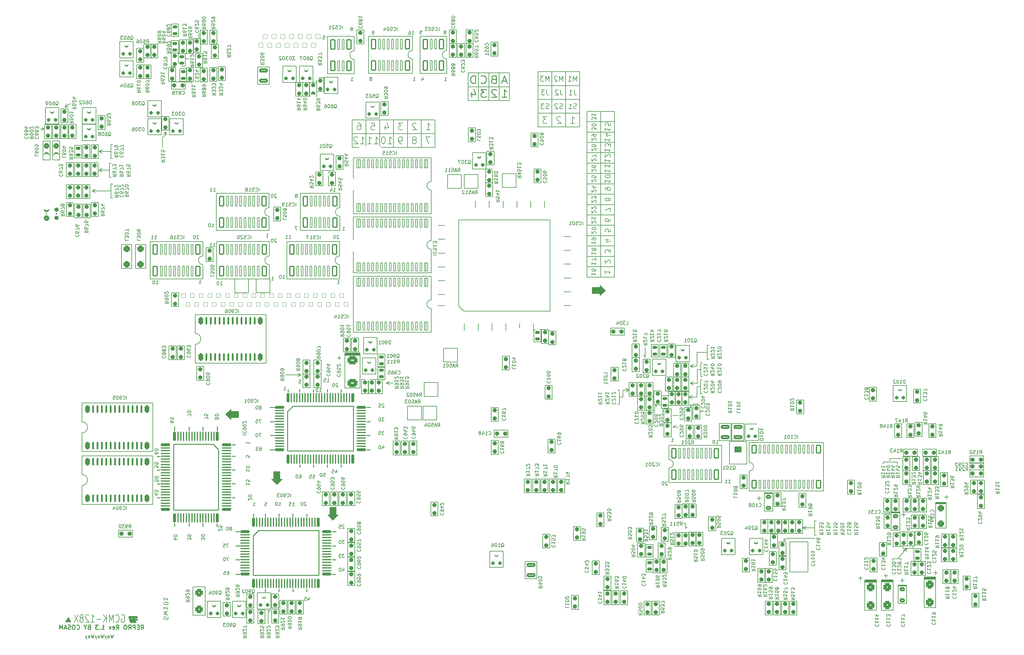
<source format=gbo>
G04 #@! TF.GenerationSoftware,KiCad,Pcbnew,7.0.8*
G04 #@! TF.CreationDate,2023-11-11T13:49:26+01:00*
G04 #@! TF.ProjectId,PCE,5043452e-6b69-4636-9164-5f7063625858,1.3*
G04 #@! TF.SameCoordinates,Original*
G04 #@! TF.FileFunction,Legend,Bot*
G04 #@! TF.FilePolarity,Positive*
%FSLAX46Y46*%
G04 Gerber Fmt 4.6, Leading zero omitted, Abs format (unit mm)*
G04 Created by KiCad (PCBNEW 7.0.8) date 2023-11-11 13:49:26*
%MOMM*%
%LPD*%
G01*
G04 APERTURE LIST*
G04 Aperture macros list*
%AMRoundRect*
0 Rectangle with rounded corners*
0 $1 Rounding radius*
0 $2 $3 $4 $5 $6 $7 $8 $9 X,Y pos of 4 corners*
0 Add a 4 corners polygon primitive as box body*
4,1,4,$2,$3,$4,$5,$6,$7,$8,$9,$2,$3,0*
0 Add four circle primitives for the rounded corners*
1,1,$1+$1,$2,$3*
1,1,$1+$1,$4,$5*
1,1,$1+$1,$6,$7*
1,1,$1+$1,$8,$9*
0 Add four rect primitives between the rounded corners*
20,1,$1+$1,$2,$3,$4,$5,0*
20,1,$1+$1,$4,$5,$6,$7,0*
20,1,$1+$1,$6,$7,$8,$9,0*
20,1,$1+$1,$8,$9,$2,$3,0*%
G04 Aperture macros list end*
%ADD10C,0.200000*%
%ADD11C,0.150000*%
%ADD12C,0.006614*%
%ADD13C,0.250000*%
%ADD14C,2.525000*%
%ADD15C,1.000000*%
%ADD16C,1.700000*%
%ADD17C,2.675000*%
%ADD18C,1.750000*%
%ADD19C,1.250000*%
%ADD20C,2.650000*%
%ADD21C,1.620000*%
%ADD22C,3.000000*%
%ADD23O,1.350000X1.350000*%
%ADD24C,1.600000*%
%ADD25C,1.500000*%
%ADD26C,2.000000*%
%ADD27O,1.700000X1.700000*%
%ADD28O,2.000000X3.000000*%
%ADD29C,4.500000*%
%ADD30RoundRect,0.070000X0.630000X0.630000X-0.630000X0.630000X-0.630000X-0.630000X0.630000X-0.630000X0*%
%ADD31O,2.000000X2.000000*%
%ADD32C,2.500000*%
%ADD33C,3.500000*%
%ADD34R,1.600000X1.600000*%
%ADD35C,1.900000*%
%ADD36RoundRect,0.292682X-0.307318X0.307318X-0.307318X-0.307318X0.307318X-0.307318X0.307318X0.307318X0*%
%ADD37RoundRect,0.292682X0.307318X-0.307318X0.307318X0.307318X-0.307318X0.307318X-0.307318X-0.307318X0*%
%ADD38RoundRect,0.200000X0.300000X-0.300000X0.300000X0.300000X-0.300000X0.300000X-0.300000X-0.300000X0*%
%ADD39C,1.000000*%
%ADD40RoundRect,0.250000X0.250000X-0.250000X0.250000X0.250000X-0.250000X0.250000X-0.250000X-0.250000X0*%
%ADD41RoundRect,0.207500X-0.207500X-1.181875X0.207500X-1.181875X0.207500X1.181875X-0.207500X1.181875X0*%
%ADD42RoundRect,0.103750X-0.103750X-1.285625X0.103750X-1.285625X0.103750X1.285625X-0.103750X1.285625X0*%
%ADD43RoundRect,0.207500X-1.181875X0.207500X-1.181875X-0.207500X1.181875X-0.207500X1.181875X0.207500X0*%
%ADD44RoundRect,0.103750X-1.285625X0.103750X-1.285625X-0.103750X1.285625X-0.103750X1.285625X0.103750X0*%
%ADD45RoundRect,0.150000X0.600000X-1.350000X0.600000X1.350000X-0.600000X1.350000X-0.600000X-1.350000X0*%
%ADD46RoundRect,0.060000X0.240000X-1.440000X0.240000X1.440000X-0.240000X1.440000X-0.240000X-1.440000X0*%
%ADD47R,0.400000X1.100000*%
%ADD48R,1.100000X0.400000*%
%ADD49RoundRect,0.478260X-0.621740X0.671740X-0.621740X-0.671740X0.621740X-0.671740X0.621740X0.671740X0*%
%ADD50RoundRect,0.219512X0.480488X-0.230488X0.480488X0.230488X-0.480488X0.230488X-0.480488X-0.230488X0*%
%ADD51R,0.900000X2.000000*%
%ADD52R,0.900000X2.500000*%
%ADD53RoundRect,1.050000X0.000000X-0.825000X0.000000X0.825000X0.000000X0.825000X0.000000X-0.825000X0*%
%ADD54RoundRect,0.292682X0.307318X0.307318X-0.307318X0.307318X-0.307318X-0.307318X0.307318X-0.307318X0*%
%ADD55RoundRect,0.292682X-0.307318X-0.307318X0.307318X-0.307318X0.307318X0.307318X-0.307318X0.307318X0*%
%ADD56RoundRect,0.060000X0.240000X-1.190000X0.240000X1.190000X-0.240000X1.190000X-0.240000X-1.190000X0*%
%ADD57RoundRect,0.391304X0.508696X-0.508696X0.508696X0.508696X-0.508696X0.508696X-0.508696X-0.508696X0*%
%ADD58RoundRect,0.250000X-0.550000X0.325000X-0.550000X-0.325000X0.550000X-0.325000X0.550000X0.325000X0*%
%ADD59RoundRect,0.326087X-0.473913X0.423913X-0.473913X-0.423913X0.473913X-0.423913X0.473913X0.423913X0*%
%ADD60R,2.300000X1.750000*%
%ADD61R,2.300000X0.500000*%
%ADD62R,1.750000X2.300000*%
%ADD63R,0.500000X2.300000*%
%ADD64R,2.300000X1.000000*%
%ADD65R,1.000000X2.300000*%
%ADD66RoundRect,0.325000X-0.325000X-0.753750X0.325000X-0.753750X0.325000X0.753750X-0.325000X0.753750X0*%
%ADD67RoundRect,0.142500X-0.142500X-0.936250X0.142500X-0.936250X0.142500X0.936250X-0.142500X0.936250X0*%
%ADD68RoundRect,0.250000X1.050000X-0.325000X1.050000X0.325000X-1.050000X0.325000X-1.050000X-0.325000X0*%
%ADD69RoundRect,0.326087X0.473913X-0.423913X0.473913X0.423913X-0.473913X0.423913X-0.473913X-0.423913X0*%
%ADD70RoundRect,0.219512X-0.480488X0.230488X-0.480488X-0.230488X0.480488X-0.230488X0.480488X0.230488X0*%
%ADD71RoundRect,0.151000X-0.604000X1.099000X-0.604000X-1.099000X0.604000X-1.099000X0.604000X1.099000X0*%
%ADD72RoundRect,0.060000X-0.240000X1.190000X-0.240000X-1.190000X0.240000X-1.190000X0.240000X1.190000X0*%
%ADD73RoundRect,0.250000X-1.050000X0.325000X-1.050000X-0.325000X1.050000X-0.325000X1.050000X0.325000X0*%
%ADD74RoundRect,0.478260X-0.621740X0.621740X-0.621740X-0.621740X0.621740X-0.621740X0.621740X0.621740X0*%
%ADD75R,4.400000X2.400000*%
%ADD76RoundRect,0.062500X0.562500X0.562500X-0.562500X0.562500X-0.562500X-0.562500X0.562500X-0.562500X0*%
%ADD77RoundRect,0.207500X0.207500X1.181875X-0.207500X1.181875X-0.207500X-1.181875X0.207500X-1.181875X0*%
%ADD78RoundRect,0.103750X0.103750X1.285625X-0.103750X1.285625X-0.103750X-1.285625X0.103750X-1.285625X0*%
%ADD79RoundRect,0.150000X-0.600000X1.350000X-0.600000X-1.350000X0.600000X-1.350000X0.600000X1.350000X0*%
%ADD80RoundRect,0.060000X-0.240000X1.440000X-0.240000X-1.440000X0.240000X-1.440000X0.240000X1.440000X0*%
%ADD81RoundRect,0.499999X-0.900001X0.650001X-0.900001X-0.650001X0.900001X-0.650001X0.900001X0.650001X0*%
%ADD82RoundRect,0.391304X-0.508696X0.508696X-0.508696X-0.508696X0.508696X-0.508696X0.508696X0.508696X0*%
G04 APERTURE END LIST*
D10*
X173684800Y-151370300D02*
X174650000Y-151865600D01*
X243933600Y-153377350D02*
X242968400Y-152882050D01*
D11*
X231700000Y-96650000D02*
X235700000Y-96650000D01*
X235700000Y-99650000D01*
X231700000Y-99650000D01*
X231700000Y-96650000D01*
X235700000Y-81650000D02*
X239700000Y-81650000D01*
X239700000Y-84650000D01*
X235700000Y-84650000D01*
X235700000Y-81650000D01*
X260250000Y-191900000D02*
X260250000Y-193425000D01*
X235700000Y-78650000D02*
X239700000Y-78650000D01*
X239700000Y-81650000D01*
X235700000Y-81650000D01*
X235700000Y-78650000D01*
X231700000Y-84650000D02*
X235700000Y-84650000D01*
X235700000Y-87650000D01*
X231700000Y-87650000D01*
X231700000Y-84650000D01*
D10*
X261620637Y-158154362D02*
X262389389Y-157385610D01*
X319375000Y-189050000D02*
X319000000Y-188675000D01*
X265104000Y-150360600D02*
X264596000Y-150360600D01*
X289483800Y-196265800D02*
X288671000Y-197078600D01*
X74162500Y-78250000D02*
X74637500Y-77775000D01*
X320100000Y-202246000D02*
X322575000Y-202246000D01*
X221575000Y-61200000D02*
X225575000Y-61200000D01*
X225575000Y-65200000D01*
X221575000Y-65200000D01*
X221575000Y-61200000D01*
D11*
X235700000Y-87650000D02*
X239700000Y-87650000D01*
X239700000Y-90650000D01*
X235700000Y-90650000D01*
X235700000Y-87650000D01*
D10*
X321514400Y-174167000D02*
X317425000Y-174167000D01*
X248597650Y-140975000D02*
X248597650Y-143882600D01*
X93647200Y-87627950D02*
X93647200Y-91717350D01*
D11*
X231700000Y-111650000D02*
X235700000Y-111650000D01*
X235700000Y-114650000D01*
X231700000Y-114650000D01*
X231700000Y-111650000D01*
D10*
X294157400Y-193281300D02*
X295122600Y-192786000D01*
X266546000Y-142430300D02*
X263600000Y-142430300D01*
X139525000Y-220900000D02*
X139525000Y-217750000D01*
D11*
X231700000Y-87650000D02*
X235700000Y-87650000D01*
X235700000Y-90650000D01*
X231700000Y-90650000D01*
X231700000Y-87650000D01*
X231700000Y-114650000D02*
X235700000Y-114650000D01*
X235700000Y-117650000D01*
X231700000Y-117650000D01*
X231700000Y-114650000D01*
X231700000Y-81650000D02*
X235700000Y-81650000D01*
X235700000Y-84650000D01*
X231700000Y-84650000D01*
X231700000Y-81650000D01*
D10*
X297637200Y-191236600D02*
X297637200Y-195326000D01*
D11*
X235700000Y-99650000D02*
X239700000Y-99650000D01*
X239700000Y-102650000D01*
X235700000Y-102650000D01*
X235700000Y-99650000D01*
X235700000Y-75650000D02*
X239700000Y-75650000D01*
X239700000Y-78650000D01*
X235700000Y-78650000D01*
X235700000Y-75650000D01*
D10*
X240617000Y-153325000D02*
X241125000Y-153325000D01*
X94155200Y-87627950D02*
X93647200Y-87627950D01*
X80775000Y-71375000D02*
X81725000Y-71400000D01*
X108992726Y-83100000D02*
X108992726Y-80332274D01*
D11*
X231700000Y-75650000D02*
X235700000Y-75650000D01*
X235700000Y-78650000D01*
X231700000Y-78650000D01*
X231700000Y-75650000D01*
D10*
X175800000Y-75125000D02*
X179800000Y-75125000D01*
X179800000Y-79125000D01*
X175800000Y-79125000D01*
X175800000Y-75125000D01*
X217575000Y-61200000D02*
X221575000Y-61200000D01*
X221575000Y-65200000D01*
X217575000Y-65200000D01*
X217575000Y-61200000D01*
D11*
X235700000Y-105650000D02*
X239700000Y-105650000D01*
X239700000Y-108650000D01*
X235700000Y-108650000D01*
X235700000Y-105650000D01*
D10*
X294157400Y-193281300D02*
X295122600Y-193776600D01*
X266546000Y-140385600D02*
X266546000Y-144475000D01*
X241122000Y-155400000D02*
X242120000Y-155400000D01*
X263601000Y-152375000D02*
X263601000Y-155375000D01*
X197325000Y-61525000D02*
X200325000Y-61525000D01*
X200325000Y-65525000D01*
X197325000Y-65525000D01*
X197325000Y-61525000D01*
X261592400Y-151402350D02*
X262557600Y-151897650D01*
X94047200Y-82202950D02*
X94047200Y-86292350D01*
X265129000Y-145360600D02*
X264621000Y-145360600D01*
X139525000Y-217750000D02*
X140150000Y-217125000D01*
D11*
X235700000Y-84650000D02*
X239700000Y-84650000D01*
X239700000Y-87650000D01*
X235700000Y-87650000D01*
X235700000Y-84650000D01*
D10*
X128750000Y-159525000D02*
X131000000Y-159525000D01*
X131000000Y-161325000D01*
X128750000Y-161325000D01*
X128750000Y-161925000D01*
X127250000Y-160425000D01*
X128750000Y-158925000D01*
X128750000Y-159525000D01*
G36*
X128750000Y-159525000D02*
G01*
X131000000Y-159525000D01*
X131000000Y-161325000D01*
X128750000Y-161325000D01*
X128750000Y-161925000D01*
X127250000Y-160425000D01*
X128750000Y-158925000D01*
X128750000Y-159525000D01*
G37*
X200325000Y-65525000D02*
X203325000Y-65525000D01*
X203325000Y-69525000D01*
X200325000Y-69525000D01*
X200325000Y-65525000D01*
D11*
X260250000Y-193425000D02*
X260725000Y-192950000D01*
D10*
X163800000Y-79125000D02*
X167800000Y-79125000D01*
X167800000Y-83125000D01*
X163800000Y-83125000D01*
X163800000Y-79125000D01*
X108992726Y-80332274D02*
X109775000Y-79550000D01*
X167800000Y-79125000D02*
X171800000Y-79125000D01*
X171800000Y-83125000D01*
X167800000Y-83125000D01*
X167800000Y-79125000D01*
D11*
X231700000Y-105650000D02*
X235700000Y-105650000D01*
X235700000Y-108650000D01*
X231700000Y-108650000D01*
X231700000Y-105650000D01*
D10*
X261217400Y-155372650D02*
X262182600Y-155867950D01*
X221575000Y-65200000D02*
X225575000Y-65200000D01*
X225575000Y-69200000D01*
X221575000Y-69200000D01*
X221575000Y-65200000D01*
X206325000Y-61525000D02*
X209325000Y-61525000D01*
X209325000Y-65525000D01*
X206325000Y-65525000D01*
X206325000Y-61525000D01*
X326050000Y-198471000D02*
X326050000Y-199175000D01*
X217575000Y-69200000D02*
X221575000Y-69200000D01*
X221575000Y-73200000D01*
X217575000Y-73200000D01*
X217575000Y-69200000D01*
D11*
X235700000Y-102650000D02*
X239700000Y-102650000D01*
X239700000Y-105650000D01*
X235700000Y-105650000D01*
X235700000Y-102650000D01*
X231700000Y-117650000D02*
X235700000Y-117650000D01*
X235700000Y-120650000D01*
X231700000Y-120650000D01*
X231700000Y-117650000D01*
D10*
X167800000Y-75125000D02*
X171800000Y-75125000D01*
X171800000Y-79125000D01*
X167800000Y-79125000D01*
X167800000Y-75125000D01*
X261610100Y-146400000D02*
X262575300Y-146895300D01*
X288823400Y-196240400D02*
X288671000Y-197078600D01*
X197325000Y-65525000D02*
X200325000Y-65525000D01*
X200325000Y-69525000D01*
X197325000Y-69525000D01*
X197325000Y-65525000D01*
X171800000Y-79125000D02*
X175800000Y-79125000D01*
X175800000Y-83125000D01*
X171800000Y-83125000D01*
X171800000Y-79125000D01*
X225575000Y-61200000D02*
X229575000Y-61200000D01*
X229575000Y-65200000D01*
X225575000Y-65200000D01*
X225575000Y-61200000D01*
X94555200Y-82202950D02*
X94047200Y-82202950D01*
X74162500Y-77300000D02*
X74637500Y-77775000D01*
X94530200Y-93652950D02*
X94022200Y-93652950D01*
X93647200Y-89672650D02*
X90600000Y-89672650D01*
X265104000Y-154450000D02*
X264596000Y-154450000D01*
X94047200Y-84247650D02*
X90567400Y-84247650D01*
X256509800Y-164122650D02*
X257475000Y-163627350D01*
X200325000Y-61525000D02*
X203325000Y-61525000D01*
X203325000Y-65525000D01*
X200325000Y-65525000D01*
X200325000Y-61525000D01*
D11*
X235700000Y-117650000D02*
X239700000Y-117650000D01*
X239700000Y-120650000D01*
X235700000Y-120650000D01*
X235700000Y-117650000D01*
X235700000Y-111650000D02*
X239700000Y-111650000D01*
X239700000Y-114650000D01*
X235700000Y-114650000D01*
X235700000Y-111650000D01*
X231700000Y-90650000D02*
X235700000Y-90650000D01*
X235700000Y-93650000D01*
X231700000Y-93650000D01*
X231700000Y-90650000D01*
D10*
X94155200Y-91717350D02*
X93647200Y-91717350D01*
X225575000Y-65200000D02*
X229575000Y-65200000D01*
X229575000Y-69200000D01*
X225575000Y-69200000D01*
X225575000Y-65200000D01*
X264599000Y-152375000D02*
X263601000Y-152375000D01*
X217575000Y-65200000D02*
X221575000Y-65200000D01*
X221575000Y-69200000D01*
X217575000Y-69200000D01*
X217575000Y-65200000D01*
X321514400Y-174675000D02*
X321514400Y-174167000D01*
X261592400Y-151402350D02*
X262557600Y-150907050D01*
X321650000Y-202225000D02*
X324200000Y-199200000D01*
X225575000Y-69200000D02*
X229575000Y-69200000D01*
X229575000Y-73200000D01*
X225575000Y-73200000D01*
X225575000Y-69200000D01*
X298145200Y-195326000D02*
X297637200Y-195326000D01*
X149040200Y-148929700D02*
X148075000Y-149425000D01*
X183800000Y-79125000D02*
X187800000Y-79125000D01*
X187800000Y-83125000D01*
X183800000Y-83125000D01*
X183800000Y-79125000D01*
X117400000Y-64175000D02*
X116100000Y-64175000D01*
X183800000Y-75125000D02*
X187800000Y-75125000D01*
X187800000Y-79125000D01*
X183800000Y-79125000D01*
X183800000Y-75125000D01*
X262385610Y-157389389D02*
X264164410Y-157389389D01*
X324200000Y-199200000D02*
X323200000Y-199850000D01*
X319350000Y-173729000D02*
X319350000Y-173150000D01*
X322575000Y-202246000D02*
X322575000Y-202754000D01*
X144625000Y-148929700D02*
X149040200Y-148929700D01*
X221575000Y-69200000D02*
X225575000Y-69200000D01*
X225575000Y-73200000D01*
X221575000Y-73200000D01*
X221575000Y-69200000D01*
X140150000Y-217125000D02*
X139350000Y-217300000D01*
D11*
X231700000Y-93650000D02*
X235700000Y-93650000D01*
X235700000Y-96650000D01*
X231700000Y-96650000D01*
X231700000Y-93650000D01*
X231700000Y-102650000D02*
X235700000Y-102650000D01*
X235700000Y-105650000D01*
X231700000Y-105650000D01*
X231700000Y-102650000D01*
D10*
X90592400Y-89672650D02*
X91557600Y-90167950D01*
X109775000Y-78500000D02*
X109279700Y-79465200D01*
X173684800Y-151370300D02*
X174650000Y-150875000D01*
D11*
X235700000Y-72650000D02*
X239700000Y-72650000D01*
X239700000Y-75650000D01*
X235700000Y-75650000D01*
X235700000Y-72650000D01*
D10*
X265800000Y-159572650D02*
X264667400Y-159572650D01*
X82275000Y-70350000D02*
X80775000Y-71375000D01*
X251775000Y-157646200D02*
X251246221Y-158174979D01*
X90567400Y-84247650D02*
X91532600Y-84742950D01*
X258175000Y-160720300D02*
X256509800Y-160720300D01*
X298145200Y-191236600D02*
X297637200Y-191236600D01*
X179800000Y-75125000D02*
X183800000Y-75125000D01*
X183800000Y-79125000D01*
X179800000Y-79125000D01*
X179800000Y-75125000D01*
X171800000Y-75125000D02*
X175800000Y-75125000D01*
X175800000Y-79125000D01*
X171800000Y-79125000D01*
X171800000Y-75125000D01*
X316975000Y-189050000D02*
X319375000Y-189050000D01*
X323050000Y-199175000D02*
X326050000Y-199175000D01*
X175650000Y-151370300D02*
X173684800Y-151370300D01*
D11*
X231700000Y-72650000D02*
X235700000Y-72650000D01*
X235700000Y-75650000D01*
X231700000Y-75650000D01*
X231700000Y-72650000D01*
D10*
X243933600Y-153377350D02*
X242968400Y-153872650D01*
X322675000Y-173150000D02*
X319350000Y-173150000D01*
X267054000Y-144475000D02*
X266546000Y-144475000D01*
X263600000Y-146400000D02*
X261610100Y-146400000D01*
X241125000Y-157414400D02*
X241125000Y-153325000D01*
X109775000Y-79550000D02*
X109775000Y-78500000D01*
X267054000Y-140385600D02*
X266546000Y-140385600D01*
X94530200Y-97742350D02*
X94022200Y-97742350D01*
X264596000Y-150360600D02*
X264596000Y-154450000D01*
D11*
X235700000Y-108650000D02*
X239700000Y-108650000D01*
X239700000Y-111650000D01*
X235700000Y-111650000D01*
X235700000Y-108650000D01*
D10*
X263625000Y-147400000D02*
X263625000Y-151400000D01*
X264667400Y-159572650D02*
X265109833Y-159130217D01*
X117525000Y-64300000D02*
X117400000Y-64175000D01*
D11*
X235700000Y-90650000D02*
X239700000Y-90650000D01*
X239700000Y-93650000D01*
X235700000Y-93650000D01*
X235700000Y-90650000D01*
D10*
X94022200Y-93652950D02*
X94022200Y-97742350D01*
X221575000Y-73200000D02*
X225575000Y-73200000D01*
X225575000Y-77200000D01*
X221575000Y-77200000D01*
X221575000Y-73200000D01*
X117525000Y-64650000D02*
X117525000Y-64300000D01*
X264623000Y-147400000D02*
X263625000Y-147400000D01*
X94022200Y-95697650D02*
X88625000Y-95697650D01*
D11*
X82466078Y-220473068D02*
X80942078Y-220473068D01*
X81754878Y-219152268D01*
X82466078Y-220473068D01*
G36*
X82466078Y-220473068D02*
G01*
X80942078Y-220473068D01*
X81754878Y-219152268D01*
X82466078Y-220473068D01*
G37*
D10*
X217575000Y-73200000D02*
X221575000Y-73200000D01*
X221575000Y-77200000D01*
X217575000Y-77200000D01*
X217575000Y-73200000D01*
D11*
X231700000Y-108650000D02*
X235700000Y-108650000D01*
X235700000Y-111650000D01*
X231700000Y-111650000D01*
X231700000Y-108650000D01*
D10*
X324200000Y-199200000D02*
X323975000Y-200225000D01*
X115587500Y-57400000D02*
X116700000Y-57400000D01*
X90567400Y-84247650D02*
X91532600Y-83752350D01*
X88634800Y-95697650D02*
X89600000Y-95202350D01*
X206325000Y-65525000D02*
X209325000Y-65525000D01*
X209325000Y-69525000D01*
X206325000Y-69525000D01*
X206325000Y-65525000D01*
X159175000Y-189525000D02*
X159775000Y-189525000D01*
X158275000Y-191025000D01*
X156775000Y-189525000D01*
X157375000Y-189525000D01*
X157375000Y-187275000D01*
X159175000Y-187275000D01*
X159175000Y-189525000D01*
G36*
X159175000Y-189525000D02*
G01*
X159775000Y-189525000D01*
X158275000Y-191025000D01*
X156775000Y-189525000D01*
X157375000Y-189525000D01*
X157375000Y-187275000D01*
X159175000Y-187275000D01*
X159175000Y-189525000D01*
G37*
X242125000Y-155400000D02*
X242125000Y-153377350D01*
X251250000Y-158171200D02*
X251250000Y-159950000D01*
D11*
X235700000Y-114650000D02*
X239700000Y-114650000D01*
X239700000Y-117650000D01*
X235700000Y-117650000D01*
X235700000Y-114650000D01*
D10*
X264621000Y-145360600D02*
X264621000Y-149450000D01*
X263600000Y-146400000D02*
X263600000Y-142430300D01*
X90592400Y-89672650D02*
X91557600Y-89177350D01*
X237025000Y-124550000D02*
X235525000Y-126050000D01*
X235525000Y-125450000D01*
X233275000Y-125450000D01*
X233275000Y-123650000D01*
X235525000Y-123650000D01*
X235525000Y-123050000D01*
X237025000Y-124550000D01*
G36*
X237025000Y-124550000D02*
G01*
X235525000Y-126050000D01*
X235525000Y-125450000D01*
X233275000Y-125450000D01*
X233275000Y-123650000D01*
X235525000Y-123650000D01*
X235525000Y-123050000D01*
X237025000Y-124550000D01*
G37*
X297662600Y-196265800D02*
X289483800Y-196265800D01*
X240617000Y-157414400D02*
X241125000Y-157414400D01*
X203325000Y-61525000D02*
X206325000Y-61525000D01*
X206325000Y-65525000D01*
X203325000Y-65525000D01*
X203325000Y-61525000D01*
X253625000Y-158617400D02*
X253625000Y-159775000D01*
X261610100Y-146400000D02*
X262575300Y-145904700D01*
X261620637Y-158154362D02*
X261620637Y-157400000D01*
X142950000Y-179225000D02*
X143550000Y-179225000D01*
X142050000Y-180725000D01*
X140550000Y-179225000D01*
X141150000Y-179225000D01*
X141150000Y-176975000D01*
X142950000Y-176975000D01*
X142950000Y-179225000D01*
G36*
X142950000Y-179225000D02*
G01*
X143550000Y-179225000D01*
X142050000Y-180725000D01*
X140550000Y-179225000D01*
X141150000Y-179225000D01*
X141150000Y-176975000D01*
X142950000Y-176975000D01*
X142950000Y-179225000D01*
G37*
X323050000Y-198471000D02*
X323050000Y-199175000D01*
X203325000Y-65525000D02*
X206325000Y-65525000D01*
X206325000Y-69525000D01*
X203325000Y-69525000D01*
X203325000Y-65525000D01*
X109775000Y-78500000D02*
X110270300Y-79465200D01*
X258175000Y-164122650D02*
X256509800Y-164122650D01*
X116100000Y-64175000D02*
X115875000Y-63950000D01*
X179800000Y-79125000D02*
X183800000Y-79125000D01*
X183800000Y-83125000D01*
X179800000Y-83125000D01*
X179800000Y-79125000D01*
D11*
X231700000Y-99650000D02*
X235700000Y-99650000D01*
X235700000Y-102650000D01*
X231700000Y-102650000D01*
X231700000Y-99650000D01*
D10*
X175800000Y-79125000D02*
X179800000Y-79125000D01*
X179800000Y-83125000D01*
X175800000Y-83125000D01*
X175800000Y-79125000D01*
X265129000Y-149450000D02*
X264621000Y-149450000D01*
X317425000Y-174675000D02*
X317425000Y-174167000D01*
X119500000Y-50000000D02*
X119500000Y-51475000D01*
X320100000Y-202246000D02*
X320100000Y-202754000D01*
X163800000Y-75125000D02*
X167800000Y-75125000D01*
X167800000Y-79125000D01*
X163800000Y-79125000D01*
X163800000Y-75125000D01*
X73625000Y-77775000D02*
X74637500Y-77775000D01*
X263600000Y-155372650D02*
X261217400Y-155372650D01*
X225575000Y-73200000D02*
X229575000Y-73200000D01*
X229575000Y-77200000D01*
X225575000Y-77200000D01*
X225575000Y-73200000D01*
X297637200Y-193281300D02*
X294157400Y-193281300D01*
D11*
X235700000Y-96650000D02*
X239700000Y-96650000D01*
X239700000Y-99650000D01*
X235700000Y-99650000D01*
X235700000Y-96650000D01*
D10*
X242125000Y-153377350D02*
X243933600Y-153377350D01*
X261217400Y-155372650D02*
X262182600Y-154877350D01*
X149040200Y-148929700D02*
X148075000Y-148434400D01*
D11*
X235700000Y-93650000D02*
X239700000Y-93650000D01*
X239700000Y-96650000D01*
X235700000Y-96650000D01*
X235700000Y-93650000D01*
D12*
X101788019Y-219348741D02*
X100856667Y-219348741D01*
X100923330Y-219548742D01*
X101573329Y-219548742D01*
X101671040Y-219766978D01*
X101723027Y-219883974D01*
X101773330Y-219998740D01*
X101074574Y-219998740D01*
X101298333Y-220673738D01*
X99800000Y-220674991D01*
X99791651Y-220674791D01*
X99783347Y-220674198D01*
X99775097Y-220673221D01*
X99766909Y-220671873D01*
X99758793Y-220670162D01*
X99750758Y-220668099D01*
X99742813Y-220665695D01*
X99734967Y-220662960D01*
X99727230Y-220659904D01*
X99719609Y-220656538D01*
X99712115Y-220652872D01*
X99704757Y-220648917D01*
X99697543Y-220644683D01*
X99690482Y-220640180D01*
X99683584Y-220635418D01*
X99676858Y-220630409D01*
X99663957Y-220619687D01*
X99651852Y-220608098D01*
X99640615Y-220595725D01*
X99630320Y-220582651D01*
X99621038Y-220568958D01*
X99616799Y-220561906D01*
X99612842Y-220554730D01*
X99609174Y-220547441D01*
X99605805Y-220540050D01*
X99602744Y-220532566D01*
X99600000Y-220525000D01*
X99429920Y-220043441D01*
X99426866Y-220034400D01*
X99424108Y-220025405D01*
X99421653Y-220016465D01*
X99419509Y-220007587D01*
X99418518Y-220002810D01*
X100017700Y-220002810D01*
X100081663Y-220202811D01*
X100581671Y-220202811D01*
X100517709Y-220002810D01*
X100017700Y-220002810D01*
X99418518Y-220002810D01*
X99417682Y-219998780D01*
X99416179Y-219990053D01*
X99415007Y-219981414D01*
X99414172Y-219972872D01*
X99413682Y-219964434D01*
X99413544Y-219956110D01*
X99413764Y-219947908D01*
X99414350Y-219939835D01*
X99415308Y-219931902D01*
X99416645Y-219924115D01*
X99418368Y-219916484D01*
X99420484Y-219909016D01*
X99423000Y-219901721D01*
X99425922Y-219894607D01*
X99429258Y-219887681D01*
X99433015Y-219880954D01*
X99437199Y-219874432D01*
X99441817Y-219868125D01*
X99446877Y-219862040D01*
X99452384Y-219856187D01*
X99458347Y-219850574D01*
X99464771Y-219845209D01*
X99471664Y-219840100D01*
X99479033Y-219835256D01*
X99486885Y-219830686D01*
X99495225Y-219826397D01*
X99504063Y-219822399D01*
X99513403Y-219818700D01*
X99502184Y-219818110D01*
X99491324Y-219817259D01*
X99480817Y-219816151D01*
X99470658Y-219814790D01*
X99460843Y-219813180D01*
X99451365Y-219811325D01*
X99442221Y-219809228D01*
X99433405Y-219806895D01*
X99424912Y-219804328D01*
X99416738Y-219801531D01*
X99408876Y-219798510D01*
X99401322Y-219795266D01*
X99394071Y-219791806D01*
X99387119Y-219788132D01*
X99380459Y-219784248D01*
X99374087Y-219780159D01*
X99367998Y-219775868D01*
X99362187Y-219771379D01*
X99356648Y-219766697D01*
X99351378Y-219761825D01*
X99346370Y-219756767D01*
X99341620Y-219751527D01*
X99337122Y-219746110D01*
X99332873Y-219740518D01*
X99328866Y-219734757D01*
X99325096Y-219728829D01*
X99321559Y-219722740D01*
X99318250Y-219716492D01*
X99315163Y-219710090D01*
X99312294Y-219703538D01*
X99307188Y-219690000D01*
X99191271Y-219348741D01*
X99766346Y-219348741D01*
X99830309Y-219548742D01*
X100330317Y-219548742D01*
X100266354Y-219348741D01*
X99766346Y-219348741D01*
X99191271Y-219348741D01*
X99123336Y-219148741D01*
X99119043Y-219134767D01*
X99115642Y-219120809D01*
X99113112Y-219106897D01*
X99111432Y-219093058D01*
X99110581Y-219079319D01*
X99110537Y-219065709D01*
X99111279Y-219052256D01*
X99112786Y-219038987D01*
X99115037Y-219025932D01*
X99118011Y-219013117D01*
X99121686Y-219000571D01*
X99126041Y-218988321D01*
X99131056Y-218976397D01*
X99136708Y-218964825D01*
X99142977Y-218953633D01*
X99149841Y-218942851D01*
X99157279Y-218932505D01*
X99165270Y-218922623D01*
X99173793Y-218913235D01*
X99182827Y-218904367D01*
X99192350Y-218896047D01*
X99202341Y-218888304D01*
X99212779Y-218881166D01*
X99223643Y-218874660D01*
X99234912Y-218868815D01*
X99246563Y-218863659D01*
X99258577Y-218859219D01*
X99270932Y-218855523D01*
X99283607Y-218852600D01*
X99296580Y-218850478D01*
X99309830Y-218849184D01*
X99323337Y-218848746D01*
X101598327Y-218848746D01*
X101788019Y-219348741D01*
G36*
X101788019Y-219348741D02*
G01*
X100856667Y-219348741D01*
X100923330Y-219548742D01*
X101573329Y-219548742D01*
X101671040Y-219766978D01*
X101723027Y-219883974D01*
X101773330Y-219998740D01*
X101074574Y-219998740D01*
X101298333Y-220673738D01*
X99800000Y-220674991D01*
X99791651Y-220674791D01*
X99783347Y-220674198D01*
X99775097Y-220673221D01*
X99766909Y-220671873D01*
X99758793Y-220670162D01*
X99750758Y-220668099D01*
X99742813Y-220665695D01*
X99734967Y-220662960D01*
X99727230Y-220659904D01*
X99719609Y-220656538D01*
X99712115Y-220652872D01*
X99704757Y-220648917D01*
X99697543Y-220644683D01*
X99690482Y-220640180D01*
X99683584Y-220635418D01*
X99676858Y-220630409D01*
X99663957Y-220619687D01*
X99651852Y-220608098D01*
X99640615Y-220595725D01*
X99630320Y-220582651D01*
X99621038Y-220568958D01*
X99616799Y-220561906D01*
X99612842Y-220554730D01*
X99609174Y-220547441D01*
X99605805Y-220540050D01*
X99602744Y-220532566D01*
X99600000Y-220525000D01*
X99429920Y-220043441D01*
X99426866Y-220034400D01*
X99424108Y-220025405D01*
X99421653Y-220016465D01*
X99419509Y-220007587D01*
X99418518Y-220002810D01*
X100017700Y-220002810D01*
X100081663Y-220202811D01*
X100581671Y-220202811D01*
X100517709Y-220002810D01*
X100017700Y-220002810D01*
X99418518Y-220002810D01*
X99417682Y-219998780D01*
X99416179Y-219990053D01*
X99415007Y-219981414D01*
X99414172Y-219972872D01*
X99413682Y-219964434D01*
X99413544Y-219956110D01*
X99413764Y-219947908D01*
X99414350Y-219939835D01*
X99415308Y-219931902D01*
X99416645Y-219924115D01*
X99418368Y-219916484D01*
X99420484Y-219909016D01*
X99423000Y-219901721D01*
X99425922Y-219894607D01*
X99429258Y-219887681D01*
X99433015Y-219880954D01*
X99437199Y-219874432D01*
X99441817Y-219868125D01*
X99446877Y-219862040D01*
X99452384Y-219856187D01*
X99458347Y-219850574D01*
X99464771Y-219845209D01*
X99471664Y-219840100D01*
X99479033Y-219835256D01*
X99486885Y-219830686D01*
X99495225Y-219826397D01*
X99504063Y-219822399D01*
X99513403Y-219818700D01*
X99502184Y-219818110D01*
X99491324Y-219817259D01*
X99480817Y-219816151D01*
X99470658Y-219814790D01*
X99460843Y-219813180D01*
X99451365Y-219811325D01*
X99442221Y-219809228D01*
X99433405Y-219806895D01*
X99424912Y-219804328D01*
X99416738Y-219801531D01*
X99408876Y-219798510D01*
X99401322Y-219795266D01*
X99394071Y-219791806D01*
X99387119Y-219788132D01*
X99380459Y-219784248D01*
X99374087Y-219780159D01*
X99367998Y-219775868D01*
X99362187Y-219771379D01*
X99356648Y-219766697D01*
X99351378Y-219761825D01*
X99346370Y-219756767D01*
X99341620Y-219751527D01*
X99337122Y-219746110D01*
X99332873Y-219740518D01*
X99328866Y-219734757D01*
X99325096Y-219728829D01*
X99321559Y-219722740D01*
X99318250Y-219716492D01*
X99315163Y-219710090D01*
X99312294Y-219703538D01*
X99307188Y-219690000D01*
X99191271Y-219348741D01*
X99766346Y-219348741D01*
X99830309Y-219548742D01*
X100330317Y-219548742D01*
X100266354Y-219348741D01*
X99766346Y-219348741D01*
X99191271Y-219348741D01*
X99123336Y-219148741D01*
X99119043Y-219134767D01*
X99115642Y-219120809D01*
X99113112Y-219106897D01*
X99111432Y-219093058D01*
X99110581Y-219079319D01*
X99110537Y-219065709D01*
X99111279Y-219052256D01*
X99112786Y-219038987D01*
X99115037Y-219025932D01*
X99118011Y-219013117D01*
X99121686Y-219000571D01*
X99126041Y-218988321D01*
X99131056Y-218976397D01*
X99136708Y-218964825D01*
X99142977Y-218953633D01*
X99149841Y-218942851D01*
X99157279Y-218932505D01*
X99165270Y-218922623D01*
X99173793Y-218913235D01*
X99182827Y-218904367D01*
X99192350Y-218896047D01*
X99202341Y-218888304D01*
X99212779Y-218881166D01*
X99223643Y-218874660D01*
X99234912Y-218868815D01*
X99246563Y-218863659D01*
X99258577Y-218859219D01*
X99270932Y-218855523D01*
X99283607Y-218852600D01*
X99296580Y-218850478D01*
X99309830Y-218849184D01*
X99323337Y-218848746D01*
X101598327Y-218848746D01*
X101788019Y-219348741D01*
G37*
D10*
X94555200Y-86292350D02*
X94047200Y-86292350D01*
X88634800Y-95697650D02*
X89600000Y-96192950D01*
X251775000Y-157646200D02*
X251775000Y-158253800D01*
D11*
X231700000Y-78650000D02*
X235700000Y-78650000D01*
X235700000Y-81650000D01*
X231700000Y-81650000D01*
X231700000Y-78650000D01*
D10*
X248597650Y-143882600D02*
X248102350Y-142917400D01*
X263625000Y-151402350D02*
X261592400Y-151402350D01*
D11*
X259700000Y-191900000D02*
X260250000Y-191900000D01*
D10*
X80775000Y-71375000D02*
X81300000Y-70350000D01*
X237016471Y-83435713D02*
X237016471Y-84292856D01*
X237016471Y-83864285D02*
X238516471Y-83864285D01*
X238516471Y-83864285D02*
X238302185Y-84007142D01*
X238302185Y-84007142D02*
X238159328Y-84149999D01*
X238159328Y-84149999D02*
X238087900Y-84292856D01*
X238516471Y-82935714D02*
X238516471Y-82007142D01*
X238516471Y-82007142D02*
X237945042Y-82507142D01*
X237945042Y-82507142D02*
X237945042Y-82292857D01*
X237945042Y-82292857D02*
X237873614Y-82150000D01*
X237873614Y-82150000D02*
X237802185Y-82078571D01*
X237802185Y-82078571D02*
X237659328Y-82007142D01*
X237659328Y-82007142D02*
X237302185Y-82007142D01*
X237302185Y-82007142D02*
X237159328Y-82078571D01*
X237159328Y-82078571D02*
X237087900Y-82150000D01*
X237087900Y-82150000D02*
X237016471Y-82292857D01*
X237016471Y-82292857D02*
X237016471Y-82721428D01*
X237016471Y-82721428D02*
X237087900Y-82864285D01*
X237087900Y-82864285D02*
X237159328Y-82935714D01*
X234240971Y-87064285D02*
X234298114Y-87007142D01*
X234298114Y-87007142D02*
X234355257Y-86892857D01*
X234355257Y-86892857D02*
X234355257Y-86607142D01*
X234355257Y-86607142D02*
X234298114Y-86492857D01*
X234298114Y-86492857D02*
X234240971Y-86435714D01*
X234240971Y-86435714D02*
X234126685Y-86378571D01*
X234126685Y-86378571D02*
X234012400Y-86378571D01*
X234012400Y-86378571D02*
X233840971Y-86435714D01*
X233840971Y-86435714D02*
X233155257Y-87121428D01*
X233155257Y-87121428D02*
X233155257Y-86378571D01*
X234355257Y-85978571D02*
X234355257Y-85178571D01*
X234355257Y-85178571D02*
X233155257Y-85692857D01*
X220789285Y-63933528D02*
X220789285Y-62433528D01*
X220789285Y-62433528D02*
X220289285Y-63504957D01*
X220289285Y-63504957D02*
X219789285Y-62433528D01*
X219789285Y-62433528D02*
X219789285Y-63933528D01*
X219217856Y-62433528D02*
X218289284Y-62433528D01*
X218289284Y-62433528D02*
X218789284Y-63004957D01*
X218789284Y-63004957D02*
X218574999Y-63004957D01*
X218574999Y-63004957D02*
X218432142Y-63076385D01*
X218432142Y-63076385D02*
X218360713Y-63147814D01*
X218360713Y-63147814D02*
X218289284Y-63290671D01*
X218289284Y-63290671D02*
X218289284Y-63647814D01*
X218289284Y-63647814D02*
X218360713Y-63790671D01*
X218360713Y-63790671D02*
X218432142Y-63862100D01*
X218432142Y-63862100D02*
X218574999Y-63933528D01*
X218574999Y-63933528D02*
X219003570Y-63933528D01*
X219003570Y-63933528D02*
X219146427Y-63862100D01*
X219146427Y-63862100D02*
X219217856Y-63790671D01*
X238516471Y-103864285D02*
X238516471Y-104149999D01*
X238516471Y-104149999D02*
X238445042Y-104292856D01*
X238445042Y-104292856D02*
X238373614Y-104364285D01*
X238373614Y-104364285D02*
X238159328Y-104507142D01*
X238159328Y-104507142D02*
X237873614Y-104578570D01*
X237873614Y-104578570D02*
X237302185Y-104578570D01*
X237302185Y-104578570D02*
X237159328Y-104507142D01*
X237159328Y-104507142D02*
X237087900Y-104435713D01*
X237087900Y-104435713D02*
X237016471Y-104292856D01*
X237016471Y-104292856D02*
X237016471Y-104007142D01*
X237016471Y-104007142D02*
X237087900Y-103864285D01*
X237087900Y-103864285D02*
X237159328Y-103792856D01*
X237159328Y-103792856D02*
X237302185Y-103721427D01*
X237302185Y-103721427D02*
X237659328Y-103721427D01*
X237659328Y-103721427D02*
X237802185Y-103792856D01*
X237802185Y-103792856D02*
X237873614Y-103864285D01*
X237873614Y-103864285D02*
X237945042Y-104007142D01*
X237945042Y-104007142D02*
X237945042Y-104292856D01*
X237945042Y-104292856D02*
X237873614Y-104435713D01*
X237873614Y-104435713D02*
X237802185Y-104507142D01*
X237802185Y-104507142D02*
X237659328Y-104578570D01*
X165419047Y-76039838D02*
X165800000Y-76039838D01*
X165800000Y-76039838D02*
X165990476Y-76135076D01*
X165990476Y-76135076D02*
X166085714Y-76230314D01*
X166085714Y-76230314D02*
X166276190Y-76516028D01*
X166276190Y-76516028D02*
X166371428Y-76896980D01*
X166371428Y-76896980D02*
X166371428Y-77658885D01*
X166371428Y-77658885D02*
X166276190Y-77849361D01*
X166276190Y-77849361D02*
X166180952Y-77944600D01*
X166180952Y-77944600D02*
X165990476Y-78039838D01*
X165990476Y-78039838D02*
X165609523Y-78039838D01*
X165609523Y-78039838D02*
X165419047Y-77944600D01*
X165419047Y-77944600D02*
X165323809Y-77849361D01*
X165323809Y-77849361D02*
X165228571Y-77658885D01*
X165228571Y-77658885D02*
X165228571Y-77182695D01*
X165228571Y-77182695D02*
X165323809Y-76992219D01*
X165323809Y-76992219D02*
X165419047Y-76896980D01*
X165419047Y-76896980D02*
X165609523Y-76801742D01*
X165609523Y-76801742D02*
X165990476Y-76801742D01*
X165990476Y-76801742D02*
X166180952Y-76896980D01*
X166180952Y-76896980D02*
X166276190Y-76992219D01*
X166276190Y-76992219D02*
X166371428Y-77182695D01*
X228074999Y-66433528D02*
X228074999Y-67504957D01*
X228074999Y-67504957D02*
X228146428Y-67719242D01*
X228146428Y-67719242D02*
X228289285Y-67862100D01*
X228289285Y-67862100D02*
X228503571Y-67933528D01*
X228503571Y-67933528D02*
X228646428Y-67933528D01*
X226574999Y-67933528D02*
X227432142Y-67933528D01*
X227003571Y-67933528D02*
X227003571Y-66433528D01*
X227003571Y-66433528D02*
X227146428Y-66647814D01*
X227146428Y-66647814D02*
X227289285Y-66790671D01*
X227289285Y-66790671D02*
X227432142Y-66862100D01*
D13*
X201051190Y-64320238D02*
X201170238Y-64425000D01*
X201170238Y-64425000D02*
X201527380Y-64529761D01*
X201527380Y-64529761D02*
X201765476Y-64529761D01*
X201765476Y-64529761D02*
X202122619Y-64425000D01*
X202122619Y-64425000D02*
X202360714Y-64215476D01*
X202360714Y-64215476D02*
X202479761Y-64005952D01*
X202479761Y-64005952D02*
X202598809Y-63586904D01*
X202598809Y-63586904D02*
X202598809Y-63272619D01*
X202598809Y-63272619D02*
X202479761Y-62853571D01*
X202479761Y-62853571D02*
X202360714Y-62644047D01*
X202360714Y-62644047D02*
X202122619Y-62434523D01*
X202122619Y-62434523D02*
X201765476Y-62329761D01*
X201765476Y-62329761D02*
X201527380Y-62329761D01*
X201527380Y-62329761D02*
X201170238Y-62434523D01*
X201170238Y-62434523D02*
X201051190Y-62539285D01*
D10*
X238516471Y-113649999D02*
X238516471Y-112721427D01*
X238516471Y-112721427D02*
X237945042Y-113221427D01*
X237945042Y-113221427D02*
X237945042Y-113007142D01*
X237945042Y-113007142D02*
X237873614Y-112864285D01*
X237873614Y-112864285D02*
X237802185Y-112792856D01*
X237802185Y-112792856D02*
X237659328Y-112721427D01*
X237659328Y-112721427D02*
X237302185Y-112721427D01*
X237302185Y-112721427D02*
X237159328Y-112792856D01*
X237159328Y-112792856D02*
X237087900Y-112864285D01*
X237087900Y-112864285D02*
X237016471Y-113007142D01*
X237016471Y-113007142D02*
X237016471Y-113435713D01*
X237016471Y-113435713D02*
X237087900Y-113578570D01*
X237087900Y-113578570D02*
X237159328Y-113649999D01*
X237873614Y-98292856D02*
X237945042Y-98435713D01*
X237945042Y-98435713D02*
X238016471Y-98507142D01*
X238016471Y-98507142D02*
X238159328Y-98578570D01*
X238159328Y-98578570D02*
X238230757Y-98578570D01*
X238230757Y-98578570D02*
X238373614Y-98507142D01*
X238373614Y-98507142D02*
X238445042Y-98435713D01*
X238445042Y-98435713D02*
X238516471Y-98292856D01*
X238516471Y-98292856D02*
X238516471Y-98007142D01*
X238516471Y-98007142D02*
X238445042Y-97864285D01*
X238445042Y-97864285D02*
X238373614Y-97792856D01*
X238373614Y-97792856D02*
X238230757Y-97721427D01*
X238230757Y-97721427D02*
X238159328Y-97721427D01*
X238159328Y-97721427D02*
X238016471Y-97792856D01*
X238016471Y-97792856D02*
X237945042Y-97864285D01*
X237945042Y-97864285D02*
X237873614Y-98007142D01*
X237873614Y-98007142D02*
X237873614Y-98292856D01*
X237873614Y-98292856D02*
X237802185Y-98435713D01*
X237802185Y-98435713D02*
X237730757Y-98507142D01*
X237730757Y-98507142D02*
X237587900Y-98578570D01*
X237587900Y-98578570D02*
X237302185Y-98578570D01*
X237302185Y-98578570D02*
X237159328Y-98507142D01*
X237159328Y-98507142D02*
X237087900Y-98435713D01*
X237087900Y-98435713D02*
X237016471Y-98292856D01*
X237016471Y-98292856D02*
X237016471Y-98007142D01*
X237016471Y-98007142D02*
X237087900Y-97864285D01*
X237087900Y-97864285D02*
X237159328Y-97792856D01*
X237159328Y-97792856D02*
X237302185Y-97721427D01*
X237302185Y-97721427D02*
X237587900Y-97721427D01*
X237587900Y-97721427D02*
X237730757Y-97792856D01*
X237730757Y-97792856D02*
X237802185Y-97864285D01*
X237802185Y-97864285D02*
X237873614Y-98007142D01*
X234355257Y-78121428D02*
X234355257Y-77378571D01*
X234355257Y-77378571D02*
X233898114Y-77778571D01*
X233898114Y-77778571D02*
X233898114Y-77607142D01*
X233898114Y-77607142D02*
X233840971Y-77492857D01*
X233840971Y-77492857D02*
X233783828Y-77435714D01*
X233783828Y-77435714D02*
X233669542Y-77378571D01*
X233669542Y-77378571D02*
X233383828Y-77378571D01*
X233383828Y-77378571D02*
X233269542Y-77435714D01*
X233269542Y-77435714D02*
X233212400Y-77492857D01*
X233212400Y-77492857D02*
X233155257Y-77607142D01*
X233155257Y-77607142D02*
X233155257Y-77949999D01*
X233155257Y-77949999D02*
X233212400Y-78064285D01*
X233212400Y-78064285D02*
X233269542Y-78121428D01*
X234355257Y-76635714D02*
X234355257Y-76521428D01*
X234355257Y-76521428D02*
X234298114Y-76407142D01*
X234298114Y-76407142D02*
X234240971Y-76350000D01*
X234240971Y-76350000D02*
X234126685Y-76292857D01*
X234126685Y-76292857D02*
X233898114Y-76235714D01*
X233898114Y-76235714D02*
X233612400Y-76235714D01*
X233612400Y-76235714D02*
X233383828Y-76292857D01*
X233383828Y-76292857D02*
X233269542Y-76350000D01*
X233269542Y-76350000D02*
X233212400Y-76407142D01*
X233212400Y-76407142D02*
X233155257Y-76521428D01*
X233155257Y-76521428D02*
X233155257Y-76635714D01*
X233155257Y-76635714D02*
X233212400Y-76750000D01*
X233212400Y-76750000D02*
X233269542Y-76807142D01*
X233269542Y-76807142D02*
X233383828Y-76864285D01*
X233383828Y-76864285D02*
X233612400Y-76921428D01*
X233612400Y-76921428D02*
X233898114Y-76921428D01*
X233898114Y-76921428D02*
X234126685Y-76864285D01*
X234126685Y-76864285D02*
X234240971Y-76807142D01*
X234240971Y-76807142D02*
X234298114Y-76750000D01*
X234298114Y-76750000D02*
X234355257Y-76635714D01*
X237016471Y-77435713D02*
X237016471Y-78292856D01*
X237016471Y-77864285D02*
X238516471Y-77864285D01*
X238516471Y-77864285D02*
X238302185Y-78007142D01*
X238302185Y-78007142D02*
X238159328Y-78149999D01*
X238159328Y-78149999D02*
X238087900Y-78292856D01*
X238516471Y-76078571D02*
X238516471Y-76792857D01*
X238516471Y-76792857D02*
X237802185Y-76864285D01*
X237802185Y-76864285D02*
X237873614Y-76792857D01*
X237873614Y-76792857D02*
X237945042Y-76650000D01*
X237945042Y-76650000D02*
X237945042Y-76292857D01*
X237945042Y-76292857D02*
X237873614Y-76150000D01*
X237873614Y-76150000D02*
X237802185Y-76078571D01*
X237802185Y-76078571D02*
X237659328Y-76007142D01*
X237659328Y-76007142D02*
X237302185Y-76007142D01*
X237302185Y-76007142D02*
X237159328Y-76078571D01*
X237159328Y-76078571D02*
X237087900Y-76150000D01*
X237087900Y-76150000D02*
X237016471Y-76292857D01*
X237016471Y-76292857D02*
X237016471Y-76650000D01*
X237016471Y-76650000D02*
X237087900Y-76792857D01*
X237087900Y-76792857D02*
X237159328Y-76864285D01*
X233155257Y-119378571D02*
X233155257Y-120064285D01*
X233155257Y-119721428D02*
X234355257Y-119721428D01*
X234355257Y-119721428D02*
X234183828Y-119835714D01*
X234183828Y-119835714D02*
X234069542Y-119949999D01*
X234069542Y-119949999D02*
X234012400Y-120064285D01*
X234355257Y-118350000D02*
X234355257Y-118578571D01*
X234355257Y-118578571D02*
X234298114Y-118692857D01*
X234298114Y-118692857D02*
X234240971Y-118750000D01*
X234240971Y-118750000D02*
X234069542Y-118864285D01*
X234069542Y-118864285D02*
X233840971Y-118921428D01*
X233840971Y-118921428D02*
X233383828Y-118921428D01*
X233383828Y-118921428D02*
X233269542Y-118864285D01*
X233269542Y-118864285D02*
X233212400Y-118807142D01*
X233212400Y-118807142D02*
X233155257Y-118692857D01*
X233155257Y-118692857D02*
X233155257Y-118464285D01*
X233155257Y-118464285D02*
X233212400Y-118350000D01*
X233212400Y-118350000D02*
X233269542Y-118292857D01*
X233269542Y-118292857D02*
X233383828Y-118235714D01*
X233383828Y-118235714D02*
X233669542Y-118235714D01*
X233669542Y-118235714D02*
X233783828Y-118292857D01*
X233783828Y-118292857D02*
X233840971Y-118350000D01*
X233840971Y-118350000D02*
X233898114Y-118464285D01*
X233898114Y-118464285D02*
X233898114Y-118692857D01*
X233898114Y-118692857D02*
X233840971Y-118807142D01*
X233840971Y-118807142D02*
X233783828Y-118864285D01*
X233783828Y-118864285D02*
X233669542Y-118921428D01*
X234240971Y-90064285D02*
X234298114Y-90007142D01*
X234298114Y-90007142D02*
X234355257Y-89892857D01*
X234355257Y-89892857D02*
X234355257Y-89607142D01*
X234355257Y-89607142D02*
X234298114Y-89492857D01*
X234298114Y-89492857D02*
X234240971Y-89435714D01*
X234240971Y-89435714D02*
X234126685Y-89378571D01*
X234126685Y-89378571D02*
X234012400Y-89378571D01*
X234012400Y-89378571D02*
X233840971Y-89435714D01*
X233840971Y-89435714D02*
X233155257Y-90121428D01*
X233155257Y-90121428D02*
X233155257Y-89378571D01*
X234355257Y-88350000D02*
X234355257Y-88578571D01*
X234355257Y-88578571D02*
X234298114Y-88692857D01*
X234298114Y-88692857D02*
X234240971Y-88750000D01*
X234240971Y-88750000D02*
X234069542Y-88864285D01*
X234069542Y-88864285D02*
X233840971Y-88921428D01*
X233840971Y-88921428D02*
X233383828Y-88921428D01*
X233383828Y-88921428D02*
X233269542Y-88864285D01*
X233269542Y-88864285D02*
X233212400Y-88807142D01*
X233212400Y-88807142D02*
X233155257Y-88692857D01*
X233155257Y-88692857D02*
X233155257Y-88464285D01*
X233155257Y-88464285D02*
X233212400Y-88350000D01*
X233212400Y-88350000D02*
X233269542Y-88292857D01*
X233269542Y-88292857D02*
X233383828Y-88235714D01*
X233383828Y-88235714D02*
X233669542Y-88235714D01*
X233669542Y-88235714D02*
X233783828Y-88292857D01*
X233783828Y-88292857D02*
X233840971Y-88350000D01*
X233840971Y-88350000D02*
X233898114Y-88464285D01*
X233898114Y-88464285D02*
X233898114Y-88692857D01*
X233898114Y-88692857D02*
X233840971Y-88807142D01*
X233840971Y-88807142D02*
X233783828Y-88864285D01*
X233783828Y-88864285D02*
X233669542Y-88921428D01*
X233155257Y-116378571D02*
X233155257Y-117064285D01*
X233155257Y-116721428D02*
X234355257Y-116721428D01*
X234355257Y-116721428D02*
X234183828Y-116835714D01*
X234183828Y-116835714D02*
X234069542Y-116949999D01*
X234069542Y-116949999D02*
X234012400Y-117064285D01*
X234355257Y-115978571D02*
X234355257Y-115178571D01*
X234355257Y-115178571D02*
X233155257Y-115692857D01*
X220241666Y-74164838D02*
X219003571Y-74164838D01*
X219003571Y-74164838D02*
X219670238Y-74926742D01*
X219670238Y-74926742D02*
X219384523Y-74926742D01*
X219384523Y-74926742D02*
X219194047Y-75021980D01*
X219194047Y-75021980D02*
X219098809Y-75117219D01*
X219098809Y-75117219D02*
X219003571Y-75307695D01*
X219003571Y-75307695D02*
X219003571Y-75783885D01*
X219003571Y-75783885D02*
X219098809Y-75974361D01*
X219098809Y-75974361D02*
X219194047Y-76069600D01*
X219194047Y-76069600D02*
X219384523Y-76164838D01*
X219384523Y-76164838D02*
X219955952Y-76164838D01*
X219955952Y-76164838D02*
X220146428Y-76069600D01*
X220146428Y-76069600D02*
X220241666Y-75974361D01*
X170180952Y-82039838D02*
X171323809Y-82039838D01*
X170752381Y-82039838D02*
X170752381Y-80039838D01*
X170752381Y-80039838D02*
X170942857Y-80325552D01*
X170942857Y-80325552D02*
X171133333Y-80516028D01*
X171133333Y-80516028D02*
X171323809Y-80611266D01*
X168276190Y-82039838D02*
X169419047Y-82039838D01*
X168847619Y-82039838D02*
X168847619Y-80039838D01*
X168847619Y-80039838D02*
X169038095Y-80325552D01*
X169038095Y-80325552D02*
X169228571Y-80516028D01*
X169228571Y-80516028D02*
X169419047Y-80611266D01*
D13*
X199479761Y-64529761D02*
X199479761Y-62329761D01*
X199479761Y-62329761D02*
X198884523Y-62329761D01*
X198884523Y-62329761D02*
X198527380Y-62434523D01*
X198527380Y-62434523D02*
X198289285Y-62644047D01*
X198289285Y-62644047D02*
X198170238Y-62853571D01*
X198170238Y-62853571D02*
X198051190Y-63272619D01*
X198051190Y-63272619D02*
X198051190Y-63586904D01*
X198051190Y-63586904D02*
X198170238Y-64005952D01*
X198170238Y-64005952D02*
X198289285Y-64215476D01*
X198289285Y-64215476D02*
X198527380Y-64425000D01*
X198527380Y-64425000D02*
X198884523Y-64529761D01*
X198884523Y-64529761D02*
X199479761Y-64529761D01*
X202658333Y-66329761D02*
X201110714Y-66329761D01*
X201110714Y-66329761D02*
X201944047Y-67167857D01*
X201944047Y-67167857D02*
X201586904Y-67167857D01*
X201586904Y-67167857D02*
X201348809Y-67272619D01*
X201348809Y-67272619D02*
X201229761Y-67377380D01*
X201229761Y-67377380D02*
X201110714Y-67586904D01*
X201110714Y-67586904D02*
X201110714Y-68110714D01*
X201110714Y-68110714D02*
X201229761Y-68320238D01*
X201229761Y-68320238D02*
X201348809Y-68425000D01*
X201348809Y-68425000D02*
X201586904Y-68529761D01*
X201586904Y-68529761D02*
X202301190Y-68529761D01*
X202301190Y-68529761D02*
X202539285Y-68425000D01*
X202539285Y-68425000D02*
X202658333Y-68320238D01*
D10*
X234355257Y-75121428D02*
X234355257Y-74378571D01*
X234355257Y-74378571D02*
X233898114Y-74778571D01*
X233898114Y-74778571D02*
X233898114Y-74607142D01*
X233898114Y-74607142D02*
X233840971Y-74492857D01*
X233840971Y-74492857D02*
X233783828Y-74435714D01*
X233783828Y-74435714D02*
X233669542Y-74378571D01*
X233669542Y-74378571D02*
X233383828Y-74378571D01*
X233383828Y-74378571D02*
X233269542Y-74435714D01*
X233269542Y-74435714D02*
X233212400Y-74492857D01*
X233212400Y-74492857D02*
X233155257Y-74607142D01*
X233155257Y-74607142D02*
X233155257Y-74949999D01*
X233155257Y-74949999D02*
X233212400Y-75064285D01*
X233212400Y-75064285D02*
X233269542Y-75121428D01*
X233155257Y-73235714D02*
X233155257Y-73921428D01*
X233155257Y-73578571D02*
X234355257Y-73578571D01*
X234355257Y-73578571D02*
X234183828Y-73692857D01*
X234183828Y-73692857D02*
X234069542Y-73807142D01*
X234069542Y-73807142D02*
X234012400Y-73921428D01*
X238516471Y-101649999D02*
X238516471Y-100649999D01*
X238516471Y-100649999D02*
X237016471Y-101292856D01*
X228717856Y-71862100D02*
X228503571Y-71933528D01*
X228503571Y-71933528D02*
X228146428Y-71933528D01*
X228146428Y-71933528D02*
X228003571Y-71862100D01*
X228003571Y-71862100D02*
X227932142Y-71790671D01*
X227932142Y-71790671D02*
X227860713Y-71647814D01*
X227860713Y-71647814D02*
X227860713Y-71504957D01*
X227860713Y-71504957D02*
X227932142Y-71362100D01*
X227932142Y-71362100D02*
X228003571Y-71290671D01*
X228003571Y-71290671D02*
X228146428Y-71219242D01*
X228146428Y-71219242D02*
X228432142Y-71147814D01*
X228432142Y-71147814D02*
X228574999Y-71076385D01*
X228574999Y-71076385D02*
X228646428Y-71004957D01*
X228646428Y-71004957D02*
X228717856Y-70862100D01*
X228717856Y-70862100D02*
X228717856Y-70719242D01*
X228717856Y-70719242D02*
X228646428Y-70576385D01*
X228646428Y-70576385D02*
X228574999Y-70504957D01*
X228574999Y-70504957D02*
X228432142Y-70433528D01*
X228432142Y-70433528D02*
X228074999Y-70433528D01*
X228074999Y-70433528D02*
X227860713Y-70504957D01*
X226432142Y-71933528D02*
X227289285Y-71933528D01*
X226860714Y-71933528D02*
X226860714Y-70433528D01*
X226860714Y-70433528D02*
X227003571Y-70647814D01*
X227003571Y-70647814D02*
X227146428Y-70790671D01*
X227146428Y-70790671D02*
X227289285Y-70862100D01*
X228789285Y-63933528D02*
X228789285Y-62433528D01*
X228789285Y-62433528D02*
X228289285Y-63504957D01*
X228289285Y-63504957D02*
X227789285Y-62433528D01*
X227789285Y-62433528D02*
X227789285Y-63933528D01*
X226289284Y-63933528D02*
X227146427Y-63933528D01*
X226717856Y-63933528D02*
X226717856Y-62433528D01*
X226717856Y-62433528D02*
X226860713Y-62647814D01*
X226860713Y-62647814D02*
X227003570Y-62790671D01*
X227003570Y-62790671D02*
X227146427Y-62862100D01*
X178180952Y-82039838D02*
X177800000Y-82039838D01*
X177800000Y-82039838D02*
X177609523Y-81944600D01*
X177609523Y-81944600D02*
X177514285Y-81849361D01*
X177514285Y-81849361D02*
X177323809Y-81563647D01*
X177323809Y-81563647D02*
X177228571Y-81182695D01*
X177228571Y-81182695D02*
X177228571Y-80420790D01*
X177228571Y-80420790D02*
X177323809Y-80230314D01*
X177323809Y-80230314D02*
X177419047Y-80135076D01*
X177419047Y-80135076D02*
X177609523Y-80039838D01*
X177609523Y-80039838D02*
X177990476Y-80039838D01*
X177990476Y-80039838D02*
X178180952Y-80135076D01*
X178180952Y-80135076D02*
X178276190Y-80230314D01*
X178276190Y-80230314D02*
X178371428Y-80420790D01*
X178371428Y-80420790D02*
X178371428Y-80896980D01*
X178371428Y-80896980D02*
X178276190Y-81087457D01*
X178276190Y-81087457D02*
X178180952Y-81182695D01*
X178180952Y-81182695D02*
X177990476Y-81277933D01*
X177990476Y-81277933D02*
X177609523Y-81277933D01*
X177609523Y-81277933D02*
X177419047Y-81182695D01*
X177419047Y-81182695D02*
X177323809Y-81087457D01*
X177323809Y-81087457D02*
X177228571Y-80896980D01*
X97130157Y-218504591D02*
X97287300Y-218399829D01*
X97287300Y-218399829D02*
X97523014Y-218399829D01*
X97523014Y-218399829D02*
X97758728Y-218504591D01*
X97758728Y-218504591D02*
X97915871Y-218714115D01*
X97915871Y-218714115D02*
X97994442Y-218923639D01*
X97994442Y-218923639D02*
X98073014Y-219342687D01*
X98073014Y-219342687D02*
X98073014Y-219656972D01*
X98073014Y-219656972D02*
X97994442Y-220076020D01*
X97994442Y-220076020D02*
X97915871Y-220285544D01*
X97915871Y-220285544D02*
X97758728Y-220495068D01*
X97758728Y-220495068D02*
X97523014Y-220599829D01*
X97523014Y-220599829D02*
X97365871Y-220599829D01*
X97365871Y-220599829D02*
X97130157Y-220495068D01*
X97130157Y-220495068D02*
X97051585Y-220390306D01*
X97051585Y-220390306D02*
X97051585Y-219656972D01*
X97051585Y-219656972D02*
X97365871Y-219656972D01*
X95401585Y-220390306D02*
X95480157Y-220495068D01*
X95480157Y-220495068D02*
X95715871Y-220599829D01*
X95715871Y-220599829D02*
X95873014Y-220599829D01*
X95873014Y-220599829D02*
X96108728Y-220495068D01*
X96108728Y-220495068D02*
X96265871Y-220285544D01*
X96265871Y-220285544D02*
X96344442Y-220076020D01*
X96344442Y-220076020D02*
X96423014Y-219656972D01*
X96423014Y-219656972D02*
X96423014Y-219342687D01*
X96423014Y-219342687D02*
X96344442Y-218923639D01*
X96344442Y-218923639D02*
X96265871Y-218714115D01*
X96265871Y-218714115D02*
X96108728Y-218504591D01*
X96108728Y-218504591D02*
X95873014Y-218399829D01*
X95873014Y-218399829D02*
X95715871Y-218399829D01*
X95715871Y-218399829D02*
X95480157Y-218504591D01*
X95480157Y-218504591D02*
X95401585Y-218609353D01*
X94694442Y-220599829D02*
X94694442Y-218399829D01*
X94694442Y-218399829D02*
X94144442Y-219971258D01*
X94144442Y-219971258D02*
X93594442Y-218399829D01*
X93594442Y-218399829D02*
X93594442Y-220599829D01*
X92808728Y-220599829D02*
X92808728Y-218399829D01*
X91865871Y-220599829D02*
X92573014Y-219342687D01*
X91865871Y-218399829D02*
X92808728Y-219656972D01*
X91158728Y-219761734D02*
X89901586Y-219761734D01*
X88251586Y-220599829D02*
X89194443Y-220599829D01*
X88723014Y-220599829D02*
X88723014Y-218399829D01*
X88723014Y-218399829D02*
X88880157Y-218714115D01*
X88880157Y-218714115D02*
X89037300Y-218923639D01*
X89037300Y-218923639D02*
X89194443Y-219028401D01*
X87623014Y-218609353D02*
X87544442Y-218504591D01*
X87544442Y-218504591D02*
X87387300Y-218399829D01*
X87387300Y-218399829D02*
X86994442Y-218399829D01*
X86994442Y-218399829D02*
X86837300Y-218504591D01*
X86837300Y-218504591D02*
X86758728Y-218609353D01*
X86758728Y-218609353D02*
X86680157Y-218818877D01*
X86680157Y-218818877D02*
X86680157Y-219028401D01*
X86680157Y-219028401D02*
X86758728Y-219342687D01*
X86758728Y-219342687D02*
X87701585Y-220599829D01*
X87701585Y-220599829D02*
X86680157Y-220599829D01*
X85737299Y-219342687D02*
X85894442Y-219237925D01*
X85894442Y-219237925D02*
X85973013Y-219133163D01*
X85973013Y-219133163D02*
X86051585Y-218923639D01*
X86051585Y-218923639D02*
X86051585Y-218818877D01*
X86051585Y-218818877D02*
X85973013Y-218609353D01*
X85973013Y-218609353D02*
X85894442Y-218504591D01*
X85894442Y-218504591D02*
X85737299Y-218399829D01*
X85737299Y-218399829D02*
X85423013Y-218399829D01*
X85423013Y-218399829D02*
X85265871Y-218504591D01*
X85265871Y-218504591D02*
X85187299Y-218609353D01*
X85187299Y-218609353D02*
X85108728Y-218818877D01*
X85108728Y-218818877D02*
X85108728Y-218923639D01*
X85108728Y-218923639D02*
X85187299Y-219133163D01*
X85187299Y-219133163D02*
X85265871Y-219237925D01*
X85265871Y-219237925D02*
X85423013Y-219342687D01*
X85423013Y-219342687D02*
X85737299Y-219342687D01*
X85737299Y-219342687D02*
X85894442Y-219447448D01*
X85894442Y-219447448D02*
X85973013Y-219552210D01*
X85973013Y-219552210D02*
X86051585Y-219761734D01*
X86051585Y-219761734D02*
X86051585Y-220180782D01*
X86051585Y-220180782D02*
X85973013Y-220390306D01*
X85973013Y-220390306D02*
X85894442Y-220495068D01*
X85894442Y-220495068D02*
X85737299Y-220599829D01*
X85737299Y-220599829D02*
X85423013Y-220599829D01*
X85423013Y-220599829D02*
X85265871Y-220495068D01*
X85265871Y-220495068D02*
X85187299Y-220390306D01*
X85187299Y-220390306D02*
X85108728Y-220180782D01*
X85108728Y-220180782D02*
X85108728Y-219761734D01*
X85108728Y-219761734D02*
X85187299Y-219552210D01*
X85187299Y-219552210D02*
X85265871Y-219447448D01*
X85265871Y-219447448D02*
X85423013Y-219342687D01*
X84558727Y-218399829D02*
X83458727Y-220599829D01*
X83458727Y-218399829D02*
X84558727Y-220599829D01*
X227003571Y-76164838D02*
X228146428Y-76164838D01*
X227575000Y-76164838D02*
X227575000Y-74164838D01*
X227575000Y-74164838D02*
X227765476Y-74450552D01*
X227765476Y-74450552D02*
X227955952Y-74641028D01*
X227955952Y-74641028D02*
X228146428Y-74736266D01*
X174180952Y-82039838D02*
X175323809Y-82039838D01*
X174752381Y-82039838D02*
X174752381Y-80039838D01*
X174752381Y-80039838D02*
X174942857Y-80325552D01*
X174942857Y-80325552D02*
X175133333Y-80516028D01*
X175133333Y-80516028D02*
X175323809Y-80611266D01*
X172942857Y-80039838D02*
X172752380Y-80039838D01*
X172752380Y-80039838D02*
X172561904Y-80135076D01*
X172561904Y-80135076D02*
X172466666Y-80230314D01*
X172466666Y-80230314D02*
X172371428Y-80420790D01*
X172371428Y-80420790D02*
X172276190Y-80801742D01*
X172276190Y-80801742D02*
X172276190Y-81277933D01*
X172276190Y-81277933D02*
X172371428Y-81658885D01*
X172371428Y-81658885D02*
X172466666Y-81849361D01*
X172466666Y-81849361D02*
X172561904Y-81944600D01*
X172561904Y-81944600D02*
X172752380Y-82039838D01*
X172752380Y-82039838D02*
X172942857Y-82039838D01*
X172942857Y-82039838D02*
X173133333Y-81944600D01*
X173133333Y-81944600D02*
X173228571Y-81849361D01*
X173228571Y-81849361D02*
X173323809Y-81658885D01*
X173323809Y-81658885D02*
X173419047Y-81277933D01*
X173419047Y-81277933D02*
X173419047Y-80801742D01*
X173419047Y-80801742D02*
X173323809Y-80420790D01*
X173323809Y-80420790D02*
X173228571Y-80230314D01*
X173228571Y-80230314D02*
X173133333Y-80135076D01*
X173133333Y-80135076D02*
X172942857Y-80039838D01*
D13*
X208420237Y-63901190D02*
X207229761Y-63901190D01*
X208658332Y-64529761D02*
X207824999Y-62329761D01*
X207824999Y-62329761D02*
X206991666Y-64529761D01*
D10*
X237016471Y-118721427D02*
X237016471Y-119578570D01*
X237016471Y-119149999D02*
X238516471Y-119149999D01*
X238516471Y-119149999D02*
X238302185Y-119292856D01*
X238302185Y-119292856D02*
X238159328Y-119435713D01*
X238159328Y-119435713D02*
X238087900Y-119578570D01*
X181990476Y-80896980D02*
X182180952Y-80801742D01*
X182180952Y-80801742D02*
X182276190Y-80706504D01*
X182276190Y-80706504D02*
X182371428Y-80516028D01*
X182371428Y-80516028D02*
X182371428Y-80420790D01*
X182371428Y-80420790D02*
X182276190Y-80230314D01*
X182276190Y-80230314D02*
X182180952Y-80135076D01*
X182180952Y-80135076D02*
X181990476Y-80039838D01*
X181990476Y-80039838D02*
X181609523Y-80039838D01*
X181609523Y-80039838D02*
X181419047Y-80135076D01*
X181419047Y-80135076D02*
X181323809Y-80230314D01*
X181323809Y-80230314D02*
X181228571Y-80420790D01*
X181228571Y-80420790D02*
X181228571Y-80516028D01*
X181228571Y-80516028D02*
X181323809Y-80706504D01*
X181323809Y-80706504D02*
X181419047Y-80801742D01*
X181419047Y-80801742D02*
X181609523Y-80896980D01*
X181609523Y-80896980D02*
X181990476Y-80896980D01*
X181990476Y-80896980D02*
X182180952Y-80992219D01*
X182180952Y-80992219D02*
X182276190Y-81087457D01*
X182276190Y-81087457D02*
X182371428Y-81277933D01*
X182371428Y-81277933D02*
X182371428Y-81658885D01*
X182371428Y-81658885D02*
X182276190Y-81849361D01*
X182276190Y-81849361D02*
X182180952Y-81944600D01*
X182180952Y-81944600D02*
X181990476Y-82039838D01*
X181990476Y-82039838D02*
X181609523Y-82039838D01*
X181609523Y-82039838D02*
X181419047Y-81944600D01*
X181419047Y-81944600D02*
X181323809Y-81849361D01*
X181323809Y-81849361D02*
X181228571Y-81658885D01*
X181228571Y-81658885D02*
X181228571Y-81277933D01*
X181228571Y-81277933D02*
X181323809Y-81087457D01*
X181323809Y-81087457D02*
X181419047Y-80992219D01*
X181419047Y-80992219D02*
X181609523Y-80896980D01*
X173419047Y-76706504D02*
X173419047Y-78039838D01*
X173895238Y-75944600D02*
X174371428Y-77373171D01*
X174371428Y-77373171D02*
X173133333Y-77373171D01*
X237016471Y-92435713D02*
X237016471Y-93292856D01*
X237016471Y-92864285D02*
X238516471Y-92864285D01*
X238516471Y-92864285D02*
X238302185Y-93007142D01*
X238302185Y-93007142D02*
X238159328Y-93149999D01*
X238159328Y-93149999D02*
X238087900Y-93292856D01*
X238516471Y-91507142D02*
X238516471Y-91364285D01*
X238516471Y-91364285D02*
X238445042Y-91221428D01*
X238445042Y-91221428D02*
X238373614Y-91150000D01*
X238373614Y-91150000D02*
X238230757Y-91078571D01*
X238230757Y-91078571D02*
X237945042Y-91007142D01*
X237945042Y-91007142D02*
X237587900Y-91007142D01*
X237587900Y-91007142D02*
X237302185Y-91078571D01*
X237302185Y-91078571D02*
X237159328Y-91150000D01*
X237159328Y-91150000D02*
X237087900Y-91221428D01*
X237087900Y-91221428D02*
X237016471Y-91364285D01*
X237016471Y-91364285D02*
X237016471Y-91507142D01*
X237016471Y-91507142D02*
X237087900Y-91650000D01*
X237087900Y-91650000D02*
X237159328Y-91721428D01*
X237159328Y-91721428D02*
X237302185Y-91792857D01*
X237302185Y-91792857D02*
X237587900Y-91864285D01*
X237587900Y-91864285D02*
X237945042Y-91864285D01*
X237945042Y-91864285D02*
X238230757Y-91792857D01*
X238230757Y-91792857D02*
X238373614Y-91721428D01*
X238373614Y-91721428D02*
X238445042Y-91650000D01*
X238445042Y-91650000D02*
X238516471Y-91507142D01*
X238516471Y-106792856D02*
X238516471Y-107507142D01*
X238516471Y-107507142D02*
X237802185Y-107578570D01*
X237802185Y-107578570D02*
X237873614Y-107507142D01*
X237873614Y-107507142D02*
X237945042Y-107364285D01*
X237945042Y-107364285D02*
X237945042Y-107007142D01*
X237945042Y-107007142D02*
X237873614Y-106864285D01*
X237873614Y-106864285D02*
X237802185Y-106792856D01*
X237802185Y-106792856D02*
X237659328Y-106721427D01*
X237659328Y-106721427D02*
X237302185Y-106721427D01*
X237302185Y-106721427D02*
X237159328Y-106792856D01*
X237159328Y-106792856D02*
X237087900Y-106864285D01*
X237087900Y-106864285D02*
X237016471Y-107007142D01*
X237016471Y-107007142D02*
X237016471Y-107364285D01*
X237016471Y-107364285D02*
X237087900Y-107507142D01*
X237087900Y-107507142D02*
X237159328Y-107578570D01*
X237016471Y-89435713D02*
X237016471Y-90292856D01*
X237016471Y-89864285D02*
X238516471Y-89864285D01*
X238516471Y-89864285D02*
X238302185Y-90007142D01*
X238302185Y-90007142D02*
X238159328Y-90149999D01*
X238159328Y-90149999D02*
X238087900Y-90292856D01*
X237016471Y-88007142D02*
X237016471Y-88864285D01*
X237016471Y-88435714D02*
X238516471Y-88435714D01*
X238516471Y-88435714D02*
X238302185Y-88578571D01*
X238302185Y-88578571D02*
X238159328Y-88721428D01*
X238159328Y-88721428D02*
X238087900Y-88864285D01*
X237016471Y-95435713D02*
X237016471Y-95149999D01*
X237016471Y-95149999D02*
X237087900Y-95007142D01*
X237087900Y-95007142D02*
X237159328Y-94935713D01*
X237159328Y-94935713D02*
X237373614Y-94792856D01*
X237373614Y-94792856D02*
X237659328Y-94721427D01*
X237659328Y-94721427D02*
X238230757Y-94721427D01*
X238230757Y-94721427D02*
X238373614Y-94792856D01*
X238373614Y-94792856D02*
X238445042Y-94864285D01*
X238445042Y-94864285D02*
X238516471Y-95007142D01*
X238516471Y-95007142D02*
X238516471Y-95292856D01*
X238516471Y-95292856D02*
X238445042Y-95435713D01*
X238445042Y-95435713D02*
X238373614Y-95507142D01*
X238373614Y-95507142D02*
X238230757Y-95578570D01*
X238230757Y-95578570D02*
X237873614Y-95578570D01*
X237873614Y-95578570D02*
X237730757Y-95507142D01*
X237730757Y-95507142D02*
X237659328Y-95435713D01*
X237659328Y-95435713D02*
X237587900Y-95292856D01*
X237587900Y-95292856D02*
X237587900Y-95007142D01*
X237587900Y-95007142D02*
X237659328Y-94864285D01*
X237659328Y-94864285D02*
X237730757Y-94792856D01*
X237730757Y-94792856D02*
X237873614Y-94721427D01*
X234240971Y-108064285D02*
X234298114Y-108007142D01*
X234298114Y-108007142D02*
X234355257Y-107892857D01*
X234355257Y-107892857D02*
X234355257Y-107607142D01*
X234355257Y-107607142D02*
X234298114Y-107492857D01*
X234298114Y-107492857D02*
X234240971Y-107435714D01*
X234240971Y-107435714D02*
X234126685Y-107378571D01*
X234126685Y-107378571D02*
X234012400Y-107378571D01*
X234012400Y-107378571D02*
X233840971Y-107435714D01*
X233840971Y-107435714D02*
X233155257Y-108121428D01*
X233155257Y-108121428D02*
X233155257Y-107378571D01*
X234355257Y-106635714D02*
X234355257Y-106521428D01*
X234355257Y-106521428D02*
X234298114Y-106407142D01*
X234298114Y-106407142D02*
X234240971Y-106350000D01*
X234240971Y-106350000D02*
X234126685Y-106292857D01*
X234126685Y-106292857D02*
X233898114Y-106235714D01*
X233898114Y-106235714D02*
X233612400Y-106235714D01*
X233612400Y-106235714D02*
X233383828Y-106292857D01*
X233383828Y-106292857D02*
X233269542Y-106350000D01*
X233269542Y-106350000D02*
X233212400Y-106407142D01*
X233212400Y-106407142D02*
X233155257Y-106521428D01*
X233155257Y-106521428D02*
X233155257Y-106635714D01*
X233155257Y-106635714D02*
X233212400Y-106750000D01*
X233212400Y-106750000D02*
X233269542Y-106807142D01*
X233269542Y-106807142D02*
X233383828Y-106864285D01*
X233383828Y-106864285D02*
X233612400Y-106921428D01*
X233612400Y-106921428D02*
X233898114Y-106921428D01*
X233898114Y-106921428D02*
X234126685Y-106864285D01*
X234126685Y-106864285D02*
X234240971Y-106807142D01*
X234240971Y-106807142D02*
X234298114Y-106750000D01*
X234298114Y-106750000D02*
X234355257Y-106635714D01*
X186466666Y-80039838D02*
X185133333Y-80039838D01*
X185133333Y-80039838D02*
X185990476Y-82039838D01*
X234240971Y-81064285D02*
X234298114Y-81007142D01*
X234298114Y-81007142D02*
X234355257Y-80892857D01*
X234355257Y-80892857D02*
X234355257Y-80607142D01*
X234355257Y-80607142D02*
X234298114Y-80492857D01*
X234298114Y-80492857D02*
X234240971Y-80435714D01*
X234240971Y-80435714D02*
X234126685Y-80378571D01*
X234126685Y-80378571D02*
X234012400Y-80378571D01*
X234012400Y-80378571D02*
X233840971Y-80435714D01*
X233840971Y-80435714D02*
X233155257Y-81121428D01*
X233155257Y-81121428D02*
X233155257Y-80378571D01*
X233155257Y-79807142D02*
X233155257Y-79578571D01*
X233155257Y-79578571D02*
X233212400Y-79464285D01*
X233212400Y-79464285D02*
X233269542Y-79407142D01*
X233269542Y-79407142D02*
X233440971Y-79292857D01*
X233440971Y-79292857D02*
X233669542Y-79235714D01*
X233669542Y-79235714D02*
X234126685Y-79235714D01*
X234126685Y-79235714D02*
X234240971Y-79292857D01*
X234240971Y-79292857D02*
X234298114Y-79350000D01*
X234298114Y-79350000D02*
X234355257Y-79464285D01*
X234355257Y-79464285D02*
X234355257Y-79692857D01*
X234355257Y-79692857D02*
X234298114Y-79807142D01*
X234298114Y-79807142D02*
X234240971Y-79864285D01*
X234240971Y-79864285D02*
X234126685Y-79921428D01*
X234126685Y-79921428D02*
X233840971Y-79921428D01*
X233840971Y-79921428D02*
X233726685Y-79864285D01*
X233726685Y-79864285D02*
X233669542Y-79807142D01*
X233669542Y-79807142D02*
X233612400Y-79692857D01*
X233612400Y-79692857D02*
X233612400Y-79464285D01*
X233612400Y-79464285D02*
X233669542Y-79350000D01*
X233669542Y-79350000D02*
X233726685Y-79292857D01*
X233726685Y-79292857D02*
X233840971Y-79235714D01*
X233155257Y-113378571D02*
X233155257Y-114064285D01*
X233155257Y-113721428D02*
X234355257Y-113721428D01*
X234355257Y-113721428D02*
X234183828Y-113835714D01*
X234183828Y-113835714D02*
X234069542Y-113949999D01*
X234069542Y-113949999D02*
X234012400Y-114064285D01*
X233840971Y-112692857D02*
X233898114Y-112807142D01*
X233898114Y-112807142D02*
X233955257Y-112864285D01*
X233955257Y-112864285D02*
X234069542Y-112921428D01*
X234069542Y-112921428D02*
X234126685Y-112921428D01*
X234126685Y-112921428D02*
X234240971Y-112864285D01*
X234240971Y-112864285D02*
X234298114Y-112807142D01*
X234298114Y-112807142D02*
X234355257Y-112692857D01*
X234355257Y-112692857D02*
X234355257Y-112464285D01*
X234355257Y-112464285D02*
X234298114Y-112350000D01*
X234298114Y-112350000D02*
X234240971Y-112292857D01*
X234240971Y-112292857D02*
X234126685Y-112235714D01*
X234126685Y-112235714D02*
X234069542Y-112235714D01*
X234069542Y-112235714D02*
X233955257Y-112292857D01*
X233955257Y-112292857D02*
X233898114Y-112350000D01*
X233898114Y-112350000D02*
X233840971Y-112464285D01*
X233840971Y-112464285D02*
X233840971Y-112692857D01*
X233840971Y-112692857D02*
X233783828Y-112807142D01*
X233783828Y-112807142D02*
X233726685Y-112864285D01*
X233726685Y-112864285D02*
X233612400Y-112921428D01*
X233612400Y-112921428D02*
X233383828Y-112921428D01*
X233383828Y-112921428D02*
X233269542Y-112864285D01*
X233269542Y-112864285D02*
X233212400Y-112807142D01*
X233212400Y-112807142D02*
X233155257Y-112692857D01*
X233155257Y-112692857D02*
X233155257Y-112464285D01*
X233155257Y-112464285D02*
X233212400Y-112350000D01*
X233212400Y-112350000D02*
X233269542Y-112292857D01*
X233269542Y-112292857D02*
X233383828Y-112235714D01*
X233383828Y-112235714D02*
X233612400Y-112235714D01*
X233612400Y-112235714D02*
X233726685Y-112292857D01*
X233726685Y-112292857D02*
X233783828Y-112350000D01*
X233783828Y-112350000D02*
X233840971Y-112464285D01*
X224789285Y-63933528D02*
X224789285Y-62433528D01*
X224789285Y-62433528D02*
X224289285Y-63504957D01*
X224289285Y-63504957D02*
X223789285Y-62433528D01*
X223789285Y-62433528D02*
X223789285Y-63933528D01*
X223146427Y-62576385D02*
X223074999Y-62504957D01*
X223074999Y-62504957D02*
X222932142Y-62433528D01*
X222932142Y-62433528D02*
X222574999Y-62433528D01*
X222574999Y-62433528D02*
X222432142Y-62504957D01*
X222432142Y-62504957D02*
X222360713Y-62576385D01*
X222360713Y-62576385D02*
X222289284Y-62719242D01*
X222289284Y-62719242D02*
X222289284Y-62862100D01*
X222289284Y-62862100D02*
X222360713Y-63076385D01*
X222360713Y-63076385D02*
X223217856Y-63933528D01*
X223217856Y-63933528D02*
X222289284Y-63933528D01*
D13*
X198348809Y-67063095D02*
X198348809Y-68529761D01*
X198944047Y-66225000D02*
X199539285Y-67796428D01*
X199539285Y-67796428D02*
X197991666Y-67796428D01*
D10*
X182371428Y-76230314D02*
X182276190Y-76135076D01*
X182276190Y-76135076D02*
X182085714Y-76039838D01*
X182085714Y-76039838D02*
X181609523Y-76039838D01*
X181609523Y-76039838D02*
X181419047Y-76135076D01*
X181419047Y-76135076D02*
X181323809Y-76230314D01*
X181323809Y-76230314D02*
X181228571Y-76420790D01*
X181228571Y-76420790D02*
X181228571Y-76611266D01*
X181228571Y-76611266D02*
X181323809Y-76896980D01*
X181323809Y-76896980D02*
X182466666Y-78039838D01*
X182466666Y-78039838D02*
X181228571Y-78039838D01*
X166180952Y-82039838D02*
X167323809Y-82039838D01*
X166752381Y-82039838D02*
X166752381Y-80039838D01*
X166752381Y-80039838D02*
X166942857Y-80325552D01*
X166942857Y-80325552D02*
X167133333Y-80516028D01*
X167133333Y-80516028D02*
X167323809Y-80611266D01*
X165419047Y-80230314D02*
X165323809Y-80135076D01*
X165323809Y-80135076D02*
X165133333Y-80039838D01*
X165133333Y-80039838D02*
X164657142Y-80039838D01*
X164657142Y-80039838D02*
X164466666Y-80135076D01*
X164466666Y-80135076D02*
X164371428Y-80230314D01*
X164371428Y-80230314D02*
X164276190Y-80420790D01*
X164276190Y-80420790D02*
X164276190Y-80611266D01*
X164276190Y-80611266D02*
X164371428Y-80896980D01*
X164371428Y-80896980D02*
X165514285Y-82039838D01*
X165514285Y-82039838D02*
X164276190Y-82039838D01*
X233155257Y-110378571D02*
X233155257Y-111064285D01*
X233155257Y-110721428D02*
X234355257Y-110721428D01*
X234355257Y-110721428D02*
X234183828Y-110835714D01*
X234183828Y-110835714D02*
X234069542Y-110949999D01*
X234069542Y-110949999D02*
X234012400Y-111064285D01*
X233155257Y-109807142D02*
X233155257Y-109578571D01*
X233155257Y-109578571D02*
X233212400Y-109464285D01*
X233212400Y-109464285D02*
X233269542Y-109407142D01*
X233269542Y-109407142D02*
X233440971Y-109292857D01*
X233440971Y-109292857D02*
X233669542Y-109235714D01*
X233669542Y-109235714D02*
X234126685Y-109235714D01*
X234126685Y-109235714D02*
X234240971Y-109292857D01*
X234240971Y-109292857D02*
X234298114Y-109350000D01*
X234298114Y-109350000D02*
X234355257Y-109464285D01*
X234355257Y-109464285D02*
X234355257Y-109692857D01*
X234355257Y-109692857D02*
X234298114Y-109807142D01*
X234298114Y-109807142D02*
X234240971Y-109864285D01*
X234240971Y-109864285D02*
X234126685Y-109921428D01*
X234126685Y-109921428D02*
X233840971Y-109921428D01*
X233840971Y-109921428D02*
X233726685Y-109864285D01*
X233726685Y-109864285D02*
X233669542Y-109807142D01*
X233669542Y-109807142D02*
X233612400Y-109692857D01*
X233612400Y-109692857D02*
X233612400Y-109464285D01*
X233612400Y-109464285D02*
X233669542Y-109350000D01*
X233669542Y-109350000D02*
X233726685Y-109292857D01*
X233726685Y-109292857D02*
X233840971Y-109235714D01*
X234240971Y-102064285D02*
X234298114Y-102007142D01*
X234298114Y-102007142D02*
X234355257Y-101892857D01*
X234355257Y-101892857D02*
X234355257Y-101607142D01*
X234355257Y-101607142D02*
X234298114Y-101492857D01*
X234298114Y-101492857D02*
X234240971Y-101435714D01*
X234240971Y-101435714D02*
X234126685Y-101378571D01*
X234126685Y-101378571D02*
X234012400Y-101378571D01*
X234012400Y-101378571D02*
X233840971Y-101435714D01*
X233840971Y-101435714D02*
X233155257Y-102121428D01*
X233155257Y-102121428D02*
X233155257Y-101378571D01*
X234240971Y-100921428D02*
X234298114Y-100864285D01*
X234298114Y-100864285D02*
X234355257Y-100750000D01*
X234355257Y-100750000D02*
X234355257Y-100464285D01*
X234355257Y-100464285D02*
X234298114Y-100350000D01*
X234298114Y-100350000D02*
X234240971Y-100292857D01*
X234240971Y-100292857D02*
X234126685Y-100235714D01*
X234126685Y-100235714D02*
X234012400Y-100235714D01*
X234012400Y-100235714D02*
X233840971Y-100292857D01*
X233840971Y-100292857D02*
X233155257Y-100978571D01*
X233155257Y-100978571D02*
X233155257Y-100235714D01*
X224146428Y-74355314D02*
X224051190Y-74260076D01*
X224051190Y-74260076D02*
X223860714Y-74164838D01*
X223860714Y-74164838D02*
X223384523Y-74164838D01*
X223384523Y-74164838D02*
X223194047Y-74260076D01*
X223194047Y-74260076D02*
X223098809Y-74355314D01*
X223098809Y-74355314D02*
X223003571Y-74545790D01*
X223003571Y-74545790D02*
X223003571Y-74736266D01*
X223003571Y-74736266D02*
X223098809Y-75021980D01*
X223098809Y-75021980D02*
X224241666Y-76164838D01*
X224241666Y-76164838D02*
X223003571Y-76164838D01*
D13*
X102698809Y-222634023D02*
X103115475Y-222038785D01*
X103413094Y-222634023D02*
X103413094Y-221384023D01*
X103413094Y-221384023D02*
X102936904Y-221384023D01*
X102936904Y-221384023D02*
X102817856Y-221443547D01*
X102817856Y-221443547D02*
X102758333Y-221503071D01*
X102758333Y-221503071D02*
X102698809Y-221622119D01*
X102698809Y-221622119D02*
X102698809Y-221800690D01*
X102698809Y-221800690D02*
X102758333Y-221919738D01*
X102758333Y-221919738D02*
X102817856Y-221979261D01*
X102817856Y-221979261D02*
X102936904Y-222038785D01*
X102936904Y-222038785D02*
X103413094Y-222038785D01*
X102163094Y-221979261D02*
X101746428Y-221979261D01*
X101567856Y-222634023D02*
X102163094Y-222634023D01*
X102163094Y-222634023D02*
X102163094Y-221384023D01*
X102163094Y-221384023D02*
X101567856Y-221384023D01*
X101032142Y-222634023D02*
X101032142Y-221384023D01*
X101032142Y-221384023D02*
X100555952Y-221384023D01*
X100555952Y-221384023D02*
X100436904Y-221443547D01*
X100436904Y-221443547D02*
X100377381Y-221503071D01*
X100377381Y-221503071D02*
X100317857Y-221622119D01*
X100317857Y-221622119D02*
X100317857Y-221800690D01*
X100317857Y-221800690D02*
X100377381Y-221919738D01*
X100377381Y-221919738D02*
X100436904Y-221979261D01*
X100436904Y-221979261D02*
X100555952Y-222038785D01*
X100555952Y-222038785D02*
X101032142Y-222038785D01*
X99067857Y-222634023D02*
X99484523Y-222038785D01*
X99782142Y-222634023D02*
X99782142Y-221384023D01*
X99782142Y-221384023D02*
X99305952Y-221384023D01*
X99305952Y-221384023D02*
X99186904Y-221443547D01*
X99186904Y-221443547D02*
X99127381Y-221503071D01*
X99127381Y-221503071D02*
X99067857Y-221622119D01*
X99067857Y-221622119D02*
X99067857Y-221800690D01*
X99067857Y-221800690D02*
X99127381Y-221919738D01*
X99127381Y-221919738D02*
X99186904Y-221979261D01*
X99186904Y-221979261D02*
X99305952Y-222038785D01*
X99305952Y-222038785D02*
X99782142Y-222038785D01*
X98294047Y-221384023D02*
X98055952Y-221384023D01*
X98055952Y-221384023D02*
X97936904Y-221443547D01*
X97936904Y-221443547D02*
X97817857Y-221562595D01*
X97817857Y-221562595D02*
X97758333Y-221800690D01*
X97758333Y-221800690D02*
X97758333Y-222217357D01*
X97758333Y-222217357D02*
X97817857Y-222455452D01*
X97817857Y-222455452D02*
X97936904Y-222574500D01*
X97936904Y-222574500D02*
X98055952Y-222634023D01*
X98055952Y-222634023D02*
X98294047Y-222634023D01*
X98294047Y-222634023D02*
X98413095Y-222574500D01*
X98413095Y-222574500D02*
X98532142Y-222455452D01*
X98532142Y-222455452D02*
X98591666Y-222217357D01*
X98591666Y-222217357D02*
X98591666Y-221800690D01*
X98591666Y-221800690D02*
X98532142Y-221562595D01*
X98532142Y-221562595D02*
X98413095Y-221443547D01*
X98413095Y-221443547D02*
X98294047Y-221384023D01*
X95555952Y-222634023D02*
X95972618Y-222038785D01*
X96270237Y-222634023D02*
X96270237Y-221384023D01*
X96270237Y-221384023D02*
X95794047Y-221384023D01*
X95794047Y-221384023D02*
X95674999Y-221443547D01*
X95674999Y-221443547D02*
X95615476Y-221503071D01*
X95615476Y-221503071D02*
X95555952Y-221622119D01*
X95555952Y-221622119D02*
X95555952Y-221800690D01*
X95555952Y-221800690D02*
X95615476Y-221919738D01*
X95615476Y-221919738D02*
X95674999Y-221979261D01*
X95674999Y-221979261D02*
X95794047Y-222038785D01*
X95794047Y-222038785D02*
X96270237Y-222038785D01*
X94544047Y-222574500D02*
X94663095Y-222634023D01*
X94663095Y-222634023D02*
X94901190Y-222634023D01*
X94901190Y-222634023D02*
X95020237Y-222574500D01*
X95020237Y-222574500D02*
X95079761Y-222455452D01*
X95079761Y-222455452D02*
X95079761Y-221979261D01*
X95079761Y-221979261D02*
X95020237Y-221860214D01*
X95020237Y-221860214D02*
X94901190Y-221800690D01*
X94901190Y-221800690D02*
X94663095Y-221800690D01*
X94663095Y-221800690D02*
X94544047Y-221860214D01*
X94544047Y-221860214D02*
X94484523Y-221979261D01*
X94484523Y-221979261D02*
X94484523Y-222098309D01*
X94484523Y-222098309D02*
X95079761Y-222217357D01*
X94067856Y-221800690D02*
X93770237Y-222634023D01*
X93770237Y-222634023D02*
X93472618Y-221800690D01*
X91389285Y-222634023D02*
X92103570Y-222634023D01*
X91746427Y-222634023D02*
X91746427Y-221384023D01*
X91746427Y-221384023D02*
X91865475Y-221562595D01*
X91865475Y-221562595D02*
X91984523Y-221681642D01*
X91984523Y-221681642D02*
X92103570Y-221741166D01*
X90853570Y-222514976D02*
X90794047Y-222574500D01*
X90794047Y-222574500D02*
X90853570Y-222634023D01*
X90853570Y-222634023D02*
X90913094Y-222574500D01*
X90913094Y-222574500D02*
X90853570Y-222514976D01*
X90853570Y-222514976D02*
X90853570Y-222634023D01*
X90377380Y-221384023D02*
X89603571Y-221384023D01*
X89603571Y-221384023D02*
X90020237Y-221860214D01*
X90020237Y-221860214D02*
X89841666Y-221860214D01*
X89841666Y-221860214D02*
X89722618Y-221919738D01*
X89722618Y-221919738D02*
X89663094Y-221979261D01*
X89663094Y-221979261D02*
X89603571Y-222098309D01*
X89603571Y-222098309D02*
X89603571Y-222395928D01*
X89603571Y-222395928D02*
X89663094Y-222514976D01*
X89663094Y-222514976D02*
X89722618Y-222574500D01*
X89722618Y-222574500D02*
X89841666Y-222634023D01*
X89841666Y-222634023D02*
X90198809Y-222634023D01*
X90198809Y-222634023D02*
X90317856Y-222574500D01*
X90317856Y-222574500D02*
X90377380Y-222514976D01*
X87698809Y-221979261D02*
X87520237Y-222038785D01*
X87520237Y-222038785D02*
X87460714Y-222098309D01*
X87460714Y-222098309D02*
X87401190Y-222217357D01*
X87401190Y-222217357D02*
X87401190Y-222395928D01*
X87401190Y-222395928D02*
X87460714Y-222514976D01*
X87460714Y-222514976D02*
X87520237Y-222574500D01*
X87520237Y-222574500D02*
X87639285Y-222634023D01*
X87639285Y-222634023D02*
X88115475Y-222634023D01*
X88115475Y-222634023D02*
X88115475Y-221384023D01*
X88115475Y-221384023D02*
X87698809Y-221384023D01*
X87698809Y-221384023D02*
X87579761Y-221443547D01*
X87579761Y-221443547D02*
X87520237Y-221503071D01*
X87520237Y-221503071D02*
X87460714Y-221622119D01*
X87460714Y-221622119D02*
X87460714Y-221741166D01*
X87460714Y-221741166D02*
X87520237Y-221860214D01*
X87520237Y-221860214D02*
X87579761Y-221919738D01*
X87579761Y-221919738D02*
X87698809Y-221979261D01*
X87698809Y-221979261D02*
X88115475Y-221979261D01*
X86627380Y-222038785D02*
X86627380Y-222634023D01*
X87044047Y-221384023D02*
X86627380Y-222038785D01*
X86627380Y-222038785D02*
X86210714Y-221384023D01*
X84127380Y-222514976D02*
X84186904Y-222574500D01*
X84186904Y-222574500D02*
X84365475Y-222634023D01*
X84365475Y-222634023D02*
X84484523Y-222634023D01*
X84484523Y-222634023D02*
X84663094Y-222574500D01*
X84663094Y-222574500D02*
X84782142Y-222455452D01*
X84782142Y-222455452D02*
X84841665Y-222336404D01*
X84841665Y-222336404D02*
X84901189Y-222098309D01*
X84901189Y-222098309D02*
X84901189Y-221919738D01*
X84901189Y-221919738D02*
X84841665Y-221681642D01*
X84841665Y-221681642D02*
X84782142Y-221562595D01*
X84782142Y-221562595D02*
X84663094Y-221443547D01*
X84663094Y-221443547D02*
X84484523Y-221384023D01*
X84484523Y-221384023D02*
X84365475Y-221384023D01*
X84365475Y-221384023D02*
X84186904Y-221443547D01*
X84186904Y-221443547D02*
X84127380Y-221503071D01*
X83353570Y-221384023D02*
X83115475Y-221384023D01*
X83115475Y-221384023D02*
X82996427Y-221443547D01*
X82996427Y-221443547D02*
X82877380Y-221562595D01*
X82877380Y-221562595D02*
X82817856Y-221800690D01*
X82817856Y-221800690D02*
X82817856Y-222217357D01*
X82817856Y-222217357D02*
X82877380Y-222455452D01*
X82877380Y-222455452D02*
X82996427Y-222574500D01*
X82996427Y-222574500D02*
X83115475Y-222634023D01*
X83115475Y-222634023D02*
X83353570Y-222634023D01*
X83353570Y-222634023D02*
X83472618Y-222574500D01*
X83472618Y-222574500D02*
X83591665Y-222455452D01*
X83591665Y-222455452D02*
X83651189Y-222217357D01*
X83651189Y-222217357D02*
X83651189Y-221800690D01*
X83651189Y-221800690D02*
X83591665Y-221562595D01*
X83591665Y-221562595D02*
X83472618Y-221443547D01*
X83472618Y-221443547D02*
X83353570Y-221384023D01*
X82341665Y-222574500D02*
X82163094Y-222634023D01*
X82163094Y-222634023D02*
X81865475Y-222634023D01*
X81865475Y-222634023D02*
X81746427Y-222574500D01*
X81746427Y-222574500D02*
X81686903Y-222514976D01*
X81686903Y-222514976D02*
X81627380Y-222395928D01*
X81627380Y-222395928D02*
X81627380Y-222276880D01*
X81627380Y-222276880D02*
X81686903Y-222157833D01*
X81686903Y-222157833D02*
X81746427Y-222098309D01*
X81746427Y-222098309D02*
X81865475Y-222038785D01*
X81865475Y-222038785D02*
X82103570Y-221979261D01*
X82103570Y-221979261D02*
X82222618Y-221919738D01*
X82222618Y-221919738D02*
X82282141Y-221860214D01*
X82282141Y-221860214D02*
X82341665Y-221741166D01*
X82341665Y-221741166D02*
X82341665Y-221622119D01*
X82341665Y-221622119D02*
X82282141Y-221503071D01*
X82282141Y-221503071D02*
X82222618Y-221443547D01*
X82222618Y-221443547D02*
X82103570Y-221384023D01*
X82103570Y-221384023D02*
X81805951Y-221384023D01*
X81805951Y-221384023D02*
X81627380Y-221443547D01*
X81151189Y-222276880D02*
X80555951Y-222276880D01*
X81270237Y-222634023D02*
X80853570Y-221384023D01*
X80853570Y-221384023D02*
X80436904Y-222634023D01*
X80020236Y-222634023D02*
X80020236Y-221384023D01*
X80020236Y-221384023D02*
X79603570Y-222276880D01*
X79603570Y-222276880D02*
X79186903Y-221384023D01*
X79186903Y-221384023D02*
X79186903Y-222634023D01*
D10*
X237016471Y-80435713D02*
X237016471Y-81292856D01*
X237016471Y-80864285D02*
X238516471Y-80864285D01*
X238516471Y-80864285D02*
X238302185Y-81007142D01*
X238302185Y-81007142D02*
X238159328Y-81149999D01*
X238159328Y-81149999D02*
X238087900Y-81292856D01*
X238016471Y-79150000D02*
X237016471Y-79150000D01*
X238587900Y-79507142D02*
X237516471Y-79864285D01*
X237516471Y-79864285D02*
X237516471Y-78935714D01*
X178466666Y-76039838D02*
X177228571Y-76039838D01*
X177228571Y-76039838D02*
X177895238Y-76801742D01*
X177895238Y-76801742D02*
X177609523Y-76801742D01*
X177609523Y-76801742D02*
X177419047Y-76896980D01*
X177419047Y-76896980D02*
X177323809Y-76992219D01*
X177323809Y-76992219D02*
X177228571Y-77182695D01*
X177228571Y-77182695D02*
X177228571Y-77658885D01*
X177228571Y-77658885D02*
X177323809Y-77849361D01*
X177323809Y-77849361D02*
X177419047Y-77944600D01*
X177419047Y-77944600D02*
X177609523Y-78039838D01*
X177609523Y-78039838D02*
X178180952Y-78039838D01*
X178180952Y-78039838D02*
X178371428Y-77944600D01*
X178371428Y-77944600D02*
X178466666Y-77849361D01*
D13*
X205539285Y-66539285D02*
X205420237Y-66434523D01*
X205420237Y-66434523D02*
X205182142Y-66329761D01*
X205182142Y-66329761D02*
X204586904Y-66329761D01*
X204586904Y-66329761D02*
X204348809Y-66434523D01*
X204348809Y-66434523D02*
X204229761Y-66539285D01*
X204229761Y-66539285D02*
X204110714Y-66748809D01*
X204110714Y-66748809D02*
X204110714Y-66958333D01*
X204110714Y-66958333D02*
X204229761Y-67272619D01*
X204229761Y-67272619D02*
X205658333Y-68529761D01*
X205658333Y-68529761D02*
X204110714Y-68529761D01*
D10*
X220717856Y-71862100D02*
X220503571Y-71933528D01*
X220503571Y-71933528D02*
X220146428Y-71933528D01*
X220146428Y-71933528D02*
X220003571Y-71862100D01*
X220003571Y-71862100D02*
X219932142Y-71790671D01*
X219932142Y-71790671D02*
X219860713Y-71647814D01*
X219860713Y-71647814D02*
X219860713Y-71504957D01*
X219860713Y-71504957D02*
X219932142Y-71362100D01*
X219932142Y-71362100D02*
X220003571Y-71290671D01*
X220003571Y-71290671D02*
X220146428Y-71219242D01*
X220146428Y-71219242D02*
X220432142Y-71147814D01*
X220432142Y-71147814D02*
X220574999Y-71076385D01*
X220574999Y-71076385D02*
X220646428Y-71004957D01*
X220646428Y-71004957D02*
X220717856Y-70862100D01*
X220717856Y-70862100D02*
X220717856Y-70719242D01*
X220717856Y-70719242D02*
X220646428Y-70576385D01*
X220646428Y-70576385D02*
X220574999Y-70504957D01*
X220574999Y-70504957D02*
X220432142Y-70433528D01*
X220432142Y-70433528D02*
X220074999Y-70433528D01*
X220074999Y-70433528D02*
X219860713Y-70504957D01*
X219360714Y-70433528D02*
X218432142Y-70433528D01*
X218432142Y-70433528D02*
X218932142Y-71004957D01*
X218932142Y-71004957D02*
X218717857Y-71004957D01*
X218717857Y-71004957D02*
X218575000Y-71076385D01*
X218575000Y-71076385D02*
X218503571Y-71147814D01*
X218503571Y-71147814D02*
X218432142Y-71290671D01*
X218432142Y-71290671D02*
X218432142Y-71647814D01*
X218432142Y-71647814D02*
X218503571Y-71790671D01*
X218503571Y-71790671D02*
X218575000Y-71862100D01*
X218575000Y-71862100D02*
X218717857Y-71933528D01*
X218717857Y-71933528D02*
X219146428Y-71933528D01*
X219146428Y-71933528D02*
X219289285Y-71862100D01*
X219289285Y-71862100D02*
X219360714Y-71790671D01*
D13*
X204646428Y-63377380D02*
X204289285Y-63482142D01*
X204289285Y-63482142D02*
X204170238Y-63586904D01*
X204170238Y-63586904D02*
X204051190Y-63796428D01*
X204051190Y-63796428D02*
X204051190Y-64110714D01*
X204051190Y-64110714D02*
X204170238Y-64320238D01*
X204170238Y-64320238D02*
X204289285Y-64425000D01*
X204289285Y-64425000D02*
X204527380Y-64529761D01*
X204527380Y-64529761D02*
X205479761Y-64529761D01*
X205479761Y-64529761D02*
X205479761Y-62329761D01*
X205479761Y-62329761D02*
X204646428Y-62329761D01*
X204646428Y-62329761D02*
X204408333Y-62434523D01*
X204408333Y-62434523D02*
X204289285Y-62539285D01*
X204289285Y-62539285D02*
X204170238Y-62748809D01*
X204170238Y-62748809D02*
X204170238Y-62958333D01*
X204170238Y-62958333D02*
X204289285Y-63167857D01*
X204289285Y-63167857D02*
X204408333Y-63272619D01*
X204408333Y-63272619D02*
X204646428Y-63377380D01*
X204646428Y-63377380D02*
X205479761Y-63377380D01*
D10*
X234240971Y-99064285D02*
X234298114Y-99007142D01*
X234298114Y-99007142D02*
X234355257Y-98892857D01*
X234355257Y-98892857D02*
X234355257Y-98607142D01*
X234355257Y-98607142D02*
X234298114Y-98492857D01*
X234298114Y-98492857D02*
X234240971Y-98435714D01*
X234240971Y-98435714D02*
X234126685Y-98378571D01*
X234126685Y-98378571D02*
X234012400Y-98378571D01*
X234012400Y-98378571D02*
X233840971Y-98435714D01*
X233840971Y-98435714D02*
X233155257Y-99121428D01*
X233155257Y-99121428D02*
X233155257Y-98378571D01*
X234355257Y-97978571D02*
X234355257Y-97235714D01*
X234355257Y-97235714D02*
X233898114Y-97635714D01*
X233898114Y-97635714D02*
X233898114Y-97464285D01*
X233898114Y-97464285D02*
X233840971Y-97350000D01*
X233840971Y-97350000D02*
X233783828Y-97292857D01*
X233783828Y-97292857D02*
X233669542Y-97235714D01*
X233669542Y-97235714D02*
X233383828Y-97235714D01*
X233383828Y-97235714D02*
X233269542Y-97292857D01*
X233269542Y-97292857D02*
X233212400Y-97350000D01*
X233212400Y-97350000D02*
X233155257Y-97464285D01*
X233155257Y-97464285D02*
X233155257Y-97807142D01*
X233155257Y-97807142D02*
X233212400Y-97921428D01*
X233212400Y-97921428D02*
X233269542Y-97978571D01*
D13*
X207110714Y-68529761D02*
X208539285Y-68529761D01*
X207824999Y-68529761D02*
X207824999Y-66329761D01*
X207824999Y-66329761D02*
X208063095Y-66644047D01*
X208063095Y-66644047D02*
X208301190Y-66853571D01*
X208301190Y-66853571D02*
X208539285Y-66958333D01*
D10*
X238016471Y-109864285D02*
X237016471Y-109864285D01*
X238587900Y-110221427D02*
X237516471Y-110578570D01*
X237516471Y-110578570D02*
X237516471Y-109649999D01*
X238373614Y-116578570D02*
X238445042Y-116507142D01*
X238445042Y-116507142D02*
X238516471Y-116364285D01*
X238516471Y-116364285D02*
X238516471Y-116007142D01*
X238516471Y-116007142D02*
X238445042Y-115864285D01*
X238445042Y-115864285D02*
X238373614Y-115792856D01*
X238373614Y-115792856D02*
X238230757Y-115721427D01*
X238230757Y-115721427D02*
X238087900Y-115721427D01*
X238087900Y-115721427D02*
X237873614Y-115792856D01*
X237873614Y-115792856D02*
X237016471Y-116649999D01*
X237016471Y-116649999D02*
X237016471Y-115721427D01*
X234240971Y-105064285D02*
X234298114Y-105007142D01*
X234298114Y-105007142D02*
X234355257Y-104892857D01*
X234355257Y-104892857D02*
X234355257Y-104607142D01*
X234355257Y-104607142D02*
X234298114Y-104492857D01*
X234298114Y-104492857D02*
X234240971Y-104435714D01*
X234240971Y-104435714D02*
X234126685Y-104378571D01*
X234126685Y-104378571D02*
X234012400Y-104378571D01*
X234012400Y-104378571D02*
X233840971Y-104435714D01*
X233840971Y-104435714D02*
X233155257Y-105121428D01*
X233155257Y-105121428D02*
X233155257Y-104378571D01*
X233155257Y-103235714D02*
X233155257Y-103921428D01*
X233155257Y-103578571D02*
X234355257Y-103578571D01*
X234355257Y-103578571D02*
X234183828Y-103692857D01*
X234183828Y-103692857D02*
X234069542Y-103807142D01*
X234069542Y-103807142D02*
X234012400Y-103921428D01*
X169323809Y-76039838D02*
X170276190Y-76039838D01*
X170276190Y-76039838D02*
X170371428Y-76992219D01*
X170371428Y-76992219D02*
X170276190Y-76896980D01*
X170276190Y-76896980D02*
X170085714Y-76801742D01*
X170085714Y-76801742D02*
X169609523Y-76801742D01*
X169609523Y-76801742D02*
X169419047Y-76896980D01*
X169419047Y-76896980D02*
X169323809Y-76992219D01*
X169323809Y-76992219D02*
X169228571Y-77182695D01*
X169228571Y-77182695D02*
X169228571Y-77658885D01*
X169228571Y-77658885D02*
X169323809Y-77849361D01*
X169323809Y-77849361D02*
X169419047Y-77944600D01*
X169419047Y-77944600D02*
X169609523Y-78039838D01*
X169609523Y-78039838D02*
X170085714Y-78039838D01*
X170085714Y-78039838D02*
X170276190Y-77944600D01*
X170276190Y-77944600D02*
X170371428Y-77849361D01*
X237016471Y-86435713D02*
X237016471Y-87292856D01*
X237016471Y-86864285D02*
X238516471Y-86864285D01*
X238516471Y-86864285D02*
X238302185Y-87007142D01*
X238302185Y-87007142D02*
X238159328Y-87149999D01*
X238159328Y-87149999D02*
X238087900Y-87292856D01*
X238373614Y-85864285D02*
X238445042Y-85792857D01*
X238445042Y-85792857D02*
X238516471Y-85650000D01*
X238516471Y-85650000D02*
X238516471Y-85292857D01*
X238516471Y-85292857D02*
X238445042Y-85150000D01*
X238445042Y-85150000D02*
X238373614Y-85078571D01*
X238373614Y-85078571D02*
X238230757Y-85007142D01*
X238230757Y-85007142D02*
X238087900Y-85007142D01*
X238087900Y-85007142D02*
X237873614Y-85078571D01*
X237873614Y-85078571D02*
X237016471Y-85935714D01*
X237016471Y-85935714D02*
X237016471Y-85007142D01*
X234240971Y-84064285D02*
X234298114Y-84007142D01*
X234298114Y-84007142D02*
X234355257Y-83892857D01*
X234355257Y-83892857D02*
X234355257Y-83607142D01*
X234355257Y-83607142D02*
X234298114Y-83492857D01*
X234298114Y-83492857D02*
X234240971Y-83435714D01*
X234240971Y-83435714D02*
X234126685Y-83378571D01*
X234126685Y-83378571D02*
X234012400Y-83378571D01*
X234012400Y-83378571D02*
X233840971Y-83435714D01*
X233840971Y-83435714D02*
X233155257Y-84121428D01*
X233155257Y-84121428D02*
X233155257Y-83378571D01*
X233840971Y-82692857D02*
X233898114Y-82807142D01*
X233898114Y-82807142D02*
X233955257Y-82864285D01*
X233955257Y-82864285D02*
X234069542Y-82921428D01*
X234069542Y-82921428D02*
X234126685Y-82921428D01*
X234126685Y-82921428D02*
X234240971Y-82864285D01*
X234240971Y-82864285D02*
X234298114Y-82807142D01*
X234298114Y-82807142D02*
X234355257Y-82692857D01*
X234355257Y-82692857D02*
X234355257Y-82464285D01*
X234355257Y-82464285D02*
X234298114Y-82350000D01*
X234298114Y-82350000D02*
X234240971Y-82292857D01*
X234240971Y-82292857D02*
X234126685Y-82235714D01*
X234126685Y-82235714D02*
X234069542Y-82235714D01*
X234069542Y-82235714D02*
X233955257Y-82292857D01*
X233955257Y-82292857D02*
X233898114Y-82350000D01*
X233898114Y-82350000D02*
X233840971Y-82464285D01*
X233840971Y-82464285D02*
X233840971Y-82692857D01*
X233840971Y-82692857D02*
X233783828Y-82807142D01*
X233783828Y-82807142D02*
X233726685Y-82864285D01*
X233726685Y-82864285D02*
X233612400Y-82921428D01*
X233612400Y-82921428D02*
X233383828Y-82921428D01*
X233383828Y-82921428D02*
X233269542Y-82864285D01*
X233269542Y-82864285D02*
X233212400Y-82807142D01*
X233212400Y-82807142D02*
X233155257Y-82692857D01*
X233155257Y-82692857D02*
X233155257Y-82464285D01*
X233155257Y-82464285D02*
X233212400Y-82350000D01*
X233212400Y-82350000D02*
X233269542Y-82292857D01*
X233269542Y-82292857D02*
X233383828Y-82235714D01*
X233383828Y-82235714D02*
X233612400Y-82235714D01*
X233612400Y-82235714D02*
X233726685Y-82292857D01*
X233726685Y-82292857D02*
X233783828Y-82350000D01*
X233783828Y-82350000D02*
X233840971Y-82464285D01*
D11*
X94796428Y-224144819D02*
X94558333Y-225144819D01*
X94558333Y-225144819D02*
X94367857Y-224430533D01*
X94367857Y-224430533D02*
X94177381Y-225144819D01*
X94177381Y-225144819D02*
X93939286Y-224144819D01*
X93129762Y-225144819D02*
X93129762Y-224621009D01*
X93129762Y-224621009D02*
X93177381Y-224525771D01*
X93177381Y-224525771D02*
X93272619Y-224478152D01*
X93272619Y-224478152D02*
X93463095Y-224478152D01*
X93463095Y-224478152D02*
X93558333Y-224525771D01*
X93129762Y-225097200D02*
X93225000Y-225144819D01*
X93225000Y-225144819D02*
X93463095Y-225144819D01*
X93463095Y-225144819D02*
X93558333Y-225097200D01*
X93558333Y-225097200D02*
X93605952Y-225001961D01*
X93605952Y-225001961D02*
X93605952Y-224906723D01*
X93605952Y-224906723D02*
X93558333Y-224811485D01*
X93558333Y-224811485D02*
X93463095Y-224763866D01*
X93463095Y-224763866D02*
X93225000Y-224763866D01*
X93225000Y-224763866D02*
X93129762Y-224716247D01*
X92748809Y-224478152D02*
X92510714Y-225144819D01*
X92272619Y-224478152D02*
X92510714Y-225144819D01*
X92510714Y-225144819D02*
X92605952Y-225382914D01*
X92605952Y-225382914D02*
X92653571Y-225430533D01*
X92653571Y-225430533D02*
X92748809Y-225478152D01*
X91986904Y-224144819D02*
X91748809Y-225144819D01*
X91748809Y-225144819D02*
X91558333Y-224430533D01*
X91558333Y-224430533D02*
X91367857Y-225144819D01*
X91367857Y-225144819D02*
X91129762Y-224144819D01*
X90320238Y-225144819D02*
X90320238Y-224621009D01*
X90320238Y-224621009D02*
X90367857Y-224525771D01*
X90367857Y-224525771D02*
X90463095Y-224478152D01*
X90463095Y-224478152D02*
X90653571Y-224478152D01*
X90653571Y-224478152D02*
X90748809Y-224525771D01*
X90320238Y-225097200D02*
X90415476Y-225144819D01*
X90415476Y-225144819D02*
X90653571Y-225144819D01*
X90653571Y-225144819D02*
X90748809Y-225097200D01*
X90748809Y-225097200D02*
X90796428Y-225001961D01*
X90796428Y-225001961D02*
X90796428Y-224906723D01*
X90796428Y-224906723D02*
X90748809Y-224811485D01*
X90748809Y-224811485D02*
X90653571Y-224763866D01*
X90653571Y-224763866D02*
X90415476Y-224763866D01*
X90415476Y-224763866D02*
X90320238Y-224716247D01*
X89939285Y-224478152D02*
X89701190Y-225144819D01*
X89463095Y-224478152D02*
X89701190Y-225144819D01*
X89701190Y-225144819D02*
X89796428Y-225382914D01*
X89796428Y-225382914D02*
X89844047Y-225430533D01*
X89844047Y-225430533D02*
X89939285Y-225478152D01*
X89177380Y-224144819D02*
X88939285Y-225144819D01*
X88939285Y-225144819D02*
X88748809Y-224430533D01*
X88748809Y-224430533D02*
X88558333Y-225144819D01*
X88558333Y-225144819D02*
X88320238Y-224144819D01*
X87510714Y-225144819D02*
X87510714Y-224621009D01*
X87510714Y-224621009D02*
X87558333Y-224525771D01*
X87558333Y-224525771D02*
X87653571Y-224478152D01*
X87653571Y-224478152D02*
X87844047Y-224478152D01*
X87844047Y-224478152D02*
X87939285Y-224525771D01*
X87510714Y-225097200D02*
X87605952Y-225144819D01*
X87605952Y-225144819D02*
X87844047Y-225144819D01*
X87844047Y-225144819D02*
X87939285Y-225097200D01*
X87939285Y-225097200D02*
X87986904Y-225001961D01*
X87986904Y-225001961D02*
X87986904Y-224906723D01*
X87986904Y-224906723D02*
X87939285Y-224811485D01*
X87939285Y-224811485D02*
X87844047Y-224763866D01*
X87844047Y-224763866D02*
X87605952Y-224763866D01*
X87605952Y-224763866D02*
X87510714Y-224716247D01*
X87129761Y-224478152D02*
X86891666Y-225144819D01*
X86653571Y-224478152D02*
X86891666Y-225144819D01*
X86891666Y-225144819D02*
X86986904Y-225382914D01*
X86986904Y-225382914D02*
X87034523Y-225430533D01*
X87034523Y-225430533D02*
X87129761Y-225478152D01*
D10*
X224717856Y-71862100D02*
X224503571Y-71933528D01*
X224503571Y-71933528D02*
X224146428Y-71933528D01*
X224146428Y-71933528D02*
X224003571Y-71862100D01*
X224003571Y-71862100D02*
X223932142Y-71790671D01*
X223932142Y-71790671D02*
X223860713Y-71647814D01*
X223860713Y-71647814D02*
X223860713Y-71504957D01*
X223860713Y-71504957D02*
X223932142Y-71362100D01*
X223932142Y-71362100D02*
X224003571Y-71290671D01*
X224003571Y-71290671D02*
X224146428Y-71219242D01*
X224146428Y-71219242D02*
X224432142Y-71147814D01*
X224432142Y-71147814D02*
X224574999Y-71076385D01*
X224574999Y-71076385D02*
X224646428Y-71004957D01*
X224646428Y-71004957D02*
X224717856Y-70862100D01*
X224717856Y-70862100D02*
X224717856Y-70719242D01*
X224717856Y-70719242D02*
X224646428Y-70576385D01*
X224646428Y-70576385D02*
X224574999Y-70504957D01*
X224574999Y-70504957D02*
X224432142Y-70433528D01*
X224432142Y-70433528D02*
X224074999Y-70433528D01*
X224074999Y-70433528D02*
X223860713Y-70504957D01*
X223289285Y-70576385D02*
X223217857Y-70504957D01*
X223217857Y-70504957D02*
X223075000Y-70433528D01*
X223075000Y-70433528D02*
X222717857Y-70433528D01*
X222717857Y-70433528D02*
X222575000Y-70504957D01*
X222575000Y-70504957D02*
X222503571Y-70576385D01*
X222503571Y-70576385D02*
X222432142Y-70719242D01*
X222432142Y-70719242D02*
X222432142Y-70862100D01*
X222432142Y-70862100D02*
X222503571Y-71076385D01*
X222503571Y-71076385D02*
X223360714Y-71933528D01*
X223360714Y-71933528D02*
X222432142Y-71933528D01*
X234240971Y-96064285D02*
X234298114Y-96007142D01*
X234298114Y-96007142D02*
X234355257Y-95892857D01*
X234355257Y-95892857D02*
X234355257Y-95607142D01*
X234355257Y-95607142D02*
X234298114Y-95492857D01*
X234298114Y-95492857D02*
X234240971Y-95435714D01*
X234240971Y-95435714D02*
X234126685Y-95378571D01*
X234126685Y-95378571D02*
X234012400Y-95378571D01*
X234012400Y-95378571D02*
X233840971Y-95435714D01*
X233840971Y-95435714D02*
X233155257Y-96121428D01*
X233155257Y-96121428D02*
X233155257Y-95378571D01*
X233955257Y-94350000D02*
X233155257Y-94350000D01*
X234412400Y-94635714D02*
X233555257Y-94921428D01*
X233555257Y-94921428D02*
X233555257Y-94178571D01*
X224074999Y-66433528D02*
X224074999Y-67504957D01*
X224074999Y-67504957D02*
X224146428Y-67719242D01*
X224146428Y-67719242D02*
X224289285Y-67862100D01*
X224289285Y-67862100D02*
X224503571Y-67933528D01*
X224503571Y-67933528D02*
X224646428Y-67933528D01*
X223432142Y-66576385D02*
X223360714Y-66504957D01*
X223360714Y-66504957D02*
X223217857Y-66433528D01*
X223217857Y-66433528D02*
X222860714Y-66433528D01*
X222860714Y-66433528D02*
X222717857Y-66504957D01*
X222717857Y-66504957D02*
X222646428Y-66576385D01*
X222646428Y-66576385D02*
X222574999Y-66719242D01*
X222574999Y-66719242D02*
X222574999Y-66862100D01*
X222574999Y-66862100D02*
X222646428Y-67076385D01*
X222646428Y-67076385D02*
X223503571Y-67933528D01*
X223503571Y-67933528D02*
X222574999Y-67933528D01*
X185228571Y-78039838D02*
X186371428Y-78039838D01*
X185800000Y-78039838D02*
X185800000Y-76039838D01*
X185800000Y-76039838D02*
X185990476Y-76325552D01*
X185990476Y-76325552D02*
X186180952Y-76516028D01*
X186180952Y-76516028D02*
X186371428Y-76611266D01*
X234240971Y-93064285D02*
X234298114Y-93007142D01*
X234298114Y-93007142D02*
X234355257Y-92892857D01*
X234355257Y-92892857D02*
X234355257Y-92607142D01*
X234355257Y-92607142D02*
X234298114Y-92492857D01*
X234298114Y-92492857D02*
X234240971Y-92435714D01*
X234240971Y-92435714D02*
X234126685Y-92378571D01*
X234126685Y-92378571D02*
X234012400Y-92378571D01*
X234012400Y-92378571D02*
X233840971Y-92435714D01*
X233840971Y-92435714D02*
X233155257Y-93121428D01*
X233155257Y-93121428D02*
X233155257Y-92378571D01*
X234355257Y-91292857D02*
X234355257Y-91864285D01*
X234355257Y-91864285D02*
X233783828Y-91921428D01*
X233783828Y-91921428D02*
X233840971Y-91864285D01*
X233840971Y-91864285D02*
X233898114Y-91750000D01*
X233898114Y-91750000D02*
X233898114Y-91464285D01*
X233898114Y-91464285D02*
X233840971Y-91350000D01*
X233840971Y-91350000D02*
X233783828Y-91292857D01*
X233783828Y-91292857D02*
X233669542Y-91235714D01*
X233669542Y-91235714D02*
X233383828Y-91235714D01*
X233383828Y-91235714D02*
X233269542Y-91292857D01*
X233269542Y-91292857D02*
X233212400Y-91350000D01*
X233212400Y-91350000D02*
X233155257Y-91464285D01*
X233155257Y-91464285D02*
X233155257Y-91750000D01*
X233155257Y-91750000D02*
X233212400Y-91864285D01*
X233212400Y-91864285D02*
X233269542Y-91921428D01*
X220074999Y-66433528D02*
X220074999Y-67504957D01*
X220074999Y-67504957D02*
X220146428Y-67719242D01*
X220146428Y-67719242D02*
X220289285Y-67862100D01*
X220289285Y-67862100D02*
X220503571Y-67933528D01*
X220503571Y-67933528D02*
X220646428Y-67933528D01*
X219503571Y-66433528D02*
X218574999Y-66433528D01*
X218574999Y-66433528D02*
X219074999Y-67004957D01*
X219074999Y-67004957D02*
X218860714Y-67004957D01*
X218860714Y-67004957D02*
X218717857Y-67076385D01*
X218717857Y-67076385D02*
X218646428Y-67147814D01*
X218646428Y-67147814D02*
X218574999Y-67290671D01*
X218574999Y-67290671D02*
X218574999Y-67647814D01*
X218574999Y-67647814D02*
X218646428Y-67790671D01*
X218646428Y-67790671D02*
X218717857Y-67862100D01*
X218717857Y-67862100D02*
X218860714Y-67933528D01*
X218860714Y-67933528D02*
X219289285Y-67933528D01*
X219289285Y-67933528D02*
X219432142Y-67862100D01*
X219432142Y-67862100D02*
X219503571Y-67790671D01*
X109448400Y-219808855D02*
X109391257Y-219608855D01*
X109391257Y-219608855D02*
X109391257Y-219275522D01*
X109391257Y-219275522D02*
X109448400Y-219142188D01*
X109448400Y-219142188D02*
X109505542Y-219075522D01*
X109505542Y-219075522D02*
X109619828Y-219008855D01*
X109619828Y-219008855D02*
X109734114Y-219008855D01*
X109734114Y-219008855D02*
X109848400Y-219075522D01*
X109848400Y-219075522D02*
X109905542Y-219142188D01*
X109905542Y-219142188D02*
X109962685Y-219275522D01*
X109962685Y-219275522D02*
X110019828Y-219542188D01*
X110019828Y-219542188D02*
X110076971Y-219675522D01*
X110076971Y-219675522D02*
X110134114Y-219742188D01*
X110134114Y-219742188D02*
X110248400Y-219808855D01*
X110248400Y-219808855D02*
X110362685Y-219808855D01*
X110362685Y-219808855D02*
X110476971Y-219742188D01*
X110476971Y-219742188D02*
X110534114Y-219675522D01*
X110534114Y-219675522D02*
X110591257Y-219542188D01*
X110591257Y-219542188D02*
X110591257Y-219208855D01*
X110591257Y-219208855D02*
X110534114Y-219008855D01*
X110591257Y-218542189D02*
X109391257Y-218208855D01*
X109391257Y-218208855D02*
X110248400Y-217942189D01*
X110248400Y-217942189D02*
X109391257Y-217675522D01*
X109391257Y-217675522D02*
X110591257Y-217342189D01*
X109391257Y-216075522D02*
X109391257Y-216875522D01*
X109391257Y-216475522D02*
X110591257Y-216475522D01*
X110591257Y-216475522D02*
X110419828Y-216608855D01*
X110419828Y-216608855D02*
X110305542Y-216742189D01*
X110305542Y-216742189D02*
X110248400Y-216875522D01*
X110591257Y-215208856D02*
X110591257Y-215075522D01*
X110591257Y-215075522D02*
X110534114Y-214942189D01*
X110534114Y-214942189D02*
X110476971Y-214875522D01*
X110476971Y-214875522D02*
X110362685Y-214808856D01*
X110362685Y-214808856D02*
X110134114Y-214742189D01*
X110134114Y-214742189D02*
X109848400Y-214742189D01*
X109848400Y-214742189D02*
X109619828Y-214808856D01*
X109619828Y-214808856D02*
X109505542Y-214875522D01*
X109505542Y-214875522D02*
X109448400Y-214942189D01*
X109448400Y-214942189D02*
X109391257Y-215075522D01*
X109391257Y-215075522D02*
X109391257Y-215208856D01*
X109391257Y-215208856D02*
X109448400Y-215342189D01*
X109448400Y-215342189D02*
X109505542Y-215408856D01*
X109505542Y-215408856D02*
X109619828Y-215475522D01*
X109619828Y-215475522D02*
X109848400Y-215542189D01*
X109848400Y-215542189D02*
X110134114Y-215542189D01*
X110134114Y-215542189D02*
X110362685Y-215475522D01*
X110362685Y-215475522D02*
X110476971Y-215408856D01*
X110476971Y-215408856D02*
X110534114Y-215342189D01*
X110534114Y-215342189D02*
X110591257Y-215208856D01*
X109391257Y-213408856D02*
X109391257Y-214208856D01*
X109391257Y-213808856D02*
X110591257Y-213808856D01*
X110591257Y-213808856D02*
X110419828Y-213942189D01*
X110419828Y-213942189D02*
X110305542Y-214075523D01*
X110305542Y-214075523D02*
X110248400Y-214208856D01*
X153522780Y-71794047D02*
X153998971Y-72127380D01*
X153522780Y-72365475D02*
X154522780Y-72365475D01*
X154522780Y-72365475D02*
X154522780Y-71984523D01*
X154522780Y-71984523D02*
X154475161Y-71889285D01*
X154475161Y-71889285D02*
X154427542Y-71841666D01*
X154427542Y-71841666D02*
X154332304Y-71794047D01*
X154332304Y-71794047D02*
X154189447Y-71794047D01*
X154189447Y-71794047D02*
X154094209Y-71841666D01*
X154094209Y-71841666D02*
X154046590Y-71889285D01*
X154046590Y-71889285D02*
X153998971Y-71984523D01*
X153998971Y-71984523D02*
X153998971Y-72365475D01*
X154522780Y-70936904D02*
X154522780Y-71127380D01*
X154522780Y-71127380D02*
X154475161Y-71222618D01*
X154475161Y-71222618D02*
X154427542Y-71270237D01*
X154427542Y-71270237D02*
X154284685Y-71365475D01*
X154284685Y-71365475D02*
X154094209Y-71413094D01*
X154094209Y-71413094D02*
X153713257Y-71413094D01*
X153713257Y-71413094D02*
X153618019Y-71365475D01*
X153618019Y-71365475D02*
X153570400Y-71317856D01*
X153570400Y-71317856D02*
X153522780Y-71222618D01*
X153522780Y-71222618D02*
X153522780Y-71032142D01*
X153522780Y-71032142D02*
X153570400Y-70936904D01*
X153570400Y-70936904D02*
X153618019Y-70889285D01*
X153618019Y-70889285D02*
X153713257Y-70841666D01*
X153713257Y-70841666D02*
X153951352Y-70841666D01*
X153951352Y-70841666D02*
X154046590Y-70889285D01*
X154046590Y-70889285D02*
X154094209Y-70936904D01*
X154094209Y-70936904D02*
X154141828Y-71032142D01*
X154141828Y-71032142D02*
X154141828Y-71222618D01*
X154141828Y-71222618D02*
X154094209Y-71317856D01*
X154094209Y-71317856D02*
X154046590Y-71365475D01*
X154046590Y-71365475D02*
X153951352Y-71413094D01*
X154522780Y-70508332D02*
X154522780Y-69889285D01*
X154522780Y-69889285D02*
X154141828Y-70222618D01*
X154141828Y-70222618D02*
X154141828Y-70079761D01*
X154141828Y-70079761D02*
X154094209Y-69984523D01*
X154094209Y-69984523D02*
X154046590Y-69936904D01*
X154046590Y-69936904D02*
X153951352Y-69889285D01*
X153951352Y-69889285D02*
X153713257Y-69889285D01*
X153713257Y-69889285D02*
X153618019Y-69936904D01*
X153618019Y-69936904D02*
X153570400Y-69984523D01*
X153570400Y-69984523D02*
X153522780Y-70079761D01*
X153522780Y-70079761D02*
X153522780Y-70365475D01*
X153522780Y-70365475D02*
X153570400Y-70460713D01*
X153570400Y-70460713D02*
X153618019Y-70508332D01*
X153522780Y-69413094D02*
X153522780Y-69222618D01*
X153522780Y-69222618D02*
X153570400Y-69127380D01*
X153570400Y-69127380D02*
X153618019Y-69079761D01*
X153618019Y-69079761D02*
X153760876Y-68984523D01*
X153760876Y-68984523D02*
X153951352Y-68936904D01*
X153951352Y-68936904D02*
X154332304Y-68936904D01*
X154332304Y-68936904D02*
X154427542Y-68984523D01*
X154427542Y-68984523D02*
X154475161Y-69032142D01*
X154475161Y-69032142D02*
X154522780Y-69127380D01*
X154522780Y-69127380D02*
X154522780Y-69317856D01*
X154522780Y-69317856D02*
X154475161Y-69413094D01*
X154475161Y-69413094D02*
X154427542Y-69460713D01*
X154427542Y-69460713D02*
X154332304Y-69508332D01*
X154332304Y-69508332D02*
X154094209Y-69508332D01*
X154094209Y-69508332D02*
X153998971Y-69460713D01*
X153998971Y-69460713D02*
X153951352Y-69413094D01*
X153951352Y-69413094D02*
X153903733Y-69317856D01*
X153903733Y-69317856D02*
X153903733Y-69127380D01*
X153903733Y-69127380D02*
X153951352Y-69032142D01*
X153951352Y-69032142D02*
X153998971Y-68984523D01*
X153998971Y-68984523D02*
X154094209Y-68936904D01*
X216747780Y-177594047D02*
X217223971Y-177927380D01*
X216747780Y-178165475D02*
X217747780Y-178165475D01*
X217747780Y-178165475D02*
X217747780Y-177784523D01*
X217747780Y-177784523D02*
X217700161Y-177689285D01*
X217700161Y-177689285D02*
X217652542Y-177641666D01*
X217652542Y-177641666D02*
X217557304Y-177594047D01*
X217557304Y-177594047D02*
X217414447Y-177594047D01*
X217414447Y-177594047D02*
X217319209Y-177641666D01*
X217319209Y-177641666D02*
X217271590Y-177689285D01*
X217271590Y-177689285D02*
X217223971Y-177784523D01*
X217223971Y-177784523D02*
X217223971Y-178165475D01*
X216747780Y-176641666D02*
X216747780Y-177213094D01*
X216747780Y-176927380D02*
X217747780Y-176927380D01*
X217747780Y-176927380D02*
X217604923Y-177022618D01*
X217604923Y-177022618D02*
X217509685Y-177117856D01*
X217509685Y-177117856D02*
X217462066Y-177213094D01*
X217747780Y-176308332D02*
X217747780Y-175641666D01*
X217747780Y-175641666D02*
X216747780Y-176070237D01*
X217747780Y-175355951D02*
X217747780Y-174736904D01*
X217747780Y-174736904D02*
X217366828Y-175070237D01*
X217366828Y-175070237D02*
X217366828Y-174927380D01*
X217366828Y-174927380D02*
X217319209Y-174832142D01*
X217319209Y-174832142D02*
X217271590Y-174784523D01*
X217271590Y-174784523D02*
X217176352Y-174736904D01*
X217176352Y-174736904D02*
X216938257Y-174736904D01*
X216938257Y-174736904D02*
X216843019Y-174784523D01*
X216843019Y-174784523D02*
X216795400Y-174832142D01*
X216795400Y-174832142D02*
X216747780Y-174927380D01*
X216747780Y-174927380D02*
X216747780Y-175213094D01*
X216747780Y-175213094D02*
X216795400Y-175308332D01*
X216795400Y-175308332D02*
X216843019Y-175355951D01*
X160793019Y-181494047D02*
X160745400Y-181541666D01*
X160745400Y-181541666D02*
X160697780Y-181684523D01*
X160697780Y-181684523D02*
X160697780Y-181779761D01*
X160697780Y-181779761D02*
X160745400Y-181922618D01*
X160745400Y-181922618D02*
X160840638Y-182017856D01*
X160840638Y-182017856D02*
X160935876Y-182065475D01*
X160935876Y-182065475D02*
X161126352Y-182113094D01*
X161126352Y-182113094D02*
X161269209Y-182113094D01*
X161269209Y-182113094D02*
X161459685Y-182065475D01*
X161459685Y-182065475D02*
X161554923Y-182017856D01*
X161554923Y-182017856D02*
X161650161Y-181922618D01*
X161650161Y-181922618D02*
X161697780Y-181779761D01*
X161697780Y-181779761D02*
X161697780Y-181684523D01*
X161697780Y-181684523D02*
X161650161Y-181541666D01*
X161650161Y-181541666D02*
X161602542Y-181494047D01*
X160697780Y-181017856D02*
X160697780Y-180827380D01*
X160697780Y-180827380D02*
X160745400Y-180732142D01*
X160745400Y-180732142D02*
X160793019Y-180684523D01*
X160793019Y-180684523D02*
X160935876Y-180589285D01*
X160935876Y-180589285D02*
X161126352Y-180541666D01*
X161126352Y-180541666D02*
X161507304Y-180541666D01*
X161507304Y-180541666D02*
X161602542Y-180589285D01*
X161602542Y-180589285D02*
X161650161Y-180636904D01*
X161650161Y-180636904D02*
X161697780Y-180732142D01*
X161697780Y-180732142D02*
X161697780Y-180922618D01*
X161697780Y-180922618D02*
X161650161Y-181017856D01*
X161650161Y-181017856D02*
X161602542Y-181065475D01*
X161602542Y-181065475D02*
X161507304Y-181113094D01*
X161507304Y-181113094D02*
X161269209Y-181113094D01*
X161269209Y-181113094D02*
X161173971Y-181065475D01*
X161173971Y-181065475D02*
X161126352Y-181017856D01*
X161126352Y-181017856D02*
X161078733Y-180922618D01*
X161078733Y-180922618D02*
X161078733Y-180732142D01*
X161078733Y-180732142D02*
X161126352Y-180636904D01*
X161126352Y-180636904D02*
X161173971Y-180589285D01*
X161173971Y-180589285D02*
X161269209Y-180541666D01*
X161697780Y-179636904D02*
X161697780Y-180113094D01*
X161697780Y-180113094D02*
X161221590Y-180160713D01*
X161221590Y-180160713D02*
X161269209Y-180113094D01*
X161269209Y-180113094D02*
X161316828Y-180017856D01*
X161316828Y-180017856D02*
X161316828Y-179779761D01*
X161316828Y-179779761D02*
X161269209Y-179684523D01*
X161269209Y-179684523D02*
X161221590Y-179636904D01*
X161221590Y-179636904D02*
X161126352Y-179589285D01*
X161126352Y-179589285D02*
X160888257Y-179589285D01*
X160888257Y-179589285D02*
X160793019Y-179636904D01*
X160793019Y-179636904D02*
X160745400Y-179684523D01*
X160745400Y-179684523D02*
X160697780Y-179779761D01*
X160697780Y-179779761D02*
X160697780Y-180017856D01*
X160697780Y-180017856D02*
X160745400Y-180113094D01*
X160745400Y-180113094D02*
X160793019Y-180160713D01*
X161697780Y-178732142D02*
X161697780Y-178922618D01*
X161697780Y-178922618D02*
X161650161Y-179017856D01*
X161650161Y-179017856D02*
X161602542Y-179065475D01*
X161602542Y-179065475D02*
X161459685Y-179160713D01*
X161459685Y-179160713D02*
X161269209Y-179208332D01*
X161269209Y-179208332D02*
X160888257Y-179208332D01*
X160888257Y-179208332D02*
X160793019Y-179160713D01*
X160793019Y-179160713D02*
X160745400Y-179113094D01*
X160745400Y-179113094D02*
X160697780Y-179017856D01*
X160697780Y-179017856D02*
X160697780Y-178827380D01*
X160697780Y-178827380D02*
X160745400Y-178732142D01*
X160745400Y-178732142D02*
X160793019Y-178684523D01*
X160793019Y-178684523D02*
X160888257Y-178636904D01*
X160888257Y-178636904D02*
X161126352Y-178636904D01*
X161126352Y-178636904D02*
X161221590Y-178684523D01*
X161221590Y-178684523D02*
X161269209Y-178732142D01*
X161269209Y-178732142D02*
X161316828Y-178827380D01*
X161316828Y-178827380D02*
X161316828Y-179017856D01*
X161316828Y-179017856D02*
X161269209Y-179113094D01*
X161269209Y-179113094D02*
X161221590Y-179160713D01*
X161221590Y-179160713D02*
X161126352Y-179208332D01*
X327472780Y-180019047D02*
X327948971Y-180352380D01*
X327472780Y-180590475D02*
X328472780Y-180590475D01*
X328472780Y-180590475D02*
X328472780Y-180209523D01*
X328472780Y-180209523D02*
X328425161Y-180114285D01*
X328425161Y-180114285D02*
X328377542Y-180066666D01*
X328377542Y-180066666D02*
X328282304Y-180019047D01*
X328282304Y-180019047D02*
X328139447Y-180019047D01*
X328139447Y-180019047D02*
X328044209Y-180066666D01*
X328044209Y-180066666D02*
X327996590Y-180114285D01*
X327996590Y-180114285D02*
X327948971Y-180209523D01*
X327948971Y-180209523D02*
X327948971Y-180590475D01*
X327472780Y-179066666D02*
X327472780Y-179638094D01*
X327472780Y-179352380D02*
X328472780Y-179352380D01*
X328472780Y-179352380D02*
X328329923Y-179447618D01*
X328329923Y-179447618D02*
X328234685Y-179542856D01*
X328234685Y-179542856D02*
X328187066Y-179638094D01*
X328472780Y-178733332D02*
X328472780Y-178114285D01*
X328472780Y-178114285D02*
X328091828Y-178447618D01*
X328091828Y-178447618D02*
X328091828Y-178304761D01*
X328091828Y-178304761D02*
X328044209Y-178209523D01*
X328044209Y-178209523D02*
X327996590Y-178161904D01*
X327996590Y-178161904D02*
X327901352Y-178114285D01*
X327901352Y-178114285D02*
X327663257Y-178114285D01*
X327663257Y-178114285D02*
X327568019Y-178161904D01*
X327568019Y-178161904D02*
X327520400Y-178209523D01*
X327520400Y-178209523D02*
X327472780Y-178304761D01*
X327472780Y-178304761D02*
X327472780Y-178590475D01*
X327472780Y-178590475D02*
X327520400Y-178685713D01*
X327520400Y-178685713D02*
X327568019Y-178733332D01*
X328139447Y-177257142D02*
X327472780Y-177257142D01*
X328520400Y-177495237D02*
X327806114Y-177733332D01*
X327806114Y-177733332D02*
X327806114Y-177114285D01*
X129372619Y-221922457D02*
X129467857Y-221874838D01*
X129467857Y-221874838D02*
X129563095Y-221779600D01*
X129563095Y-221779600D02*
X129705952Y-221636742D01*
X129705952Y-221636742D02*
X129801190Y-221589123D01*
X129801190Y-221589123D02*
X129896428Y-221589123D01*
X129848809Y-221827219D02*
X129944047Y-221779600D01*
X129944047Y-221779600D02*
X130039285Y-221684361D01*
X130039285Y-221684361D02*
X130086904Y-221493885D01*
X130086904Y-221493885D02*
X130086904Y-221160552D01*
X130086904Y-221160552D02*
X130039285Y-220970076D01*
X130039285Y-220970076D02*
X129944047Y-220874838D01*
X129944047Y-220874838D02*
X129848809Y-220827219D01*
X129848809Y-220827219D02*
X129658333Y-220827219D01*
X129658333Y-220827219D02*
X129563095Y-220874838D01*
X129563095Y-220874838D02*
X129467857Y-220970076D01*
X129467857Y-220970076D02*
X129420238Y-221160552D01*
X129420238Y-221160552D02*
X129420238Y-221493885D01*
X129420238Y-221493885D02*
X129467857Y-221684361D01*
X129467857Y-221684361D02*
X129563095Y-221779600D01*
X129563095Y-221779600D02*
X129658333Y-221827219D01*
X129658333Y-221827219D02*
X129848809Y-221827219D01*
X128944047Y-221827219D02*
X128753571Y-221827219D01*
X128753571Y-221827219D02*
X128658333Y-221779600D01*
X128658333Y-221779600D02*
X128610714Y-221731980D01*
X128610714Y-221731980D02*
X128515476Y-221589123D01*
X128515476Y-221589123D02*
X128467857Y-221398647D01*
X128467857Y-221398647D02*
X128467857Y-221017695D01*
X128467857Y-221017695D02*
X128515476Y-220922457D01*
X128515476Y-220922457D02*
X128563095Y-220874838D01*
X128563095Y-220874838D02*
X128658333Y-220827219D01*
X128658333Y-220827219D02*
X128848809Y-220827219D01*
X128848809Y-220827219D02*
X128944047Y-220874838D01*
X128944047Y-220874838D02*
X128991666Y-220922457D01*
X128991666Y-220922457D02*
X129039285Y-221017695D01*
X129039285Y-221017695D02*
X129039285Y-221255790D01*
X129039285Y-221255790D02*
X128991666Y-221351028D01*
X128991666Y-221351028D02*
X128944047Y-221398647D01*
X128944047Y-221398647D02*
X128848809Y-221446266D01*
X128848809Y-221446266D02*
X128658333Y-221446266D01*
X128658333Y-221446266D02*
X128563095Y-221398647D01*
X128563095Y-221398647D02*
X128515476Y-221351028D01*
X128515476Y-221351028D02*
X128467857Y-221255790D01*
X127848809Y-220827219D02*
X127753571Y-220827219D01*
X127753571Y-220827219D02*
X127658333Y-220874838D01*
X127658333Y-220874838D02*
X127610714Y-220922457D01*
X127610714Y-220922457D02*
X127563095Y-221017695D01*
X127563095Y-221017695D02*
X127515476Y-221208171D01*
X127515476Y-221208171D02*
X127515476Y-221446266D01*
X127515476Y-221446266D02*
X127563095Y-221636742D01*
X127563095Y-221636742D02*
X127610714Y-221731980D01*
X127610714Y-221731980D02*
X127658333Y-221779600D01*
X127658333Y-221779600D02*
X127753571Y-221827219D01*
X127753571Y-221827219D02*
X127848809Y-221827219D01*
X127848809Y-221827219D02*
X127944047Y-221779600D01*
X127944047Y-221779600D02*
X127991666Y-221731980D01*
X127991666Y-221731980D02*
X128039285Y-221636742D01*
X128039285Y-221636742D02*
X128086904Y-221446266D01*
X128086904Y-221446266D02*
X128086904Y-221208171D01*
X128086904Y-221208171D02*
X128039285Y-221017695D01*
X128039285Y-221017695D02*
X127991666Y-220922457D01*
X127991666Y-220922457D02*
X127944047Y-220874838D01*
X127944047Y-220874838D02*
X127848809Y-220827219D01*
X127182142Y-220827219D02*
X126563095Y-220827219D01*
X126563095Y-220827219D02*
X126896428Y-221208171D01*
X126896428Y-221208171D02*
X126753571Y-221208171D01*
X126753571Y-221208171D02*
X126658333Y-221255790D01*
X126658333Y-221255790D02*
X126610714Y-221303409D01*
X126610714Y-221303409D02*
X126563095Y-221398647D01*
X126563095Y-221398647D02*
X126563095Y-221636742D01*
X126563095Y-221636742D02*
X126610714Y-221731980D01*
X126610714Y-221731980D02*
X126658333Y-221779600D01*
X126658333Y-221779600D02*
X126753571Y-221827219D01*
X126753571Y-221827219D02*
X127039285Y-221827219D01*
X127039285Y-221827219D02*
X127134523Y-221779600D01*
X127134523Y-221779600D02*
X127182142Y-221731980D01*
X242168019Y-210144047D02*
X242120400Y-210191666D01*
X242120400Y-210191666D02*
X242072780Y-210334523D01*
X242072780Y-210334523D02*
X242072780Y-210429761D01*
X242072780Y-210429761D02*
X242120400Y-210572618D01*
X242120400Y-210572618D02*
X242215638Y-210667856D01*
X242215638Y-210667856D02*
X242310876Y-210715475D01*
X242310876Y-210715475D02*
X242501352Y-210763094D01*
X242501352Y-210763094D02*
X242644209Y-210763094D01*
X242644209Y-210763094D02*
X242834685Y-210715475D01*
X242834685Y-210715475D02*
X242929923Y-210667856D01*
X242929923Y-210667856D02*
X243025161Y-210572618D01*
X243025161Y-210572618D02*
X243072780Y-210429761D01*
X243072780Y-210429761D02*
X243072780Y-210334523D01*
X243072780Y-210334523D02*
X243025161Y-210191666D01*
X243025161Y-210191666D02*
X242977542Y-210144047D01*
X242072780Y-209191666D02*
X242072780Y-209763094D01*
X242072780Y-209477380D02*
X243072780Y-209477380D01*
X243072780Y-209477380D02*
X242929923Y-209572618D01*
X242929923Y-209572618D02*
X242834685Y-209667856D01*
X242834685Y-209667856D02*
X242787066Y-209763094D01*
X242739447Y-208334523D02*
X242072780Y-208334523D01*
X243120400Y-208572618D02*
X242406114Y-208810713D01*
X242406114Y-208810713D02*
X242406114Y-208191666D01*
X243072780Y-207620237D02*
X243072780Y-207524999D01*
X243072780Y-207524999D02*
X243025161Y-207429761D01*
X243025161Y-207429761D02*
X242977542Y-207382142D01*
X242977542Y-207382142D02*
X242882304Y-207334523D01*
X242882304Y-207334523D02*
X242691828Y-207286904D01*
X242691828Y-207286904D02*
X242453733Y-207286904D01*
X242453733Y-207286904D02*
X242263257Y-207334523D01*
X242263257Y-207334523D02*
X242168019Y-207382142D01*
X242168019Y-207382142D02*
X242120400Y-207429761D01*
X242120400Y-207429761D02*
X242072780Y-207524999D01*
X242072780Y-207524999D02*
X242072780Y-207620237D01*
X242072780Y-207620237D02*
X242120400Y-207715475D01*
X242120400Y-207715475D02*
X242168019Y-207763094D01*
X242168019Y-207763094D02*
X242263257Y-207810713D01*
X242263257Y-207810713D02*
X242453733Y-207858332D01*
X242453733Y-207858332D02*
X242691828Y-207858332D01*
X242691828Y-207858332D02*
X242882304Y-207810713D01*
X242882304Y-207810713D02*
X242977542Y-207763094D01*
X242977542Y-207763094D02*
X243025161Y-207715475D01*
X243025161Y-207715475D02*
X243072780Y-207620237D01*
X218243019Y-81769047D02*
X218195400Y-81816666D01*
X218195400Y-81816666D02*
X218147780Y-81959523D01*
X218147780Y-81959523D02*
X218147780Y-82054761D01*
X218147780Y-82054761D02*
X218195400Y-82197618D01*
X218195400Y-82197618D02*
X218290638Y-82292856D01*
X218290638Y-82292856D02*
X218385876Y-82340475D01*
X218385876Y-82340475D02*
X218576352Y-82388094D01*
X218576352Y-82388094D02*
X218719209Y-82388094D01*
X218719209Y-82388094D02*
X218909685Y-82340475D01*
X218909685Y-82340475D02*
X219004923Y-82292856D01*
X219004923Y-82292856D02*
X219100161Y-82197618D01*
X219100161Y-82197618D02*
X219147780Y-82054761D01*
X219147780Y-82054761D02*
X219147780Y-81959523D01*
X219147780Y-81959523D02*
X219100161Y-81816666D01*
X219100161Y-81816666D02*
X219052542Y-81769047D01*
X219147780Y-80864285D02*
X219147780Y-81340475D01*
X219147780Y-81340475D02*
X218671590Y-81388094D01*
X218671590Y-81388094D02*
X218719209Y-81340475D01*
X218719209Y-81340475D02*
X218766828Y-81245237D01*
X218766828Y-81245237D02*
X218766828Y-81007142D01*
X218766828Y-81007142D02*
X218719209Y-80911904D01*
X218719209Y-80911904D02*
X218671590Y-80864285D01*
X218671590Y-80864285D02*
X218576352Y-80816666D01*
X218576352Y-80816666D02*
X218338257Y-80816666D01*
X218338257Y-80816666D02*
X218243019Y-80864285D01*
X218243019Y-80864285D02*
X218195400Y-80911904D01*
X218195400Y-80911904D02*
X218147780Y-81007142D01*
X218147780Y-81007142D02*
X218147780Y-81245237D01*
X218147780Y-81245237D02*
X218195400Y-81340475D01*
X218195400Y-81340475D02*
X218243019Y-81388094D01*
X219147780Y-80197618D02*
X219147780Y-80102380D01*
X219147780Y-80102380D02*
X219100161Y-80007142D01*
X219100161Y-80007142D02*
X219052542Y-79959523D01*
X219052542Y-79959523D02*
X218957304Y-79911904D01*
X218957304Y-79911904D02*
X218766828Y-79864285D01*
X218766828Y-79864285D02*
X218528733Y-79864285D01*
X218528733Y-79864285D02*
X218338257Y-79911904D01*
X218338257Y-79911904D02*
X218243019Y-79959523D01*
X218243019Y-79959523D02*
X218195400Y-80007142D01*
X218195400Y-80007142D02*
X218147780Y-80102380D01*
X218147780Y-80102380D02*
X218147780Y-80197618D01*
X218147780Y-80197618D02*
X218195400Y-80292856D01*
X218195400Y-80292856D02*
X218243019Y-80340475D01*
X218243019Y-80340475D02*
X218338257Y-80388094D01*
X218338257Y-80388094D02*
X218528733Y-80435713D01*
X218528733Y-80435713D02*
X218766828Y-80435713D01*
X218766828Y-80435713D02*
X218957304Y-80388094D01*
X218957304Y-80388094D02*
X219052542Y-80340475D01*
X219052542Y-80340475D02*
X219100161Y-80292856D01*
X219100161Y-80292856D02*
X219147780Y-80197618D01*
X218719209Y-79292856D02*
X218766828Y-79388094D01*
X218766828Y-79388094D02*
X218814447Y-79435713D01*
X218814447Y-79435713D02*
X218909685Y-79483332D01*
X218909685Y-79483332D02*
X218957304Y-79483332D01*
X218957304Y-79483332D02*
X219052542Y-79435713D01*
X219052542Y-79435713D02*
X219100161Y-79388094D01*
X219100161Y-79388094D02*
X219147780Y-79292856D01*
X219147780Y-79292856D02*
X219147780Y-79102380D01*
X219147780Y-79102380D02*
X219100161Y-79007142D01*
X219100161Y-79007142D02*
X219052542Y-78959523D01*
X219052542Y-78959523D02*
X218957304Y-78911904D01*
X218957304Y-78911904D02*
X218909685Y-78911904D01*
X218909685Y-78911904D02*
X218814447Y-78959523D01*
X218814447Y-78959523D02*
X218766828Y-79007142D01*
X218766828Y-79007142D02*
X218719209Y-79102380D01*
X218719209Y-79102380D02*
X218719209Y-79292856D01*
X218719209Y-79292856D02*
X218671590Y-79388094D01*
X218671590Y-79388094D02*
X218623971Y-79435713D01*
X218623971Y-79435713D02*
X218528733Y-79483332D01*
X218528733Y-79483332D02*
X218338257Y-79483332D01*
X218338257Y-79483332D02*
X218243019Y-79435713D01*
X218243019Y-79435713D02*
X218195400Y-79388094D01*
X218195400Y-79388094D02*
X218147780Y-79292856D01*
X218147780Y-79292856D02*
X218147780Y-79102380D01*
X218147780Y-79102380D02*
X218195400Y-79007142D01*
X218195400Y-79007142D02*
X218243019Y-78959523D01*
X218243019Y-78959523D02*
X218338257Y-78911904D01*
X218338257Y-78911904D02*
X218528733Y-78911904D01*
X218528733Y-78911904D02*
X218623971Y-78959523D01*
X218623971Y-78959523D02*
X218671590Y-79007142D01*
X218671590Y-79007142D02*
X218719209Y-79102380D01*
X146078570Y-184352219D02*
X146078570Y-183352219D01*
X145030952Y-184256980D02*
X145078571Y-184304600D01*
X145078571Y-184304600D02*
X145221428Y-184352219D01*
X145221428Y-184352219D02*
X145316666Y-184352219D01*
X145316666Y-184352219D02*
X145459523Y-184304600D01*
X145459523Y-184304600D02*
X145554761Y-184209361D01*
X145554761Y-184209361D02*
X145602380Y-184114123D01*
X145602380Y-184114123D02*
X145649999Y-183923647D01*
X145649999Y-183923647D02*
X145649999Y-183780790D01*
X145649999Y-183780790D02*
X145602380Y-183590314D01*
X145602380Y-183590314D02*
X145554761Y-183495076D01*
X145554761Y-183495076D02*
X145459523Y-183399838D01*
X145459523Y-183399838D02*
X145316666Y-183352219D01*
X145316666Y-183352219D02*
X145221428Y-183352219D01*
X145221428Y-183352219D02*
X145078571Y-183399838D01*
X145078571Y-183399838D02*
X145030952Y-183447457D01*
X144554761Y-184352219D02*
X144364285Y-184352219D01*
X144364285Y-184352219D02*
X144269047Y-184304600D01*
X144269047Y-184304600D02*
X144221428Y-184256980D01*
X144221428Y-184256980D02*
X144126190Y-184114123D01*
X144126190Y-184114123D02*
X144078571Y-183923647D01*
X144078571Y-183923647D02*
X144078571Y-183542695D01*
X144078571Y-183542695D02*
X144126190Y-183447457D01*
X144126190Y-183447457D02*
X144173809Y-183399838D01*
X144173809Y-183399838D02*
X144269047Y-183352219D01*
X144269047Y-183352219D02*
X144459523Y-183352219D01*
X144459523Y-183352219D02*
X144554761Y-183399838D01*
X144554761Y-183399838D02*
X144602380Y-183447457D01*
X144602380Y-183447457D02*
X144649999Y-183542695D01*
X144649999Y-183542695D02*
X144649999Y-183780790D01*
X144649999Y-183780790D02*
X144602380Y-183876028D01*
X144602380Y-183876028D02*
X144554761Y-183923647D01*
X144554761Y-183923647D02*
X144459523Y-183971266D01*
X144459523Y-183971266D02*
X144269047Y-183971266D01*
X144269047Y-183971266D02*
X144173809Y-183923647D01*
X144173809Y-183923647D02*
X144126190Y-183876028D01*
X144126190Y-183876028D02*
X144078571Y-183780790D01*
X143459523Y-183352219D02*
X143364285Y-183352219D01*
X143364285Y-183352219D02*
X143269047Y-183399838D01*
X143269047Y-183399838D02*
X143221428Y-183447457D01*
X143221428Y-183447457D02*
X143173809Y-183542695D01*
X143173809Y-183542695D02*
X143126190Y-183733171D01*
X143126190Y-183733171D02*
X143126190Y-183971266D01*
X143126190Y-183971266D02*
X143173809Y-184161742D01*
X143173809Y-184161742D02*
X143221428Y-184256980D01*
X143221428Y-184256980D02*
X143269047Y-184304600D01*
X143269047Y-184304600D02*
X143364285Y-184352219D01*
X143364285Y-184352219D02*
X143459523Y-184352219D01*
X143459523Y-184352219D02*
X143554761Y-184304600D01*
X143554761Y-184304600D02*
X143602380Y-184256980D01*
X143602380Y-184256980D02*
X143649999Y-184161742D01*
X143649999Y-184161742D02*
X143697618Y-183971266D01*
X143697618Y-183971266D02*
X143697618Y-183733171D01*
X143697618Y-183733171D02*
X143649999Y-183542695D01*
X143649999Y-183542695D02*
X143602380Y-183447457D01*
X143602380Y-183447457D02*
X143554761Y-183399838D01*
X143554761Y-183399838D02*
X143459523Y-183352219D01*
X142792856Y-183352219D02*
X142173809Y-183352219D01*
X142173809Y-183352219D02*
X142507142Y-183733171D01*
X142507142Y-183733171D02*
X142364285Y-183733171D01*
X142364285Y-183733171D02*
X142269047Y-183780790D01*
X142269047Y-183780790D02*
X142221428Y-183828409D01*
X142221428Y-183828409D02*
X142173809Y-183923647D01*
X142173809Y-183923647D02*
X142173809Y-184161742D01*
X142173809Y-184161742D02*
X142221428Y-184256980D01*
X142221428Y-184256980D02*
X142269047Y-184304600D01*
X142269047Y-184304600D02*
X142364285Y-184352219D01*
X142364285Y-184352219D02*
X142649999Y-184352219D01*
X142649999Y-184352219D02*
X142745237Y-184304600D01*
X142745237Y-184304600D02*
X142792856Y-184256980D01*
X128762469Y-193395790D02*
X128857707Y-193348171D01*
X128857707Y-193348171D02*
X128905326Y-193300552D01*
X128905326Y-193300552D02*
X128952945Y-193205314D01*
X128952945Y-193205314D02*
X128952945Y-193157695D01*
X128952945Y-193157695D02*
X128905326Y-193062457D01*
X128905326Y-193062457D02*
X128857707Y-193014838D01*
X128857707Y-193014838D02*
X128762469Y-192967219D01*
X128762469Y-192967219D02*
X128571993Y-192967219D01*
X128571993Y-192967219D02*
X128476755Y-193014838D01*
X128476755Y-193014838D02*
X128429136Y-193062457D01*
X128429136Y-193062457D02*
X128381517Y-193157695D01*
X128381517Y-193157695D02*
X128381517Y-193205314D01*
X128381517Y-193205314D02*
X128429136Y-193300552D01*
X128429136Y-193300552D02*
X128476755Y-193348171D01*
X128476755Y-193348171D02*
X128571993Y-193395790D01*
X128571993Y-193395790D02*
X128762469Y-193395790D01*
X128762469Y-193395790D02*
X128857707Y-193443409D01*
X128857707Y-193443409D02*
X128905326Y-193491028D01*
X128905326Y-193491028D02*
X128952945Y-193586266D01*
X128952945Y-193586266D02*
X128952945Y-193776742D01*
X128952945Y-193776742D02*
X128905326Y-193871980D01*
X128905326Y-193871980D02*
X128857707Y-193919600D01*
X128857707Y-193919600D02*
X128762469Y-193967219D01*
X128762469Y-193967219D02*
X128571993Y-193967219D01*
X128571993Y-193967219D02*
X128476755Y-193919600D01*
X128476755Y-193919600D02*
X128429136Y-193871980D01*
X128429136Y-193871980D02*
X128381517Y-193776742D01*
X128381517Y-193776742D02*
X128381517Y-193586266D01*
X128381517Y-193586266D02*
X128429136Y-193491028D01*
X128429136Y-193491028D02*
X128476755Y-193443409D01*
X128476755Y-193443409D02*
X128571993Y-193395790D01*
X127762469Y-192967219D02*
X127667231Y-192967219D01*
X127667231Y-192967219D02*
X127571993Y-193014838D01*
X127571993Y-193014838D02*
X127524374Y-193062457D01*
X127524374Y-193062457D02*
X127476755Y-193157695D01*
X127476755Y-193157695D02*
X127429136Y-193348171D01*
X127429136Y-193348171D02*
X127429136Y-193586266D01*
X127429136Y-193586266D02*
X127476755Y-193776742D01*
X127476755Y-193776742D02*
X127524374Y-193871980D01*
X127524374Y-193871980D02*
X127571993Y-193919600D01*
X127571993Y-193919600D02*
X127667231Y-193967219D01*
X127667231Y-193967219D02*
X127762469Y-193967219D01*
X127762469Y-193967219D02*
X127857707Y-193919600D01*
X127857707Y-193919600D02*
X127905326Y-193871980D01*
X127905326Y-193871980D02*
X127952945Y-193776742D01*
X127952945Y-193776742D02*
X128000564Y-193586266D01*
X128000564Y-193586266D02*
X128000564Y-193348171D01*
X128000564Y-193348171D02*
X127952945Y-193157695D01*
X127952945Y-193157695D02*
X127905326Y-193062457D01*
X127905326Y-193062457D02*
X127857707Y-193014838D01*
X127857707Y-193014838D02*
X127762469Y-192967219D01*
X151051755Y-213675552D02*
X151051755Y-214342219D01*
X151289850Y-213294600D02*
X151527945Y-214008885D01*
X151527945Y-214008885D02*
X150908898Y-214008885D01*
X150051755Y-213342219D02*
X150527945Y-213342219D01*
X150527945Y-213342219D02*
X150575564Y-213818409D01*
X150575564Y-213818409D02*
X150527945Y-213770790D01*
X150527945Y-213770790D02*
X150432707Y-213723171D01*
X150432707Y-213723171D02*
X150194612Y-213723171D01*
X150194612Y-213723171D02*
X150099374Y-213770790D01*
X150099374Y-213770790D02*
X150051755Y-213818409D01*
X150051755Y-213818409D02*
X150004136Y-213913647D01*
X150004136Y-213913647D02*
X150004136Y-214151742D01*
X150004136Y-214151742D02*
X150051755Y-214246980D01*
X150051755Y-214246980D02*
X150099374Y-214294600D01*
X150099374Y-214294600D02*
X150194612Y-214342219D01*
X150194612Y-214342219D02*
X150432707Y-214342219D01*
X150432707Y-214342219D02*
X150527945Y-214294600D01*
X150527945Y-214294600D02*
X150575564Y-214246980D01*
X146531517Y-186867219D02*
X147102945Y-186867219D01*
X146817231Y-186867219D02*
X146817231Y-185867219D01*
X146817231Y-185867219D02*
X146912469Y-186010076D01*
X146912469Y-186010076D02*
X147007707Y-186105314D01*
X147007707Y-186105314D02*
X147102945Y-186152933D01*
X145626755Y-185867219D02*
X146102945Y-185867219D01*
X146102945Y-185867219D02*
X146150564Y-186343409D01*
X146150564Y-186343409D02*
X146102945Y-186295790D01*
X146102945Y-186295790D02*
X146007707Y-186248171D01*
X146007707Y-186248171D02*
X145769612Y-186248171D01*
X145769612Y-186248171D02*
X145674374Y-186295790D01*
X145674374Y-186295790D02*
X145626755Y-186343409D01*
X145626755Y-186343409D02*
X145579136Y-186438647D01*
X145579136Y-186438647D02*
X145579136Y-186676742D01*
X145579136Y-186676742D02*
X145626755Y-186771980D01*
X145626755Y-186771980D02*
X145674374Y-186819600D01*
X145674374Y-186819600D02*
X145769612Y-186867219D01*
X145769612Y-186867219D02*
X146007707Y-186867219D01*
X146007707Y-186867219D02*
X146102945Y-186819600D01*
X146102945Y-186819600D02*
X146150564Y-186771980D01*
X142606517Y-186792219D02*
X143177945Y-186792219D01*
X142892231Y-186792219D02*
X142892231Y-185792219D01*
X142892231Y-185792219D02*
X142987469Y-185935076D01*
X142987469Y-185935076D02*
X143082707Y-186030314D01*
X143082707Y-186030314D02*
X143177945Y-186077933D01*
X141987469Y-185792219D02*
X141892231Y-185792219D01*
X141892231Y-185792219D02*
X141796993Y-185839838D01*
X141796993Y-185839838D02*
X141749374Y-185887457D01*
X141749374Y-185887457D02*
X141701755Y-185982695D01*
X141701755Y-185982695D02*
X141654136Y-186173171D01*
X141654136Y-186173171D02*
X141654136Y-186411266D01*
X141654136Y-186411266D02*
X141701755Y-186601742D01*
X141701755Y-186601742D02*
X141749374Y-186696980D01*
X141749374Y-186696980D02*
X141796993Y-186744600D01*
X141796993Y-186744600D02*
X141892231Y-186792219D01*
X141892231Y-186792219D02*
X141987469Y-186792219D01*
X141987469Y-186792219D02*
X142082707Y-186744600D01*
X142082707Y-186744600D02*
X142130326Y-186696980D01*
X142130326Y-186696980D02*
X142177945Y-186601742D01*
X142177945Y-186601742D02*
X142225564Y-186411266D01*
X142225564Y-186411266D02*
X142225564Y-186173171D01*
X142225564Y-186173171D02*
X142177945Y-185982695D01*
X142177945Y-185982695D02*
X142130326Y-185887457D01*
X142130326Y-185887457D02*
X142082707Y-185839838D01*
X142082707Y-185839838D02*
X141987469Y-185792219D01*
X128100564Y-197892219D02*
X127433898Y-197892219D01*
X127433898Y-197892219D02*
X127862469Y-198892219D01*
X126576755Y-197892219D02*
X127052945Y-197892219D01*
X127052945Y-197892219D02*
X127100564Y-198368409D01*
X127100564Y-198368409D02*
X127052945Y-198320790D01*
X127052945Y-198320790D02*
X126957707Y-198273171D01*
X126957707Y-198273171D02*
X126719612Y-198273171D01*
X126719612Y-198273171D02*
X126624374Y-198320790D01*
X126624374Y-198320790D02*
X126576755Y-198368409D01*
X126576755Y-198368409D02*
X126529136Y-198463647D01*
X126529136Y-198463647D02*
X126529136Y-198701742D01*
X126529136Y-198701742D02*
X126576755Y-198796980D01*
X126576755Y-198796980D02*
X126624374Y-198844600D01*
X126624374Y-198844600D02*
X126719612Y-198892219D01*
X126719612Y-198892219D02*
X126957707Y-198892219D01*
X126957707Y-198892219D02*
X127052945Y-198844600D01*
X127052945Y-198844600D02*
X127100564Y-198796980D01*
X150527945Y-185937457D02*
X150480326Y-185889838D01*
X150480326Y-185889838D02*
X150385088Y-185842219D01*
X150385088Y-185842219D02*
X150146993Y-185842219D01*
X150146993Y-185842219D02*
X150051755Y-185889838D01*
X150051755Y-185889838D02*
X150004136Y-185937457D01*
X150004136Y-185937457D02*
X149956517Y-186032695D01*
X149956517Y-186032695D02*
X149956517Y-186127933D01*
X149956517Y-186127933D02*
X150004136Y-186270790D01*
X150004136Y-186270790D02*
X150575564Y-186842219D01*
X150575564Y-186842219D02*
X149956517Y-186842219D01*
X149337469Y-185842219D02*
X149242231Y-185842219D01*
X149242231Y-185842219D02*
X149146993Y-185889838D01*
X149146993Y-185889838D02*
X149099374Y-185937457D01*
X149099374Y-185937457D02*
X149051755Y-186032695D01*
X149051755Y-186032695D02*
X149004136Y-186223171D01*
X149004136Y-186223171D02*
X149004136Y-186461266D01*
X149004136Y-186461266D02*
X149051755Y-186651742D01*
X149051755Y-186651742D02*
X149099374Y-186746980D01*
X149099374Y-186746980D02*
X149146993Y-186794600D01*
X149146993Y-186794600D02*
X149242231Y-186842219D01*
X149242231Y-186842219D02*
X149337469Y-186842219D01*
X149337469Y-186842219D02*
X149432707Y-186794600D01*
X149432707Y-186794600D02*
X149480326Y-186746980D01*
X149480326Y-186746980D02*
X149527945Y-186651742D01*
X149527945Y-186651742D02*
X149575564Y-186461266D01*
X149575564Y-186461266D02*
X149575564Y-186223171D01*
X149575564Y-186223171D02*
X149527945Y-186032695D01*
X149527945Y-186032695D02*
X149480326Y-185937457D01*
X149480326Y-185937457D02*
X149432707Y-185889838D01*
X149432707Y-185889838D02*
X149337469Y-185842219D01*
X161527945Y-192487457D02*
X161480326Y-192439838D01*
X161480326Y-192439838D02*
X161385088Y-192392219D01*
X161385088Y-192392219D02*
X161146993Y-192392219D01*
X161146993Y-192392219D02*
X161051755Y-192439838D01*
X161051755Y-192439838D02*
X161004136Y-192487457D01*
X161004136Y-192487457D02*
X160956517Y-192582695D01*
X160956517Y-192582695D02*
X160956517Y-192677933D01*
X160956517Y-192677933D02*
X161004136Y-192820790D01*
X161004136Y-192820790D02*
X161575564Y-193392219D01*
X161575564Y-193392219D02*
X160956517Y-193392219D01*
X160051755Y-192392219D02*
X160527945Y-192392219D01*
X160527945Y-192392219D02*
X160575564Y-192868409D01*
X160575564Y-192868409D02*
X160527945Y-192820790D01*
X160527945Y-192820790D02*
X160432707Y-192773171D01*
X160432707Y-192773171D02*
X160194612Y-192773171D01*
X160194612Y-192773171D02*
X160099374Y-192820790D01*
X160099374Y-192820790D02*
X160051755Y-192868409D01*
X160051755Y-192868409D02*
X160004136Y-192963647D01*
X160004136Y-192963647D02*
X160004136Y-193201742D01*
X160004136Y-193201742D02*
X160051755Y-193296980D01*
X160051755Y-193296980D02*
X160099374Y-193344600D01*
X160099374Y-193344600D02*
X160194612Y-193392219D01*
X160194612Y-193392219D02*
X160432707Y-193392219D01*
X160432707Y-193392219D02*
X160527945Y-193344600D01*
X160527945Y-193344600D02*
X160575564Y-193296980D01*
X138604136Y-185892219D02*
X139080326Y-185892219D01*
X139080326Y-185892219D02*
X139127945Y-186368409D01*
X139127945Y-186368409D02*
X139080326Y-186320790D01*
X139080326Y-186320790D02*
X138985088Y-186273171D01*
X138985088Y-186273171D02*
X138746993Y-186273171D01*
X138746993Y-186273171D02*
X138651755Y-186320790D01*
X138651755Y-186320790D02*
X138604136Y-186368409D01*
X138604136Y-186368409D02*
X138556517Y-186463647D01*
X138556517Y-186463647D02*
X138556517Y-186701742D01*
X138556517Y-186701742D02*
X138604136Y-186796980D01*
X138604136Y-186796980D02*
X138651755Y-186844600D01*
X138651755Y-186844600D02*
X138746993Y-186892219D01*
X138746993Y-186892219D02*
X138985088Y-186892219D01*
X138985088Y-186892219D02*
X139080326Y-186844600D01*
X139080326Y-186844600D02*
X139127945Y-186796980D01*
X161600564Y-196842219D02*
X160981517Y-196842219D01*
X160981517Y-196842219D02*
X161314850Y-197223171D01*
X161314850Y-197223171D02*
X161171993Y-197223171D01*
X161171993Y-197223171D02*
X161076755Y-197270790D01*
X161076755Y-197270790D02*
X161029136Y-197318409D01*
X161029136Y-197318409D02*
X160981517Y-197413647D01*
X160981517Y-197413647D02*
X160981517Y-197651742D01*
X160981517Y-197651742D02*
X161029136Y-197746980D01*
X161029136Y-197746980D02*
X161076755Y-197794600D01*
X161076755Y-197794600D02*
X161171993Y-197842219D01*
X161171993Y-197842219D02*
X161457707Y-197842219D01*
X161457707Y-197842219D02*
X161552945Y-197794600D01*
X161552945Y-197794600D02*
X161600564Y-197746980D01*
X160362469Y-196842219D02*
X160267231Y-196842219D01*
X160267231Y-196842219D02*
X160171993Y-196889838D01*
X160171993Y-196889838D02*
X160124374Y-196937457D01*
X160124374Y-196937457D02*
X160076755Y-197032695D01*
X160076755Y-197032695D02*
X160029136Y-197223171D01*
X160029136Y-197223171D02*
X160029136Y-197461266D01*
X160029136Y-197461266D02*
X160076755Y-197651742D01*
X160076755Y-197651742D02*
X160124374Y-197746980D01*
X160124374Y-197746980D02*
X160171993Y-197794600D01*
X160171993Y-197794600D02*
X160267231Y-197842219D01*
X160267231Y-197842219D02*
X160362469Y-197842219D01*
X160362469Y-197842219D02*
X160457707Y-197794600D01*
X160457707Y-197794600D02*
X160505326Y-197746980D01*
X160505326Y-197746980D02*
X160552945Y-197651742D01*
X160552945Y-197651742D02*
X160600564Y-197461266D01*
X160600564Y-197461266D02*
X160600564Y-197223171D01*
X160600564Y-197223171D02*
X160552945Y-197032695D01*
X160552945Y-197032695D02*
X160505326Y-196937457D01*
X160505326Y-196937457D02*
X160457707Y-196889838D01*
X160457707Y-196889838D02*
X160362469Y-196842219D01*
X161101755Y-205175552D02*
X161101755Y-205842219D01*
X161339850Y-204794600D02*
X161577945Y-205508885D01*
X161577945Y-205508885D02*
X160958898Y-205508885D01*
X160387469Y-204842219D02*
X160292231Y-204842219D01*
X160292231Y-204842219D02*
X160196993Y-204889838D01*
X160196993Y-204889838D02*
X160149374Y-204937457D01*
X160149374Y-204937457D02*
X160101755Y-205032695D01*
X160101755Y-205032695D02*
X160054136Y-205223171D01*
X160054136Y-205223171D02*
X160054136Y-205461266D01*
X160054136Y-205461266D02*
X160101755Y-205651742D01*
X160101755Y-205651742D02*
X160149374Y-205746980D01*
X160149374Y-205746980D02*
X160196993Y-205794600D01*
X160196993Y-205794600D02*
X160292231Y-205842219D01*
X160292231Y-205842219D02*
X160387469Y-205842219D01*
X160387469Y-205842219D02*
X160482707Y-205794600D01*
X160482707Y-205794600D02*
X160530326Y-205746980D01*
X160530326Y-205746980D02*
X160577945Y-205651742D01*
X160577945Y-205651742D02*
X160625564Y-205461266D01*
X160625564Y-205461266D02*
X160625564Y-205223171D01*
X160625564Y-205223171D02*
X160577945Y-205032695D01*
X160577945Y-205032695D02*
X160530326Y-204937457D01*
X160530326Y-204937457D02*
X160482707Y-204889838D01*
X160482707Y-204889838D02*
X160387469Y-204842219D01*
X135156517Y-186842219D02*
X135727945Y-186842219D01*
X135442231Y-186842219D02*
X135442231Y-185842219D01*
X135442231Y-185842219D02*
X135537469Y-185985076D01*
X135537469Y-185985076D02*
X135632707Y-186080314D01*
X135632707Y-186080314D02*
X135727945Y-186127933D01*
X128175564Y-201842219D02*
X127508898Y-201842219D01*
X127508898Y-201842219D02*
X127937469Y-202842219D01*
X126937469Y-201842219D02*
X126842231Y-201842219D01*
X126842231Y-201842219D02*
X126746993Y-201889838D01*
X126746993Y-201889838D02*
X126699374Y-201937457D01*
X126699374Y-201937457D02*
X126651755Y-202032695D01*
X126651755Y-202032695D02*
X126604136Y-202223171D01*
X126604136Y-202223171D02*
X126604136Y-202461266D01*
X126604136Y-202461266D02*
X126651755Y-202651742D01*
X126651755Y-202651742D02*
X126699374Y-202746980D01*
X126699374Y-202746980D02*
X126746993Y-202794600D01*
X126746993Y-202794600D02*
X126842231Y-202842219D01*
X126842231Y-202842219D02*
X126937469Y-202842219D01*
X126937469Y-202842219D02*
X127032707Y-202794600D01*
X127032707Y-202794600D02*
X127080326Y-202746980D01*
X127080326Y-202746980D02*
X127127945Y-202651742D01*
X127127945Y-202651742D02*
X127175564Y-202461266D01*
X127175564Y-202461266D02*
X127175564Y-202223171D01*
X127175564Y-202223171D02*
X127127945Y-202032695D01*
X127127945Y-202032695D02*
X127080326Y-201937457D01*
X127080326Y-201937457D02*
X127032707Y-201889838D01*
X127032707Y-201889838D02*
X126937469Y-201842219D01*
X161550564Y-200842219D02*
X160931517Y-200842219D01*
X160931517Y-200842219D02*
X161264850Y-201223171D01*
X161264850Y-201223171D02*
X161121993Y-201223171D01*
X161121993Y-201223171D02*
X161026755Y-201270790D01*
X161026755Y-201270790D02*
X160979136Y-201318409D01*
X160979136Y-201318409D02*
X160931517Y-201413647D01*
X160931517Y-201413647D02*
X160931517Y-201651742D01*
X160931517Y-201651742D02*
X160979136Y-201746980D01*
X160979136Y-201746980D02*
X161026755Y-201794600D01*
X161026755Y-201794600D02*
X161121993Y-201842219D01*
X161121993Y-201842219D02*
X161407707Y-201842219D01*
X161407707Y-201842219D02*
X161502945Y-201794600D01*
X161502945Y-201794600D02*
X161550564Y-201746980D01*
X160026755Y-200842219D02*
X160502945Y-200842219D01*
X160502945Y-200842219D02*
X160550564Y-201318409D01*
X160550564Y-201318409D02*
X160502945Y-201270790D01*
X160502945Y-201270790D02*
X160407707Y-201223171D01*
X160407707Y-201223171D02*
X160169612Y-201223171D01*
X160169612Y-201223171D02*
X160074374Y-201270790D01*
X160074374Y-201270790D02*
X160026755Y-201318409D01*
X160026755Y-201318409D02*
X159979136Y-201413647D01*
X159979136Y-201413647D02*
X159979136Y-201651742D01*
X159979136Y-201651742D02*
X160026755Y-201746980D01*
X160026755Y-201746980D02*
X160074374Y-201794600D01*
X160074374Y-201794600D02*
X160169612Y-201842219D01*
X160169612Y-201842219D02*
X160407707Y-201842219D01*
X160407707Y-201842219D02*
X160502945Y-201794600D01*
X160502945Y-201794600D02*
X160550564Y-201746980D01*
X127726755Y-205817219D02*
X127917231Y-205817219D01*
X127917231Y-205817219D02*
X128012469Y-205864838D01*
X128012469Y-205864838D02*
X128060088Y-205912457D01*
X128060088Y-205912457D02*
X128155326Y-206055314D01*
X128155326Y-206055314D02*
X128202945Y-206245790D01*
X128202945Y-206245790D02*
X128202945Y-206626742D01*
X128202945Y-206626742D02*
X128155326Y-206721980D01*
X128155326Y-206721980D02*
X128107707Y-206769600D01*
X128107707Y-206769600D02*
X128012469Y-206817219D01*
X128012469Y-206817219D02*
X127821993Y-206817219D01*
X127821993Y-206817219D02*
X127726755Y-206769600D01*
X127726755Y-206769600D02*
X127679136Y-206721980D01*
X127679136Y-206721980D02*
X127631517Y-206626742D01*
X127631517Y-206626742D02*
X127631517Y-206388647D01*
X127631517Y-206388647D02*
X127679136Y-206293409D01*
X127679136Y-206293409D02*
X127726755Y-206245790D01*
X127726755Y-206245790D02*
X127821993Y-206198171D01*
X127821993Y-206198171D02*
X128012469Y-206198171D01*
X128012469Y-206198171D02*
X128107707Y-206245790D01*
X128107707Y-206245790D02*
X128155326Y-206293409D01*
X128155326Y-206293409D02*
X128202945Y-206388647D01*
X126726755Y-205817219D02*
X127202945Y-205817219D01*
X127202945Y-205817219D02*
X127250564Y-206293409D01*
X127250564Y-206293409D02*
X127202945Y-206245790D01*
X127202945Y-206245790D02*
X127107707Y-206198171D01*
X127107707Y-206198171D02*
X126869612Y-206198171D01*
X126869612Y-206198171D02*
X126774374Y-206245790D01*
X126774374Y-206245790D02*
X126726755Y-206293409D01*
X126726755Y-206293409D02*
X126679136Y-206388647D01*
X126679136Y-206388647D02*
X126679136Y-206626742D01*
X126679136Y-206626742D02*
X126726755Y-206721980D01*
X126726755Y-206721980D02*
X126774374Y-206769600D01*
X126774374Y-206769600D02*
X126869612Y-206817219D01*
X126869612Y-206817219D02*
X127107707Y-206817219D01*
X127107707Y-206817219D02*
X127202945Y-206769600D01*
X127202945Y-206769600D02*
X127250564Y-206721980D01*
X147553570Y-100102219D02*
X147553570Y-99102219D01*
X146505952Y-100006980D02*
X146553571Y-100054600D01*
X146553571Y-100054600D02*
X146696428Y-100102219D01*
X146696428Y-100102219D02*
X146791666Y-100102219D01*
X146791666Y-100102219D02*
X146934523Y-100054600D01*
X146934523Y-100054600D02*
X147029761Y-99959361D01*
X147029761Y-99959361D02*
X147077380Y-99864123D01*
X147077380Y-99864123D02*
X147124999Y-99673647D01*
X147124999Y-99673647D02*
X147124999Y-99530790D01*
X147124999Y-99530790D02*
X147077380Y-99340314D01*
X147077380Y-99340314D02*
X147029761Y-99245076D01*
X147029761Y-99245076D02*
X146934523Y-99149838D01*
X146934523Y-99149838D02*
X146791666Y-99102219D01*
X146791666Y-99102219D02*
X146696428Y-99102219D01*
X146696428Y-99102219D02*
X146553571Y-99149838D01*
X146553571Y-99149838D02*
X146505952Y-99197457D01*
X145601190Y-99102219D02*
X146077380Y-99102219D01*
X146077380Y-99102219D02*
X146124999Y-99578409D01*
X146124999Y-99578409D02*
X146077380Y-99530790D01*
X146077380Y-99530790D02*
X145982142Y-99483171D01*
X145982142Y-99483171D02*
X145744047Y-99483171D01*
X145744047Y-99483171D02*
X145648809Y-99530790D01*
X145648809Y-99530790D02*
X145601190Y-99578409D01*
X145601190Y-99578409D02*
X145553571Y-99673647D01*
X145553571Y-99673647D02*
X145553571Y-99911742D01*
X145553571Y-99911742D02*
X145601190Y-100006980D01*
X145601190Y-100006980D02*
X145648809Y-100054600D01*
X145648809Y-100054600D02*
X145744047Y-100102219D01*
X145744047Y-100102219D02*
X145982142Y-100102219D01*
X145982142Y-100102219D02*
X146077380Y-100054600D01*
X146077380Y-100054600D02*
X146124999Y-100006980D01*
X144601190Y-100102219D02*
X145172618Y-100102219D01*
X144886904Y-100102219D02*
X144886904Y-99102219D01*
X144886904Y-99102219D02*
X144982142Y-99245076D01*
X144982142Y-99245076D02*
X145077380Y-99340314D01*
X145077380Y-99340314D02*
X145172618Y-99387933D01*
X144124999Y-100102219D02*
X143934523Y-100102219D01*
X143934523Y-100102219D02*
X143839285Y-100054600D01*
X143839285Y-100054600D02*
X143791666Y-100006980D01*
X143791666Y-100006980D02*
X143696428Y-99864123D01*
X143696428Y-99864123D02*
X143648809Y-99673647D01*
X143648809Y-99673647D02*
X143648809Y-99292695D01*
X143648809Y-99292695D02*
X143696428Y-99197457D01*
X143696428Y-99197457D02*
X143744047Y-99149838D01*
X143744047Y-99149838D02*
X143839285Y-99102219D01*
X143839285Y-99102219D02*
X144029761Y-99102219D01*
X144029761Y-99102219D02*
X144124999Y-99149838D01*
X144124999Y-99149838D02*
X144172618Y-99197457D01*
X144172618Y-99197457D02*
X144220237Y-99292695D01*
X144220237Y-99292695D02*
X144220237Y-99530790D01*
X144220237Y-99530790D02*
X144172618Y-99626028D01*
X144172618Y-99626028D02*
X144124999Y-99673647D01*
X144124999Y-99673647D02*
X144029761Y-99721266D01*
X144029761Y-99721266D02*
X143839285Y-99721266D01*
X143839285Y-99721266D02*
X143744047Y-99673647D01*
X143744047Y-99673647D02*
X143696428Y-99626028D01*
X143696428Y-99626028D02*
X143648809Y-99530790D01*
X147787469Y-97045790D02*
X147882707Y-96998171D01*
X147882707Y-96998171D02*
X147930326Y-96950552D01*
X147930326Y-96950552D02*
X147977945Y-96855314D01*
X147977945Y-96855314D02*
X147977945Y-96807695D01*
X147977945Y-96807695D02*
X147930326Y-96712457D01*
X147930326Y-96712457D02*
X147882707Y-96664838D01*
X147882707Y-96664838D02*
X147787469Y-96617219D01*
X147787469Y-96617219D02*
X147596993Y-96617219D01*
X147596993Y-96617219D02*
X147501755Y-96664838D01*
X147501755Y-96664838D02*
X147454136Y-96712457D01*
X147454136Y-96712457D02*
X147406517Y-96807695D01*
X147406517Y-96807695D02*
X147406517Y-96855314D01*
X147406517Y-96855314D02*
X147454136Y-96950552D01*
X147454136Y-96950552D02*
X147501755Y-96998171D01*
X147501755Y-96998171D02*
X147596993Y-97045790D01*
X147596993Y-97045790D02*
X147787469Y-97045790D01*
X147787469Y-97045790D02*
X147882707Y-97093409D01*
X147882707Y-97093409D02*
X147930326Y-97141028D01*
X147930326Y-97141028D02*
X147977945Y-97236266D01*
X147977945Y-97236266D02*
X147977945Y-97426742D01*
X147977945Y-97426742D02*
X147930326Y-97521980D01*
X147930326Y-97521980D02*
X147882707Y-97569600D01*
X147882707Y-97569600D02*
X147787469Y-97617219D01*
X147787469Y-97617219D02*
X147596993Y-97617219D01*
X147596993Y-97617219D02*
X147501755Y-97569600D01*
X147501755Y-97569600D02*
X147454136Y-97521980D01*
X147454136Y-97521980D02*
X147406517Y-97426742D01*
X147406517Y-97426742D02*
X147406517Y-97236266D01*
X147406517Y-97236266D02*
X147454136Y-97141028D01*
X147454136Y-97141028D02*
X147501755Y-97093409D01*
X147501755Y-97093409D02*
X147596993Y-97045790D01*
X161056517Y-107042219D02*
X161627945Y-107042219D01*
X161342231Y-107042219D02*
X161342231Y-106042219D01*
X161342231Y-106042219D02*
X161437469Y-106185076D01*
X161437469Y-106185076D02*
X161532707Y-106280314D01*
X161532707Y-106280314D02*
X161627945Y-106327933D01*
X148000564Y-106067219D02*
X147333898Y-106067219D01*
X147333898Y-106067219D02*
X147762469Y-107067219D01*
X158406517Y-95842219D02*
X158977945Y-95842219D01*
X158692231Y-95842219D02*
X158692231Y-94842219D01*
X158692231Y-94842219D02*
X158787469Y-94985076D01*
X158787469Y-94985076D02*
X158882707Y-95080314D01*
X158882707Y-95080314D02*
X158977945Y-95127933D01*
X157549374Y-95175552D02*
X157549374Y-95842219D01*
X157787469Y-94794600D02*
X158025564Y-95508885D01*
X158025564Y-95508885D02*
X157406517Y-95508885D01*
X323765475Y-151452219D02*
X323765475Y-150452219D01*
X323765475Y-150452219D02*
X323527380Y-150452219D01*
X323527380Y-150452219D02*
X323384523Y-150499838D01*
X323384523Y-150499838D02*
X323289285Y-150595076D01*
X323289285Y-150595076D02*
X323241666Y-150690314D01*
X323241666Y-150690314D02*
X323194047Y-150880790D01*
X323194047Y-150880790D02*
X323194047Y-151023647D01*
X323194047Y-151023647D02*
X323241666Y-151214123D01*
X323241666Y-151214123D02*
X323289285Y-151309361D01*
X323289285Y-151309361D02*
X323384523Y-151404600D01*
X323384523Y-151404600D02*
X323527380Y-151452219D01*
X323527380Y-151452219D02*
X323765475Y-151452219D01*
X322241666Y-151452219D02*
X322813094Y-151452219D01*
X322527380Y-151452219D02*
X322527380Y-150452219D01*
X322527380Y-150452219D02*
X322622618Y-150595076D01*
X322622618Y-150595076D02*
X322717856Y-150690314D01*
X322717856Y-150690314D02*
X322813094Y-150737933D01*
X321622618Y-150452219D02*
X321527380Y-150452219D01*
X321527380Y-150452219D02*
X321432142Y-150499838D01*
X321432142Y-150499838D02*
X321384523Y-150547457D01*
X321384523Y-150547457D02*
X321336904Y-150642695D01*
X321336904Y-150642695D02*
X321289285Y-150833171D01*
X321289285Y-150833171D02*
X321289285Y-151071266D01*
X321289285Y-151071266D02*
X321336904Y-151261742D01*
X321336904Y-151261742D02*
X321384523Y-151356980D01*
X321384523Y-151356980D02*
X321432142Y-151404600D01*
X321432142Y-151404600D02*
X321527380Y-151452219D01*
X321527380Y-151452219D02*
X321622618Y-151452219D01*
X321622618Y-151452219D02*
X321717856Y-151404600D01*
X321717856Y-151404600D02*
X321765475Y-151356980D01*
X321765475Y-151356980D02*
X321813094Y-151261742D01*
X321813094Y-151261742D02*
X321860713Y-151071266D01*
X321860713Y-151071266D02*
X321860713Y-150833171D01*
X321860713Y-150833171D02*
X321813094Y-150642695D01*
X321813094Y-150642695D02*
X321765475Y-150547457D01*
X321765475Y-150547457D02*
X321717856Y-150499838D01*
X321717856Y-150499838D02*
X321622618Y-150452219D01*
X320908332Y-150547457D02*
X320860713Y-150499838D01*
X320860713Y-150499838D02*
X320765475Y-150452219D01*
X320765475Y-150452219D02*
X320527380Y-150452219D01*
X320527380Y-150452219D02*
X320432142Y-150499838D01*
X320432142Y-150499838D02*
X320384523Y-150547457D01*
X320384523Y-150547457D02*
X320336904Y-150642695D01*
X320336904Y-150642695D02*
X320336904Y-150737933D01*
X320336904Y-150737933D02*
X320384523Y-150880790D01*
X320384523Y-150880790D02*
X320955951Y-151452219D01*
X320955951Y-151452219D02*
X320336904Y-151452219D01*
X249622780Y-166419047D02*
X250098971Y-166752380D01*
X249622780Y-166990475D02*
X250622780Y-166990475D01*
X250622780Y-166990475D02*
X250622780Y-166609523D01*
X250622780Y-166609523D02*
X250575161Y-166514285D01*
X250575161Y-166514285D02*
X250527542Y-166466666D01*
X250527542Y-166466666D02*
X250432304Y-166419047D01*
X250432304Y-166419047D02*
X250289447Y-166419047D01*
X250289447Y-166419047D02*
X250194209Y-166466666D01*
X250194209Y-166466666D02*
X250146590Y-166514285D01*
X250146590Y-166514285D02*
X250098971Y-166609523D01*
X250098971Y-166609523D02*
X250098971Y-166990475D01*
X250527542Y-166038094D02*
X250575161Y-165990475D01*
X250575161Y-165990475D02*
X250622780Y-165895237D01*
X250622780Y-165895237D02*
X250622780Y-165657142D01*
X250622780Y-165657142D02*
X250575161Y-165561904D01*
X250575161Y-165561904D02*
X250527542Y-165514285D01*
X250527542Y-165514285D02*
X250432304Y-165466666D01*
X250432304Y-165466666D02*
X250337066Y-165466666D01*
X250337066Y-165466666D02*
X250194209Y-165514285D01*
X250194209Y-165514285D02*
X249622780Y-166085713D01*
X249622780Y-166085713D02*
X249622780Y-165466666D01*
X250622780Y-164847618D02*
X250622780Y-164752380D01*
X250622780Y-164752380D02*
X250575161Y-164657142D01*
X250575161Y-164657142D02*
X250527542Y-164609523D01*
X250527542Y-164609523D02*
X250432304Y-164561904D01*
X250432304Y-164561904D02*
X250241828Y-164514285D01*
X250241828Y-164514285D02*
X250003733Y-164514285D01*
X250003733Y-164514285D02*
X249813257Y-164561904D01*
X249813257Y-164561904D02*
X249718019Y-164609523D01*
X249718019Y-164609523D02*
X249670400Y-164657142D01*
X249670400Y-164657142D02*
X249622780Y-164752380D01*
X249622780Y-164752380D02*
X249622780Y-164847618D01*
X249622780Y-164847618D02*
X249670400Y-164942856D01*
X249670400Y-164942856D02*
X249718019Y-164990475D01*
X249718019Y-164990475D02*
X249813257Y-165038094D01*
X249813257Y-165038094D02*
X250003733Y-165085713D01*
X250003733Y-165085713D02*
X250241828Y-165085713D01*
X250241828Y-165085713D02*
X250432304Y-165038094D01*
X250432304Y-165038094D02*
X250527542Y-164990475D01*
X250527542Y-164990475D02*
X250575161Y-164942856D01*
X250575161Y-164942856D02*
X250622780Y-164847618D01*
X250622780Y-164180951D02*
X250622780Y-163561904D01*
X250622780Y-163561904D02*
X250241828Y-163895237D01*
X250241828Y-163895237D02*
X250241828Y-163752380D01*
X250241828Y-163752380D02*
X250194209Y-163657142D01*
X250194209Y-163657142D02*
X250146590Y-163609523D01*
X250146590Y-163609523D02*
X250051352Y-163561904D01*
X250051352Y-163561904D02*
X249813257Y-163561904D01*
X249813257Y-163561904D02*
X249718019Y-163609523D01*
X249718019Y-163609523D02*
X249670400Y-163657142D01*
X249670400Y-163657142D02*
X249622780Y-163752380D01*
X249622780Y-163752380D02*
X249622780Y-164038094D01*
X249622780Y-164038094D02*
X249670400Y-164133332D01*
X249670400Y-164133332D02*
X249718019Y-164180951D01*
X324147780Y-193219047D02*
X324623971Y-193552380D01*
X324147780Y-193790475D02*
X325147780Y-193790475D01*
X325147780Y-193790475D02*
X325147780Y-193409523D01*
X325147780Y-193409523D02*
X325100161Y-193314285D01*
X325100161Y-193314285D02*
X325052542Y-193266666D01*
X325052542Y-193266666D02*
X324957304Y-193219047D01*
X324957304Y-193219047D02*
X324814447Y-193219047D01*
X324814447Y-193219047D02*
X324719209Y-193266666D01*
X324719209Y-193266666D02*
X324671590Y-193314285D01*
X324671590Y-193314285D02*
X324623971Y-193409523D01*
X324623971Y-193409523D02*
X324623971Y-193790475D01*
X324147780Y-192266666D02*
X324147780Y-192838094D01*
X324147780Y-192552380D02*
X325147780Y-192552380D01*
X325147780Y-192552380D02*
X325004923Y-192647618D01*
X325004923Y-192647618D02*
X324909685Y-192742856D01*
X324909685Y-192742856D02*
X324862066Y-192838094D01*
X325052542Y-191885713D02*
X325100161Y-191838094D01*
X325100161Y-191838094D02*
X325147780Y-191742856D01*
X325147780Y-191742856D02*
X325147780Y-191504761D01*
X325147780Y-191504761D02*
X325100161Y-191409523D01*
X325100161Y-191409523D02*
X325052542Y-191361904D01*
X325052542Y-191361904D02*
X324957304Y-191314285D01*
X324957304Y-191314285D02*
X324862066Y-191314285D01*
X324862066Y-191314285D02*
X324719209Y-191361904D01*
X324719209Y-191361904D02*
X324147780Y-191933332D01*
X324147780Y-191933332D02*
X324147780Y-191314285D01*
X325147780Y-190980951D02*
X325147780Y-190361904D01*
X325147780Y-190361904D02*
X324766828Y-190695237D01*
X324766828Y-190695237D02*
X324766828Y-190552380D01*
X324766828Y-190552380D02*
X324719209Y-190457142D01*
X324719209Y-190457142D02*
X324671590Y-190409523D01*
X324671590Y-190409523D02*
X324576352Y-190361904D01*
X324576352Y-190361904D02*
X324338257Y-190361904D01*
X324338257Y-190361904D02*
X324243019Y-190409523D01*
X324243019Y-190409523D02*
X324195400Y-190457142D01*
X324195400Y-190457142D02*
X324147780Y-190552380D01*
X324147780Y-190552380D02*
X324147780Y-190838094D01*
X324147780Y-190838094D02*
X324195400Y-190933332D01*
X324195400Y-190933332D02*
X324243019Y-190980951D01*
X192547780Y-61694047D02*
X193023971Y-62027380D01*
X192547780Y-62265475D02*
X193547780Y-62265475D01*
X193547780Y-62265475D02*
X193547780Y-61884523D01*
X193547780Y-61884523D02*
X193500161Y-61789285D01*
X193500161Y-61789285D02*
X193452542Y-61741666D01*
X193452542Y-61741666D02*
X193357304Y-61694047D01*
X193357304Y-61694047D02*
X193214447Y-61694047D01*
X193214447Y-61694047D02*
X193119209Y-61741666D01*
X193119209Y-61741666D02*
X193071590Y-61789285D01*
X193071590Y-61789285D02*
X193023971Y-61884523D01*
X193023971Y-61884523D02*
X193023971Y-62265475D01*
X193547780Y-60836904D02*
X193547780Y-61027380D01*
X193547780Y-61027380D02*
X193500161Y-61122618D01*
X193500161Y-61122618D02*
X193452542Y-61170237D01*
X193452542Y-61170237D02*
X193309685Y-61265475D01*
X193309685Y-61265475D02*
X193119209Y-61313094D01*
X193119209Y-61313094D02*
X192738257Y-61313094D01*
X192738257Y-61313094D02*
X192643019Y-61265475D01*
X192643019Y-61265475D02*
X192595400Y-61217856D01*
X192595400Y-61217856D02*
X192547780Y-61122618D01*
X192547780Y-61122618D02*
X192547780Y-60932142D01*
X192547780Y-60932142D02*
X192595400Y-60836904D01*
X192595400Y-60836904D02*
X192643019Y-60789285D01*
X192643019Y-60789285D02*
X192738257Y-60741666D01*
X192738257Y-60741666D02*
X192976352Y-60741666D01*
X192976352Y-60741666D02*
X193071590Y-60789285D01*
X193071590Y-60789285D02*
X193119209Y-60836904D01*
X193119209Y-60836904D02*
X193166828Y-60932142D01*
X193166828Y-60932142D02*
X193166828Y-61122618D01*
X193166828Y-61122618D02*
X193119209Y-61217856D01*
X193119209Y-61217856D02*
X193071590Y-61265475D01*
X193071590Y-61265475D02*
X192976352Y-61313094D01*
X193119209Y-60170237D02*
X193166828Y-60265475D01*
X193166828Y-60265475D02*
X193214447Y-60313094D01*
X193214447Y-60313094D02*
X193309685Y-60360713D01*
X193309685Y-60360713D02*
X193357304Y-60360713D01*
X193357304Y-60360713D02*
X193452542Y-60313094D01*
X193452542Y-60313094D02*
X193500161Y-60265475D01*
X193500161Y-60265475D02*
X193547780Y-60170237D01*
X193547780Y-60170237D02*
X193547780Y-59979761D01*
X193547780Y-59979761D02*
X193500161Y-59884523D01*
X193500161Y-59884523D02*
X193452542Y-59836904D01*
X193452542Y-59836904D02*
X193357304Y-59789285D01*
X193357304Y-59789285D02*
X193309685Y-59789285D01*
X193309685Y-59789285D02*
X193214447Y-59836904D01*
X193214447Y-59836904D02*
X193166828Y-59884523D01*
X193166828Y-59884523D02*
X193119209Y-59979761D01*
X193119209Y-59979761D02*
X193119209Y-60170237D01*
X193119209Y-60170237D02*
X193071590Y-60265475D01*
X193071590Y-60265475D02*
X193023971Y-60313094D01*
X193023971Y-60313094D02*
X192928733Y-60360713D01*
X192928733Y-60360713D02*
X192738257Y-60360713D01*
X192738257Y-60360713D02*
X192643019Y-60313094D01*
X192643019Y-60313094D02*
X192595400Y-60265475D01*
X192595400Y-60265475D02*
X192547780Y-60170237D01*
X192547780Y-60170237D02*
X192547780Y-59979761D01*
X192547780Y-59979761D02*
X192595400Y-59884523D01*
X192595400Y-59884523D02*
X192643019Y-59836904D01*
X192643019Y-59836904D02*
X192738257Y-59789285D01*
X192738257Y-59789285D02*
X192928733Y-59789285D01*
X192928733Y-59789285D02*
X193023971Y-59836904D01*
X193023971Y-59836904D02*
X193071590Y-59884523D01*
X193071590Y-59884523D02*
X193119209Y-59979761D01*
X193119209Y-59217856D02*
X193166828Y-59313094D01*
X193166828Y-59313094D02*
X193214447Y-59360713D01*
X193214447Y-59360713D02*
X193309685Y-59408332D01*
X193309685Y-59408332D02*
X193357304Y-59408332D01*
X193357304Y-59408332D02*
X193452542Y-59360713D01*
X193452542Y-59360713D02*
X193500161Y-59313094D01*
X193500161Y-59313094D02*
X193547780Y-59217856D01*
X193547780Y-59217856D02*
X193547780Y-59027380D01*
X193547780Y-59027380D02*
X193500161Y-58932142D01*
X193500161Y-58932142D02*
X193452542Y-58884523D01*
X193452542Y-58884523D02*
X193357304Y-58836904D01*
X193357304Y-58836904D02*
X193309685Y-58836904D01*
X193309685Y-58836904D02*
X193214447Y-58884523D01*
X193214447Y-58884523D02*
X193166828Y-58932142D01*
X193166828Y-58932142D02*
X193119209Y-59027380D01*
X193119209Y-59027380D02*
X193119209Y-59217856D01*
X193119209Y-59217856D02*
X193071590Y-59313094D01*
X193071590Y-59313094D02*
X193023971Y-59360713D01*
X193023971Y-59360713D02*
X192928733Y-59408332D01*
X192928733Y-59408332D02*
X192738257Y-59408332D01*
X192738257Y-59408332D02*
X192643019Y-59360713D01*
X192643019Y-59360713D02*
X192595400Y-59313094D01*
X192595400Y-59313094D02*
X192547780Y-59217856D01*
X192547780Y-59217856D02*
X192547780Y-59027380D01*
X192547780Y-59027380D02*
X192595400Y-58932142D01*
X192595400Y-58932142D02*
X192643019Y-58884523D01*
X192643019Y-58884523D02*
X192738257Y-58836904D01*
X192738257Y-58836904D02*
X192928733Y-58836904D01*
X192928733Y-58836904D02*
X193023971Y-58884523D01*
X193023971Y-58884523D02*
X193071590Y-58932142D01*
X193071590Y-58932142D02*
X193119209Y-59027380D01*
X132272780Y-224469047D02*
X132748971Y-224802380D01*
X132272780Y-225040475D02*
X133272780Y-225040475D01*
X133272780Y-225040475D02*
X133272780Y-224659523D01*
X133272780Y-224659523D02*
X133225161Y-224564285D01*
X133225161Y-224564285D02*
X133177542Y-224516666D01*
X133177542Y-224516666D02*
X133082304Y-224469047D01*
X133082304Y-224469047D02*
X132939447Y-224469047D01*
X132939447Y-224469047D02*
X132844209Y-224516666D01*
X132844209Y-224516666D02*
X132796590Y-224564285D01*
X132796590Y-224564285D02*
X132748971Y-224659523D01*
X132748971Y-224659523D02*
X132748971Y-225040475D01*
X132272780Y-223992856D02*
X132272780Y-223802380D01*
X132272780Y-223802380D02*
X132320400Y-223707142D01*
X132320400Y-223707142D02*
X132368019Y-223659523D01*
X132368019Y-223659523D02*
X132510876Y-223564285D01*
X132510876Y-223564285D02*
X132701352Y-223516666D01*
X132701352Y-223516666D02*
X133082304Y-223516666D01*
X133082304Y-223516666D02*
X133177542Y-223564285D01*
X133177542Y-223564285D02*
X133225161Y-223611904D01*
X133225161Y-223611904D02*
X133272780Y-223707142D01*
X133272780Y-223707142D02*
X133272780Y-223897618D01*
X133272780Y-223897618D02*
X133225161Y-223992856D01*
X133225161Y-223992856D02*
X133177542Y-224040475D01*
X133177542Y-224040475D02*
X133082304Y-224088094D01*
X133082304Y-224088094D02*
X132844209Y-224088094D01*
X132844209Y-224088094D02*
X132748971Y-224040475D01*
X132748971Y-224040475D02*
X132701352Y-223992856D01*
X132701352Y-223992856D02*
X132653733Y-223897618D01*
X132653733Y-223897618D02*
X132653733Y-223707142D01*
X132653733Y-223707142D02*
X132701352Y-223611904D01*
X132701352Y-223611904D02*
X132748971Y-223564285D01*
X132748971Y-223564285D02*
X132844209Y-223516666D01*
X133177542Y-223135713D02*
X133225161Y-223088094D01*
X133225161Y-223088094D02*
X133272780Y-222992856D01*
X133272780Y-222992856D02*
X133272780Y-222754761D01*
X133272780Y-222754761D02*
X133225161Y-222659523D01*
X133225161Y-222659523D02*
X133177542Y-222611904D01*
X133177542Y-222611904D02*
X133082304Y-222564285D01*
X133082304Y-222564285D02*
X132987066Y-222564285D01*
X132987066Y-222564285D02*
X132844209Y-222611904D01*
X132844209Y-222611904D02*
X132272780Y-223183332D01*
X132272780Y-223183332D02*
X132272780Y-222564285D01*
X133272780Y-222230951D02*
X133272780Y-221564285D01*
X133272780Y-221564285D02*
X132272780Y-221992856D01*
X176222780Y-152294047D02*
X176698971Y-152627380D01*
X176222780Y-152865475D02*
X177222780Y-152865475D01*
X177222780Y-152865475D02*
X177222780Y-152484523D01*
X177222780Y-152484523D02*
X177175161Y-152389285D01*
X177175161Y-152389285D02*
X177127542Y-152341666D01*
X177127542Y-152341666D02*
X177032304Y-152294047D01*
X177032304Y-152294047D02*
X176889447Y-152294047D01*
X176889447Y-152294047D02*
X176794209Y-152341666D01*
X176794209Y-152341666D02*
X176746590Y-152389285D01*
X176746590Y-152389285D02*
X176698971Y-152484523D01*
X176698971Y-152484523D02*
X176698971Y-152865475D01*
X176222780Y-151817856D02*
X176222780Y-151627380D01*
X176222780Y-151627380D02*
X176270400Y-151532142D01*
X176270400Y-151532142D02*
X176318019Y-151484523D01*
X176318019Y-151484523D02*
X176460876Y-151389285D01*
X176460876Y-151389285D02*
X176651352Y-151341666D01*
X176651352Y-151341666D02*
X177032304Y-151341666D01*
X177032304Y-151341666D02*
X177127542Y-151389285D01*
X177127542Y-151389285D02*
X177175161Y-151436904D01*
X177175161Y-151436904D02*
X177222780Y-151532142D01*
X177222780Y-151532142D02*
X177222780Y-151722618D01*
X177222780Y-151722618D02*
X177175161Y-151817856D01*
X177175161Y-151817856D02*
X177127542Y-151865475D01*
X177127542Y-151865475D02*
X177032304Y-151913094D01*
X177032304Y-151913094D02*
X176794209Y-151913094D01*
X176794209Y-151913094D02*
X176698971Y-151865475D01*
X176698971Y-151865475D02*
X176651352Y-151817856D01*
X176651352Y-151817856D02*
X176603733Y-151722618D01*
X176603733Y-151722618D02*
X176603733Y-151532142D01*
X176603733Y-151532142D02*
X176651352Y-151436904D01*
X176651352Y-151436904D02*
X176698971Y-151389285D01*
X176698971Y-151389285D02*
X176794209Y-151341666D01*
X176222780Y-150389285D02*
X176222780Y-150960713D01*
X176222780Y-150674999D02*
X177222780Y-150674999D01*
X177222780Y-150674999D02*
X177079923Y-150770237D01*
X177079923Y-150770237D02*
X176984685Y-150865475D01*
X176984685Y-150865475D02*
X176937066Y-150960713D01*
X177127542Y-150008332D02*
X177175161Y-149960713D01*
X177175161Y-149960713D02*
X177222780Y-149865475D01*
X177222780Y-149865475D02*
X177222780Y-149627380D01*
X177222780Y-149627380D02*
X177175161Y-149532142D01*
X177175161Y-149532142D02*
X177127542Y-149484523D01*
X177127542Y-149484523D02*
X177032304Y-149436904D01*
X177032304Y-149436904D02*
X176937066Y-149436904D01*
X176937066Y-149436904D02*
X176794209Y-149484523D01*
X176794209Y-149484523D02*
X176222780Y-150055951D01*
X176222780Y-150055951D02*
X176222780Y-149436904D01*
X262122780Y-185144047D02*
X262598971Y-185477380D01*
X262122780Y-185715475D02*
X263122780Y-185715475D01*
X263122780Y-185715475D02*
X263122780Y-185334523D01*
X263122780Y-185334523D02*
X263075161Y-185239285D01*
X263075161Y-185239285D02*
X263027542Y-185191666D01*
X263027542Y-185191666D02*
X262932304Y-185144047D01*
X262932304Y-185144047D02*
X262789447Y-185144047D01*
X262789447Y-185144047D02*
X262694209Y-185191666D01*
X262694209Y-185191666D02*
X262646590Y-185239285D01*
X262646590Y-185239285D02*
X262598971Y-185334523D01*
X262598971Y-185334523D02*
X262598971Y-185715475D01*
X263122780Y-184239285D02*
X263122780Y-184715475D01*
X263122780Y-184715475D02*
X262646590Y-184763094D01*
X262646590Y-184763094D02*
X262694209Y-184715475D01*
X262694209Y-184715475D02*
X262741828Y-184620237D01*
X262741828Y-184620237D02*
X262741828Y-184382142D01*
X262741828Y-184382142D02*
X262694209Y-184286904D01*
X262694209Y-184286904D02*
X262646590Y-184239285D01*
X262646590Y-184239285D02*
X262551352Y-184191666D01*
X262551352Y-184191666D02*
X262313257Y-184191666D01*
X262313257Y-184191666D02*
X262218019Y-184239285D01*
X262218019Y-184239285D02*
X262170400Y-184286904D01*
X262170400Y-184286904D02*
X262122780Y-184382142D01*
X262122780Y-184382142D02*
X262122780Y-184620237D01*
X262122780Y-184620237D02*
X262170400Y-184715475D01*
X262170400Y-184715475D02*
X262218019Y-184763094D01*
X263122780Y-183572618D02*
X263122780Y-183477380D01*
X263122780Y-183477380D02*
X263075161Y-183382142D01*
X263075161Y-183382142D02*
X263027542Y-183334523D01*
X263027542Y-183334523D02*
X262932304Y-183286904D01*
X262932304Y-183286904D02*
X262741828Y-183239285D01*
X262741828Y-183239285D02*
X262503733Y-183239285D01*
X262503733Y-183239285D02*
X262313257Y-183286904D01*
X262313257Y-183286904D02*
X262218019Y-183334523D01*
X262218019Y-183334523D02*
X262170400Y-183382142D01*
X262170400Y-183382142D02*
X262122780Y-183477380D01*
X262122780Y-183477380D02*
X262122780Y-183572618D01*
X262122780Y-183572618D02*
X262170400Y-183667856D01*
X262170400Y-183667856D02*
X262218019Y-183715475D01*
X262218019Y-183715475D02*
X262313257Y-183763094D01*
X262313257Y-183763094D02*
X262503733Y-183810713D01*
X262503733Y-183810713D02*
X262741828Y-183810713D01*
X262741828Y-183810713D02*
X262932304Y-183763094D01*
X262932304Y-183763094D02*
X263027542Y-183715475D01*
X263027542Y-183715475D02*
X263075161Y-183667856D01*
X263075161Y-183667856D02*
X263122780Y-183572618D01*
X263122780Y-182382142D02*
X263122780Y-182572618D01*
X263122780Y-182572618D02*
X263075161Y-182667856D01*
X263075161Y-182667856D02*
X263027542Y-182715475D01*
X263027542Y-182715475D02*
X262884685Y-182810713D01*
X262884685Y-182810713D02*
X262694209Y-182858332D01*
X262694209Y-182858332D02*
X262313257Y-182858332D01*
X262313257Y-182858332D02*
X262218019Y-182810713D01*
X262218019Y-182810713D02*
X262170400Y-182763094D01*
X262170400Y-182763094D02*
X262122780Y-182667856D01*
X262122780Y-182667856D02*
X262122780Y-182477380D01*
X262122780Y-182477380D02*
X262170400Y-182382142D01*
X262170400Y-182382142D02*
X262218019Y-182334523D01*
X262218019Y-182334523D02*
X262313257Y-182286904D01*
X262313257Y-182286904D02*
X262551352Y-182286904D01*
X262551352Y-182286904D02*
X262646590Y-182334523D01*
X262646590Y-182334523D02*
X262694209Y-182382142D01*
X262694209Y-182382142D02*
X262741828Y-182477380D01*
X262741828Y-182477380D02*
X262741828Y-182667856D01*
X262741828Y-182667856D02*
X262694209Y-182763094D01*
X262694209Y-182763094D02*
X262646590Y-182810713D01*
X262646590Y-182810713D02*
X262551352Y-182858332D01*
X193825619Y-146730819D02*
X194158952Y-146254628D01*
X194397047Y-146730819D02*
X194397047Y-145730819D01*
X194397047Y-145730819D02*
X194016095Y-145730819D01*
X194016095Y-145730819D02*
X193920857Y-145778438D01*
X193920857Y-145778438D02*
X193873238Y-145826057D01*
X193873238Y-145826057D02*
X193825619Y-145921295D01*
X193825619Y-145921295D02*
X193825619Y-146064152D01*
X193825619Y-146064152D02*
X193873238Y-146159390D01*
X193873238Y-146159390D02*
X193920857Y-146207009D01*
X193920857Y-146207009D02*
X194016095Y-146254628D01*
X194016095Y-146254628D02*
X194397047Y-146254628D01*
X193444666Y-146445104D02*
X192968476Y-146445104D01*
X193539904Y-146730819D02*
X193206571Y-145730819D01*
X193206571Y-145730819D02*
X192873238Y-146730819D01*
X192063714Y-145730819D02*
X192539904Y-145730819D01*
X192539904Y-145730819D02*
X192587523Y-146207009D01*
X192587523Y-146207009D02*
X192539904Y-146159390D01*
X192539904Y-146159390D02*
X192444666Y-146111771D01*
X192444666Y-146111771D02*
X192206571Y-146111771D01*
X192206571Y-146111771D02*
X192111333Y-146159390D01*
X192111333Y-146159390D02*
X192063714Y-146207009D01*
X192063714Y-146207009D02*
X192016095Y-146302247D01*
X192016095Y-146302247D02*
X192016095Y-146540342D01*
X192016095Y-146540342D02*
X192063714Y-146635580D01*
X192063714Y-146635580D02*
X192111333Y-146683200D01*
X192111333Y-146683200D02*
X192206571Y-146730819D01*
X192206571Y-146730819D02*
X192444666Y-146730819D01*
X192444666Y-146730819D02*
X192539904Y-146683200D01*
X192539904Y-146683200D02*
X192587523Y-146635580D01*
X191397047Y-145730819D02*
X191301809Y-145730819D01*
X191301809Y-145730819D02*
X191206571Y-145778438D01*
X191206571Y-145778438D02*
X191158952Y-145826057D01*
X191158952Y-145826057D02*
X191111333Y-145921295D01*
X191111333Y-145921295D02*
X191063714Y-146111771D01*
X191063714Y-146111771D02*
X191063714Y-146349866D01*
X191063714Y-146349866D02*
X191111333Y-146540342D01*
X191111333Y-146540342D02*
X191158952Y-146635580D01*
X191158952Y-146635580D02*
X191206571Y-146683200D01*
X191206571Y-146683200D02*
X191301809Y-146730819D01*
X191301809Y-146730819D02*
X191397047Y-146730819D01*
X191397047Y-146730819D02*
X191492285Y-146683200D01*
X191492285Y-146683200D02*
X191539904Y-146635580D01*
X191539904Y-146635580D02*
X191587523Y-146540342D01*
X191587523Y-146540342D02*
X191635142Y-146349866D01*
X191635142Y-146349866D02*
X191635142Y-146111771D01*
X191635142Y-146111771D02*
X191587523Y-145921295D01*
X191587523Y-145921295D02*
X191539904Y-145826057D01*
X191539904Y-145826057D02*
X191492285Y-145778438D01*
X191492285Y-145778438D02*
X191397047Y-145730819D01*
X190111333Y-146730819D02*
X190682761Y-146730819D01*
X190397047Y-146730819D02*
X190397047Y-145730819D01*
X190397047Y-145730819D02*
X190492285Y-145873676D01*
X190492285Y-145873676D02*
X190587523Y-145968914D01*
X190587523Y-145968914D02*
X190682761Y-146016533D01*
X321172780Y-178094047D02*
X321648971Y-178427380D01*
X321172780Y-178665475D02*
X322172780Y-178665475D01*
X322172780Y-178665475D02*
X322172780Y-178284523D01*
X322172780Y-178284523D02*
X322125161Y-178189285D01*
X322125161Y-178189285D02*
X322077542Y-178141666D01*
X322077542Y-178141666D02*
X321982304Y-178094047D01*
X321982304Y-178094047D02*
X321839447Y-178094047D01*
X321839447Y-178094047D02*
X321744209Y-178141666D01*
X321744209Y-178141666D02*
X321696590Y-178189285D01*
X321696590Y-178189285D02*
X321648971Y-178284523D01*
X321648971Y-178284523D02*
X321648971Y-178665475D01*
X321172780Y-177141666D02*
X321172780Y-177713094D01*
X321172780Y-177427380D02*
X322172780Y-177427380D01*
X322172780Y-177427380D02*
X322029923Y-177522618D01*
X322029923Y-177522618D02*
X321934685Y-177617856D01*
X321934685Y-177617856D02*
X321887066Y-177713094D01*
X321839447Y-176284523D02*
X321172780Y-176284523D01*
X322220400Y-176522618D02*
X321506114Y-176760713D01*
X321506114Y-176760713D02*
X321506114Y-176141666D01*
X322172780Y-175284523D02*
X322172780Y-175760713D01*
X322172780Y-175760713D02*
X321696590Y-175808332D01*
X321696590Y-175808332D02*
X321744209Y-175760713D01*
X321744209Y-175760713D02*
X321791828Y-175665475D01*
X321791828Y-175665475D02*
X321791828Y-175427380D01*
X321791828Y-175427380D02*
X321744209Y-175332142D01*
X321744209Y-175332142D02*
X321696590Y-175284523D01*
X321696590Y-175284523D02*
X321601352Y-175236904D01*
X321601352Y-175236904D02*
X321363257Y-175236904D01*
X321363257Y-175236904D02*
X321268019Y-175284523D01*
X321268019Y-175284523D02*
X321220400Y-175332142D01*
X321220400Y-175332142D02*
X321172780Y-175427380D01*
X321172780Y-175427380D02*
X321172780Y-175665475D01*
X321172780Y-175665475D02*
X321220400Y-175760713D01*
X321220400Y-175760713D02*
X321268019Y-175808332D01*
X188928570Y-49302219D02*
X188928570Y-48302219D01*
X187880952Y-49206980D02*
X187928571Y-49254600D01*
X187928571Y-49254600D02*
X188071428Y-49302219D01*
X188071428Y-49302219D02*
X188166666Y-49302219D01*
X188166666Y-49302219D02*
X188309523Y-49254600D01*
X188309523Y-49254600D02*
X188404761Y-49159361D01*
X188404761Y-49159361D02*
X188452380Y-49064123D01*
X188452380Y-49064123D02*
X188499999Y-48873647D01*
X188499999Y-48873647D02*
X188499999Y-48730790D01*
X188499999Y-48730790D02*
X188452380Y-48540314D01*
X188452380Y-48540314D02*
X188404761Y-48445076D01*
X188404761Y-48445076D02*
X188309523Y-48349838D01*
X188309523Y-48349838D02*
X188166666Y-48302219D01*
X188166666Y-48302219D02*
X188071428Y-48302219D01*
X188071428Y-48302219D02*
X187928571Y-48349838D01*
X187928571Y-48349838D02*
X187880952Y-48397457D01*
X186976190Y-48302219D02*
X187452380Y-48302219D01*
X187452380Y-48302219D02*
X187499999Y-48778409D01*
X187499999Y-48778409D02*
X187452380Y-48730790D01*
X187452380Y-48730790D02*
X187357142Y-48683171D01*
X187357142Y-48683171D02*
X187119047Y-48683171D01*
X187119047Y-48683171D02*
X187023809Y-48730790D01*
X187023809Y-48730790D02*
X186976190Y-48778409D01*
X186976190Y-48778409D02*
X186928571Y-48873647D01*
X186928571Y-48873647D02*
X186928571Y-49111742D01*
X186928571Y-49111742D02*
X186976190Y-49206980D01*
X186976190Y-49206980D02*
X187023809Y-49254600D01*
X187023809Y-49254600D02*
X187119047Y-49302219D01*
X187119047Y-49302219D02*
X187357142Y-49302219D01*
X187357142Y-49302219D02*
X187452380Y-49254600D01*
X187452380Y-49254600D02*
X187499999Y-49206980D01*
X186309523Y-48302219D02*
X186214285Y-48302219D01*
X186214285Y-48302219D02*
X186119047Y-48349838D01*
X186119047Y-48349838D02*
X186071428Y-48397457D01*
X186071428Y-48397457D02*
X186023809Y-48492695D01*
X186023809Y-48492695D02*
X185976190Y-48683171D01*
X185976190Y-48683171D02*
X185976190Y-48921266D01*
X185976190Y-48921266D02*
X186023809Y-49111742D01*
X186023809Y-49111742D02*
X186071428Y-49206980D01*
X186071428Y-49206980D02*
X186119047Y-49254600D01*
X186119047Y-49254600D02*
X186214285Y-49302219D01*
X186214285Y-49302219D02*
X186309523Y-49302219D01*
X186309523Y-49302219D02*
X186404761Y-49254600D01*
X186404761Y-49254600D02*
X186452380Y-49206980D01*
X186452380Y-49206980D02*
X186499999Y-49111742D01*
X186499999Y-49111742D02*
X186547618Y-48921266D01*
X186547618Y-48921266D02*
X186547618Y-48683171D01*
X186547618Y-48683171D02*
X186499999Y-48492695D01*
X186499999Y-48492695D02*
X186452380Y-48397457D01*
X186452380Y-48397457D02*
X186404761Y-48349838D01*
X186404761Y-48349838D02*
X186309523Y-48302219D01*
X185642856Y-48302219D02*
X185023809Y-48302219D01*
X185023809Y-48302219D02*
X185357142Y-48683171D01*
X185357142Y-48683171D02*
X185214285Y-48683171D01*
X185214285Y-48683171D02*
X185119047Y-48730790D01*
X185119047Y-48730790D02*
X185071428Y-48778409D01*
X185071428Y-48778409D02*
X185023809Y-48873647D01*
X185023809Y-48873647D02*
X185023809Y-49111742D01*
X185023809Y-49111742D02*
X185071428Y-49206980D01*
X185071428Y-49206980D02*
X185119047Y-49254600D01*
X185119047Y-49254600D02*
X185214285Y-49302219D01*
X185214285Y-49302219D02*
X185499999Y-49302219D01*
X185499999Y-49302219D02*
X185595237Y-49254600D01*
X185595237Y-49254600D02*
X185642856Y-49206980D01*
X190531517Y-63767219D02*
X191102945Y-63767219D01*
X190817231Y-63767219D02*
X190817231Y-62767219D01*
X190817231Y-62767219D02*
X190912469Y-62910076D01*
X190912469Y-62910076D02*
X191007707Y-63005314D01*
X191007707Y-63005314D02*
X191102945Y-63052933D01*
X183429136Y-49267219D02*
X183905326Y-49267219D01*
X183905326Y-49267219D02*
X183952945Y-49743409D01*
X183952945Y-49743409D02*
X183905326Y-49695790D01*
X183905326Y-49695790D02*
X183810088Y-49648171D01*
X183810088Y-49648171D02*
X183571993Y-49648171D01*
X183571993Y-49648171D02*
X183476755Y-49695790D01*
X183476755Y-49695790D02*
X183429136Y-49743409D01*
X183429136Y-49743409D02*
X183381517Y-49838647D01*
X183381517Y-49838647D02*
X183381517Y-50076742D01*
X183381517Y-50076742D02*
X183429136Y-50171980D01*
X183429136Y-50171980D02*
X183476755Y-50219600D01*
X183476755Y-50219600D02*
X183571993Y-50267219D01*
X183571993Y-50267219D02*
X183810088Y-50267219D01*
X183810088Y-50267219D02*
X183905326Y-50219600D01*
X183905326Y-50219600D02*
X183952945Y-50171980D01*
X190762469Y-49695790D02*
X190857707Y-49648171D01*
X190857707Y-49648171D02*
X190905326Y-49600552D01*
X190905326Y-49600552D02*
X190952945Y-49505314D01*
X190952945Y-49505314D02*
X190952945Y-49457695D01*
X190952945Y-49457695D02*
X190905326Y-49362457D01*
X190905326Y-49362457D02*
X190857707Y-49314838D01*
X190857707Y-49314838D02*
X190762469Y-49267219D01*
X190762469Y-49267219D02*
X190571993Y-49267219D01*
X190571993Y-49267219D02*
X190476755Y-49314838D01*
X190476755Y-49314838D02*
X190429136Y-49362457D01*
X190429136Y-49362457D02*
X190381517Y-49457695D01*
X190381517Y-49457695D02*
X190381517Y-49505314D01*
X190381517Y-49505314D02*
X190429136Y-49600552D01*
X190429136Y-49600552D02*
X190476755Y-49648171D01*
X190476755Y-49648171D02*
X190571993Y-49695790D01*
X190571993Y-49695790D02*
X190762469Y-49695790D01*
X190762469Y-49695790D02*
X190857707Y-49743409D01*
X190857707Y-49743409D02*
X190905326Y-49791028D01*
X190905326Y-49791028D02*
X190952945Y-49886266D01*
X190952945Y-49886266D02*
X190952945Y-50076742D01*
X190952945Y-50076742D02*
X190905326Y-50171980D01*
X190905326Y-50171980D02*
X190857707Y-50219600D01*
X190857707Y-50219600D02*
X190762469Y-50267219D01*
X190762469Y-50267219D02*
X190571993Y-50267219D01*
X190571993Y-50267219D02*
X190476755Y-50219600D01*
X190476755Y-50219600D02*
X190429136Y-50171980D01*
X190429136Y-50171980D02*
X190381517Y-50076742D01*
X190381517Y-50076742D02*
X190381517Y-49886266D01*
X190381517Y-49886266D02*
X190429136Y-49791028D01*
X190429136Y-49791028D02*
X190476755Y-49743409D01*
X190476755Y-49743409D02*
X190571993Y-49695790D01*
X183976755Y-63150552D02*
X183976755Y-63817219D01*
X184214850Y-62769600D02*
X184452945Y-63483885D01*
X184452945Y-63483885D02*
X183833898Y-63483885D01*
X165393019Y-199494047D02*
X165345400Y-199541666D01*
X165345400Y-199541666D02*
X165297780Y-199684523D01*
X165297780Y-199684523D02*
X165297780Y-199779761D01*
X165297780Y-199779761D02*
X165345400Y-199922618D01*
X165345400Y-199922618D02*
X165440638Y-200017856D01*
X165440638Y-200017856D02*
X165535876Y-200065475D01*
X165535876Y-200065475D02*
X165726352Y-200113094D01*
X165726352Y-200113094D02*
X165869209Y-200113094D01*
X165869209Y-200113094D02*
X166059685Y-200065475D01*
X166059685Y-200065475D02*
X166154923Y-200017856D01*
X166154923Y-200017856D02*
X166250161Y-199922618D01*
X166250161Y-199922618D02*
X166297780Y-199779761D01*
X166297780Y-199779761D02*
X166297780Y-199684523D01*
X166297780Y-199684523D02*
X166250161Y-199541666D01*
X166250161Y-199541666D02*
X166202542Y-199494047D01*
X165297780Y-199017856D02*
X165297780Y-198827380D01*
X165297780Y-198827380D02*
X165345400Y-198732142D01*
X165345400Y-198732142D02*
X165393019Y-198684523D01*
X165393019Y-198684523D02*
X165535876Y-198589285D01*
X165535876Y-198589285D02*
X165726352Y-198541666D01*
X165726352Y-198541666D02*
X166107304Y-198541666D01*
X166107304Y-198541666D02*
X166202542Y-198589285D01*
X166202542Y-198589285D02*
X166250161Y-198636904D01*
X166250161Y-198636904D02*
X166297780Y-198732142D01*
X166297780Y-198732142D02*
X166297780Y-198922618D01*
X166297780Y-198922618D02*
X166250161Y-199017856D01*
X166250161Y-199017856D02*
X166202542Y-199065475D01*
X166202542Y-199065475D02*
X166107304Y-199113094D01*
X166107304Y-199113094D02*
X165869209Y-199113094D01*
X165869209Y-199113094D02*
X165773971Y-199065475D01*
X165773971Y-199065475D02*
X165726352Y-199017856D01*
X165726352Y-199017856D02*
X165678733Y-198922618D01*
X165678733Y-198922618D02*
X165678733Y-198732142D01*
X165678733Y-198732142D02*
X165726352Y-198636904D01*
X165726352Y-198636904D02*
X165773971Y-198589285D01*
X165773971Y-198589285D02*
X165869209Y-198541666D01*
X166297780Y-197636904D02*
X166297780Y-198113094D01*
X166297780Y-198113094D02*
X165821590Y-198160713D01*
X165821590Y-198160713D02*
X165869209Y-198113094D01*
X165869209Y-198113094D02*
X165916828Y-198017856D01*
X165916828Y-198017856D02*
X165916828Y-197779761D01*
X165916828Y-197779761D02*
X165869209Y-197684523D01*
X165869209Y-197684523D02*
X165821590Y-197636904D01*
X165821590Y-197636904D02*
X165726352Y-197589285D01*
X165726352Y-197589285D02*
X165488257Y-197589285D01*
X165488257Y-197589285D02*
X165393019Y-197636904D01*
X165393019Y-197636904D02*
X165345400Y-197684523D01*
X165345400Y-197684523D02*
X165297780Y-197779761D01*
X165297780Y-197779761D02*
X165297780Y-198017856D01*
X165297780Y-198017856D02*
X165345400Y-198113094D01*
X165345400Y-198113094D02*
X165393019Y-198160713D01*
X166297780Y-197255951D02*
X166297780Y-196589285D01*
X166297780Y-196589285D02*
X165297780Y-197017856D01*
X179222780Y-152319047D02*
X179698971Y-152652380D01*
X179222780Y-152890475D02*
X180222780Y-152890475D01*
X180222780Y-152890475D02*
X180222780Y-152509523D01*
X180222780Y-152509523D02*
X180175161Y-152414285D01*
X180175161Y-152414285D02*
X180127542Y-152366666D01*
X180127542Y-152366666D02*
X180032304Y-152319047D01*
X180032304Y-152319047D02*
X179889447Y-152319047D01*
X179889447Y-152319047D02*
X179794209Y-152366666D01*
X179794209Y-152366666D02*
X179746590Y-152414285D01*
X179746590Y-152414285D02*
X179698971Y-152509523D01*
X179698971Y-152509523D02*
X179698971Y-152890475D01*
X179222780Y-151842856D02*
X179222780Y-151652380D01*
X179222780Y-151652380D02*
X179270400Y-151557142D01*
X179270400Y-151557142D02*
X179318019Y-151509523D01*
X179318019Y-151509523D02*
X179460876Y-151414285D01*
X179460876Y-151414285D02*
X179651352Y-151366666D01*
X179651352Y-151366666D02*
X180032304Y-151366666D01*
X180032304Y-151366666D02*
X180127542Y-151414285D01*
X180127542Y-151414285D02*
X180175161Y-151461904D01*
X180175161Y-151461904D02*
X180222780Y-151557142D01*
X180222780Y-151557142D02*
X180222780Y-151747618D01*
X180222780Y-151747618D02*
X180175161Y-151842856D01*
X180175161Y-151842856D02*
X180127542Y-151890475D01*
X180127542Y-151890475D02*
X180032304Y-151938094D01*
X180032304Y-151938094D02*
X179794209Y-151938094D01*
X179794209Y-151938094D02*
X179698971Y-151890475D01*
X179698971Y-151890475D02*
X179651352Y-151842856D01*
X179651352Y-151842856D02*
X179603733Y-151747618D01*
X179603733Y-151747618D02*
X179603733Y-151557142D01*
X179603733Y-151557142D02*
X179651352Y-151461904D01*
X179651352Y-151461904D02*
X179698971Y-151414285D01*
X179698971Y-151414285D02*
X179794209Y-151366666D01*
X179222780Y-150414285D02*
X179222780Y-150985713D01*
X179222780Y-150699999D02*
X180222780Y-150699999D01*
X180222780Y-150699999D02*
X180079923Y-150795237D01*
X180079923Y-150795237D02*
X179984685Y-150890475D01*
X179984685Y-150890475D02*
X179937066Y-150985713D01*
X180222780Y-149795237D02*
X180222780Y-149699999D01*
X180222780Y-149699999D02*
X180175161Y-149604761D01*
X180175161Y-149604761D02*
X180127542Y-149557142D01*
X180127542Y-149557142D02*
X180032304Y-149509523D01*
X180032304Y-149509523D02*
X179841828Y-149461904D01*
X179841828Y-149461904D02*
X179603733Y-149461904D01*
X179603733Y-149461904D02*
X179413257Y-149509523D01*
X179413257Y-149509523D02*
X179318019Y-149557142D01*
X179318019Y-149557142D02*
X179270400Y-149604761D01*
X179270400Y-149604761D02*
X179222780Y-149699999D01*
X179222780Y-149699999D02*
X179222780Y-149795237D01*
X179222780Y-149795237D02*
X179270400Y-149890475D01*
X179270400Y-149890475D02*
X179318019Y-149938094D01*
X179318019Y-149938094D02*
X179413257Y-149985713D01*
X179413257Y-149985713D02*
X179603733Y-150033332D01*
X179603733Y-150033332D02*
X179841828Y-150033332D01*
X179841828Y-150033332D02*
X180032304Y-149985713D01*
X180032304Y-149985713D02*
X180127542Y-149938094D01*
X180127542Y-149938094D02*
X180175161Y-149890475D01*
X180175161Y-149890475D02*
X180222780Y-149795237D01*
X315193019Y-221194047D02*
X315145400Y-221241666D01*
X315145400Y-221241666D02*
X315097780Y-221384523D01*
X315097780Y-221384523D02*
X315097780Y-221479761D01*
X315097780Y-221479761D02*
X315145400Y-221622618D01*
X315145400Y-221622618D02*
X315240638Y-221717856D01*
X315240638Y-221717856D02*
X315335876Y-221765475D01*
X315335876Y-221765475D02*
X315526352Y-221813094D01*
X315526352Y-221813094D02*
X315669209Y-221813094D01*
X315669209Y-221813094D02*
X315859685Y-221765475D01*
X315859685Y-221765475D02*
X315954923Y-221717856D01*
X315954923Y-221717856D02*
X316050161Y-221622618D01*
X316050161Y-221622618D02*
X316097780Y-221479761D01*
X316097780Y-221479761D02*
X316097780Y-221384523D01*
X316097780Y-221384523D02*
X316050161Y-221241666D01*
X316050161Y-221241666D02*
X316002542Y-221194047D01*
X315097780Y-220241666D02*
X315097780Y-220813094D01*
X315097780Y-220527380D02*
X316097780Y-220527380D01*
X316097780Y-220527380D02*
X315954923Y-220622618D01*
X315954923Y-220622618D02*
X315859685Y-220717856D01*
X315859685Y-220717856D02*
X315812066Y-220813094D01*
X315097780Y-219289285D02*
X315097780Y-219860713D01*
X315097780Y-219574999D02*
X316097780Y-219574999D01*
X316097780Y-219574999D02*
X315954923Y-219670237D01*
X315954923Y-219670237D02*
X315859685Y-219765475D01*
X315859685Y-219765475D02*
X315812066Y-219860713D01*
X315764447Y-218432142D02*
X315097780Y-218432142D01*
X316145400Y-218670237D02*
X315431114Y-218908332D01*
X315431114Y-218908332D02*
X315431114Y-218289285D01*
X310859600Y-207263720D02*
X310859600Y-208406578D01*
X311431028Y-207835149D02*
X310288171Y-207835149D01*
X82072780Y-85869047D02*
X82548971Y-86202380D01*
X82072780Y-86440475D02*
X83072780Y-86440475D01*
X83072780Y-86440475D02*
X83072780Y-86059523D01*
X83072780Y-86059523D02*
X83025161Y-85964285D01*
X83025161Y-85964285D02*
X82977542Y-85916666D01*
X82977542Y-85916666D02*
X82882304Y-85869047D01*
X82882304Y-85869047D02*
X82739447Y-85869047D01*
X82739447Y-85869047D02*
X82644209Y-85916666D01*
X82644209Y-85916666D02*
X82596590Y-85964285D01*
X82596590Y-85964285D02*
X82548971Y-86059523D01*
X82548971Y-86059523D02*
X82548971Y-86440475D01*
X83072780Y-85011904D02*
X83072780Y-85202380D01*
X83072780Y-85202380D02*
X83025161Y-85297618D01*
X83025161Y-85297618D02*
X82977542Y-85345237D01*
X82977542Y-85345237D02*
X82834685Y-85440475D01*
X82834685Y-85440475D02*
X82644209Y-85488094D01*
X82644209Y-85488094D02*
X82263257Y-85488094D01*
X82263257Y-85488094D02*
X82168019Y-85440475D01*
X82168019Y-85440475D02*
X82120400Y-85392856D01*
X82120400Y-85392856D02*
X82072780Y-85297618D01*
X82072780Y-85297618D02*
X82072780Y-85107142D01*
X82072780Y-85107142D02*
X82120400Y-85011904D01*
X82120400Y-85011904D02*
X82168019Y-84964285D01*
X82168019Y-84964285D02*
X82263257Y-84916666D01*
X82263257Y-84916666D02*
X82501352Y-84916666D01*
X82501352Y-84916666D02*
X82596590Y-84964285D01*
X82596590Y-84964285D02*
X82644209Y-85011904D01*
X82644209Y-85011904D02*
X82691828Y-85107142D01*
X82691828Y-85107142D02*
X82691828Y-85297618D01*
X82691828Y-85297618D02*
X82644209Y-85392856D01*
X82644209Y-85392856D02*
X82596590Y-85440475D01*
X82596590Y-85440475D02*
X82501352Y-85488094D01*
X83072780Y-84583332D02*
X83072780Y-83964285D01*
X83072780Y-83964285D02*
X82691828Y-84297618D01*
X82691828Y-84297618D02*
X82691828Y-84154761D01*
X82691828Y-84154761D02*
X82644209Y-84059523D01*
X82644209Y-84059523D02*
X82596590Y-84011904D01*
X82596590Y-84011904D02*
X82501352Y-83964285D01*
X82501352Y-83964285D02*
X82263257Y-83964285D01*
X82263257Y-83964285D02*
X82168019Y-84011904D01*
X82168019Y-84011904D02*
X82120400Y-84059523D01*
X82120400Y-84059523D02*
X82072780Y-84154761D01*
X82072780Y-84154761D02*
X82072780Y-84440475D01*
X82072780Y-84440475D02*
X82120400Y-84535713D01*
X82120400Y-84535713D02*
X82168019Y-84583332D01*
X83072780Y-83059523D02*
X83072780Y-83535713D01*
X83072780Y-83535713D02*
X82596590Y-83583332D01*
X82596590Y-83583332D02*
X82644209Y-83535713D01*
X82644209Y-83535713D02*
X82691828Y-83440475D01*
X82691828Y-83440475D02*
X82691828Y-83202380D01*
X82691828Y-83202380D02*
X82644209Y-83107142D01*
X82644209Y-83107142D02*
X82596590Y-83059523D01*
X82596590Y-83059523D02*
X82501352Y-83011904D01*
X82501352Y-83011904D02*
X82263257Y-83011904D01*
X82263257Y-83011904D02*
X82168019Y-83059523D01*
X82168019Y-83059523D02*
X82120400Y-83107142D01*
X82120400Y-83107142D02*
X82072780Y-83202380D01*
X82072780Y-83202380D02*
X82072780Y-83440475D01*
X82072780Y-83440475D02*
X82120400Y-83535713D01*
X82120400Y-83535713D02*
X82168019Y-83583332D01*
X127247780Y-213469047D02*
X127723971Y-213802380D01*
X127247780Y-214040475D02*
X128247780Y-214040475D01*
X128247780Y-214040475D02*
X128247780Y-213659523D01*
X128247780Y-213659523D02*
X128200161Y-213564285D01*
X128200161Y-213564285D02*
X128152542Y-213516666D01*
X128152542Y-213516666D02*
X128057304Y-213469047D01*
X128057304Y-213469047D02*
X127914447Y-213469047D01*
X127914447Y-213469047D02*
X127819209Y-213516666D01*
X127819209Y-213516666D02*
X127771590Y-213564285D01*
X127771590Y-213564285D02*
X127723971Y-213659523D01*
X127723971Y-213659523D02*
X127723971Y-214040475D01*
X127247780Y-212992856D02*
X127247780Y-212802380D01*
X127247780Y-212802380D02*
X127295400Y-212707142D01*
X127295400Y-212707142D02*
X127343019Y-212659523D01*
X127343019Y-212659523D02*
X127485876Y-212564285D01*
X127485876Y-212564285D02*
X127676352Y-212516666D01*
X127676352Y-212516666D02*
X128057304Y-212516666D01*
X128057304Y-212516666D02*
X128152542Y-212564285D01*
X128152542Y-212564285D02*
X128200161Y-212611904D01*
X128200161Y-212611904D02*
X128247780Y-212707142D01*
X128247780Y-212707142D02*
X128247780Y-212897618D01*
X128247780Y-212897618D02*
X128200161Y-212992856D01*
X128200161Y-212992856D02*
X128152542Y-213040475D01*
X128152542Y-213040475D02*
X128057304Y-213088094D01*
X128057304Y-213088094D02*
X127819209Y-213088094D01*
X127819209Y-213088094D02*
X127723971Y-213040475D01*
X127723971Y-213040475D02*
X127676352Y-212992856D01*
X127676352Y-212992856D02*
X127628733Y-212897618D01*
X127628733Y-212897618D02*
X127628733Y-212707142D01*
X127628733Y-212707142D02*
X127676352Y-212611904D01*
X127676352Y-212611904D02*
X127723971Y-212564285D01*
X127723971Y-212564285D02*
X127819209Y-212516666D01*
X128152542Y-212135713D02*
X128200161Y-212088094D01*
X128200161Y-212088094D02*
X128247780Y-211992856D01*
X128247780Y-211992856D02*
X128247780Y-211754761D01*
X128247780Y-211754761D02*
X128200161Y-211659523D01*
X128200161Y-211659523D02*
X128152542Y-211611904D01*
X128152542Y-211611904D02*
X128057304Y-211564285D01*
X128057304Y-211564285D02*
X127962066Y-211564285D01*
X127962066Y-211564285D02*
X127819209Y-211611904D01*
X127819209Y-211611904D02*
X127247780Y-212183332D01*
X127247780Y-212183332D02*
X127247780Y-211564285D01*
X127819209Y-210992856D02*
X127866828Y-211088094D01*
X127866828Y-211088094D02*
X127914447Y-211135713D01*
X127914447Y-211135713D02*
X128009685Y-211183332D01*
X128009685Y-211183332D02*
X128057304Y-211183332D01*
X128057304Y-211183332D02*
X128152542Y-211135713D01*
X128152542Y-211135713D02*
X128200161Y-211088094D01*
X128200161Y-211088094D02*
X128247780Y-210992856D01*
X128247780Y-210992856D02*
X128247780Y-210802380D01*
X128247780Y-210802380D02*
X128200161Y-210707142D01*
X128200161Y-210707142D02*
X128152542Y-210659523D01*
X128152542Y-210659523D02*
X128057304Y-210611904D01*
X128057304Y-210611904D02*
X128009685Y-210611904D01*
X128009685Y-210611904D02*
X127914447Y-210659523D01*
X127914447Y-210659523D02*
X127866828Y-210707142D01*
X127866828Y-210707142D02*
X127819209Y-210802380D01*
X127819209Y-210802380D02*
X127819209Y-210992856D01*
X127819209Y-210992856D02*
X127771590Y-211088094D01*
X127771590Y-211088094D02*
X127723971Y-211135713D01*
X127723971Y-211135713D02*
X127628733Y-211183332D01*
X127628733Y-211183332D02*
X127438257Y-211183332D01*
X127438257Y-211183332D02*
X127343019Y-211135713D01*
X127343019Y-211135713D02*
X127295400Y-211088094D01*
X127295400Y-211088094D02*
X127247780Y-210992856D01*
X127247780Y-210992856D02*
X127247780Y-210802380D01*
X127247780Y-210802380D02*
X127295400Y-210707142D01*
X127295400Y-210707142D02*
X127343019Y-210659523D01*
X127343019Y-210659523D02*
X127438257Y-210611904D01*
X127438257Y-210611904D02*
X127628733Y-210611904D01*
X127628733Y-210611904D02*
X127723971Y-210659523D01*
X127723971Y-210659523D02*
X127771590Y-210707142D01*
X127771590Y-210707142D02*
X127819209Y-210802380D01*
X323572780Y-206144047D02*
X324048971Y-206477380D01*
X323572780Y-206715475D02*
X324572780Y-206715475D01*
X324572780Y-206715475D02*
X324572780Y-206334523D01*
X324572780Y-206334523D02*
X324525161Y-206239285D01*
X324525161Y-206239285D02*
X324477542Y-206191666D01*
X324477542Y-206191666D02*
X324382304Y-206144047D01*
X324382304Y-206144047D02*
X324239447Y-206144047D01*
X324239447Y-206144047D02*
X324144209Y-206191666D01*
X324144209Y-206191666D02*
X324096590Y-206239285D01*
X324096590Y-206239285D02*
X324048971Y-206334523D01*
X324048971Y-206334523D02*
X324048971Y-206715475D01*
X323572780Y-205191666D02*
X323572780Y-205763094D01*
X323572780Y-205477380D02*
X324572780Y-205477380D01*
X324572780Y-205477380D02*
X324429923Y-205572618D01*
X324429923Y-205572618D02*
X324334685Y-205667856D01*
X324334685Y-205667856D02*
X324287066Y-205763094D01*
X323572780Y-204239285D02*
X323572780Y-204810713D01*
X323572780Y-204524999D02*
X324572780Y-204524999D01*
X324572780Y-204524999D02*
X324429923Y-204620237D01*
X324429923Y-204620237D02*
X324334685Y-204715475D01*
X324334685Y-204715475D02*
X324287066Y-204810713D01*
X324572780Y-203905951D02*
X324572780Y-203239285D01*
X324572780Y-203239285D02*
X323572780Y-203667856D01*
X319419047Y-164252219D02*
X319752380Y-163776028D01*
X319990475Y-164252219D02*
X319990475Y-163252219D01*
X319990475Y-163252219D02*
X319609523Y-163252219D01*
X319609523Y-163252219D02*
X319514285Y-163299838D01*
X319514285Y-163299838D02*
X319466666Y-163347457D01*
X319466666Y-163347457D02*
X319419047Y-163442695D01*
X319419047Y-163442695D02*
X319419047Y-163585552D01*
X319419047Y-163585552D02*
X319466666Y-163680790D01*
X319466666Y-163680790D02*
X319514285Y-163728409D01*
X319514285Y-163728409D02*
X319609523Y-163776028D01*
X319609523Y-163776028D02*
X319990475Y-163776028D01*
X318466666Y-164252219D02*
X319038094Y-164252219D01*
X318752380Y-164252219D02*
X318752380Y-163252219D01*
X318752380Y-163252219D02*
X318847618Y-163395076D01*
X318847618Y-163395076D02*
X318942856Y-163490314D01*
X318942856Y-163490314D02*
X319038094Y-163537933D01*
X317609523Y-163585552D02*
X317609523Y-164252219D01*
X317847618Y-163204600D02*
X318085713Y-163918885D01*
X318085713Y-163918885D02*
X317466666Y-163918885D01*
X316942856Y-163680790D02*
X317038094Y-163633171D01*
X317038094Y-163633171D02*
X317085713Y-163585552D01*
X317085713Y-163585552D02*
X317133332Y-163490314D01*
X317133332Y-163490314D02*
X317133332Y-163442695D01*
X317133332Y-163442695D02*
X317085713Y-163347457D01*
X317085713Y-163347457D02*
X317038094Y-163299838D01*
X317038094Y-163299838D02*
X316942856Y-163252219D01*
X316942856Y-163252219D02*
X316752380Y-163252219D01*
X316752380Y-163252219D02*
X316657142Y-163299838D01*
X316657142Y-163299838D02*
X316609523Y-163347457D01*
X316609523Y-163347457D02*
X316561904Y-163442695D01*
X316561904Y-163442695D02*
X316561904Y-163490314D01*
X316561904Y-163490314D02*
X316609523Y-163585552D01*
X316609523Y-163585552D02*
X316657142Y-163633171D01*
X316657142Y-163633171D02*
X316752380Y-163680790D01*
X316752380Y-163680790D02*
X316942856Y-163680790D01*
X316942856Y-163680790D02*
X317038094Y-163728409D01*
X317038094Y-163728409D02*
X317085713Y-163776028D01*
X317085713Y-163776028D02*
X317133332Y-163871266D01*
X317133332Y-163871266D02*
X317133332Y-164061742D01*
X317133332Y-164061742D02*
X317085713Y-164156980D01*
X317085713Y-164156980D02*
X317038094Y-164204600D01*
X317038094Y-164204600D02*
X316942856Y-164252219D01*
X316942856Y-164252219D02*
X316752380Y-164252219D01*
X316752380Y-164252219D02*
X316657142Y-164204600D01*
X316657142Y-164204600D02*
X316609523Y-164156980D01*
X316609523Y-164156980D02*
X316561904Y-164061742D01*
X316561904Y-164061742D02*
X316561904Y-163871266D01*
X316561904Y-163871266D02*
X316609523Y-163776028D01*
X316609523Y-163776028D02*
X316657142Y-163728409D01*
X316657142Y-163728409D02*
X316752380Y-163680790D01*
X91147780Y-102369047D02*
X91623971Y-102702380D01*
X91147780Y-102940475D02*
X92147780Y-102940475D01*
X92147780Y-102940475D02*
X92147780Y-102559523D01*
X92147780Y-102559523D02*
X92100161Y-102464285D01*
X92100161Y-102464285D02*
X92052542Y-102416666D01*
X92052542Y-102416666D02*
X91957304Y-102369047D01*
X91957304Y-102369047D02*
X91814447Y-102369047D01*
X91814447Y-102369047D02*
X91719209Y-102416666D01*
X91719209Y-102416666D02*
X91671590Y-102464285D01*
X91671590Y-102464285D02*
X91623971Y-102559523D01*
X91623971Y-102559523D02*
X91623971Y-102940475D01*
X92147780Y-101511904D02*
X92147780Y-101702380D01*
X92147780Y-101702380D02*
X92100161Y-101797618D01*
X92100161Y-101797618D02*
X92052542Y-101845237D01*
X92052542Y-101845237D02*
X91909685Y-101940475D01*
X91909685Y-101940475D02*
X91719209Y-101988094D01*
X91719209Y-101988094D02*
X91338257Y-101988094D01*
X91338257Y-101988094D02*
X91243019Y-101940475D01*
X91243019Y-101940475D02*
X91195400Y-101892856D01*
X91195400Y-101892856D02*
X91147780Y-101797618D01*
X91147780Y-101797618D02*
X91147780Y-101607142D01*
X91147780Y-101607142D02*
X91195400Y-101511904D01*
X91195400Y-101511904D02*
X91243019Y-101464285D01*
X91243019Y-101464285D02*
X91338257Y-101416666D01*
X91338257Y-101416666D02*
X91576352Y-101416666D01*
X91576352Y-101416666D02*
X91671590Y-101464285D01*
X91671590Y-101464285D02*
X91719209Y-101511904D01*
X91719209Y-101511904D02*
X91766828Y-101607142D01*
X91766828Y-101607142D02*
X91766828Y-101797618D01*
X91766828Y-101797618D02*
X91719209Y-101892856D01*
X91719209Y-101892856D02*
X91671590Y-101940475D01*
X91671590Y-101940475D02*
X91576352Y-101988094D01*
X92147780Y-101083332D02*
X92147780Y-100416666D01*
X92147780Y-100416666D02*
X91147780Y-100845237D01*
X91814447Y-99607142D02*
X91147780Y-99607142D01*
X92195400Y-99845237D02*
X91481114Y-100083332D01*
X91481114Y-100083332D02*
X91481114Y-99464285D01*
X323844047Y-162677219D02*
X324177380Y-162201028D01*
X324415475Y-162677219D02*
X324415475Y-161677219D01*
X324415475Y-161677219D02*
X324034523Y-161677219D01*
X324034523Y-161677219D02*
X323939285Y-161724838D01*
X323939285Y-161724838D02*
X323891666Y-161772457D01*

... [968285 chars truncated]
</source>
